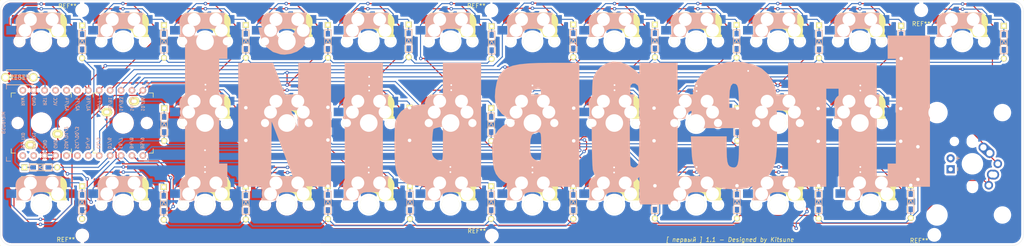
<source format=kicad_pcb>
(kicad_pcb (version 20171130) (host pcbnew "(5.1.5)-2")
  (layers (0 F.Cu signal hide) (31 B.Cu signal hide) (34 B.Paste user hide) (35 F.Paste user hide) (36 B.SilkS user hide) (37 F.SilkS user hide) (38 B.Mask user hide) (39 F.Mask user hide) (44 Edge.Cuts user))
  (net 0 "")
  (net 1 row0)
  (net 2 "Net-(D1-Pad1)")
  (net 3 "Net-(D2-Pad1)")
  (net 4 "Net-(D3-Pad1)")
  (net 5 "Net-(D4-Pad1)")
  (net 6 "Net-(D5-Pad1)")
  (net 7 "Net-(D6-Pad1)")
  (net 8 row1)
  (net 9 "Net-(D7-Pad1)")
  (net 10 "Net-(D8-Pad1)")
  (net 11 "Net-(D9-Pad1)")
  (net 12 "Net-(D10-Pad1)")
  (net 13 "Net-(D11-Pad1)")
  (net 14 "Net-(D12-Pad1)")
  (net 15 row2)
  (net 16 "Net-(D13-Pad1)")
  (net 17 "Net-(D14-Pad1)")
  (net 18 "Net-(D15-Pad1)")
  (net 19 "Net-(D16-Pad1)")
  (net 20 "Net-(D17-Pad1)")
  (net 21 "Net-(D18-Pad1)")
  (net 22 row3)
  (net 23 "Net-(D19-Pad1)")
  (net 24 "Net-(D20-Pad1)")
  (net 25 "Net-(D21-Pad1)")
  (net 26 "Net-(D22-Pad1)")
  (net 27 "Net-(D23-Pad1)")
  (net 28 "Net-(D24-Pad1)")
  (net 29 row4)
  (net 30 "Net-(D25-Pad1)")
  (net 31 "Net-(D26-Pad1)")
  (net 32 "Net-(D27-Pad1)")
  (net 33 "Net-(D28-Pad1)")
  (net 34 "Net-(D29-Pad1)")
  (net 35 "Net-(D30-Pad1)")
  (net 36 row5)
  (net 37 "Net-(D31-Pad1)")
  (net 38 "Net-(D32-Pad1)")
  (net 39 "Net-(D33-Pad1)")
  (net 40 "Net-(D34-Pad1)")
  (net 41 "Net-(D35-Pad1)")
  (net 42 GND)
  (net 43 reset)
  (net 44 col0)
  (net 45 col1)
  (net 46 col2)
  (net 47 col3)
  (net 48 col4)
  (net 49 col5)
  (net 50 "Net-(U1-Pad24)")
  (net 51 VCC)
  (net 52 "Net-(U1-Pad20)")
  (net 53 "Net-(U1-Pad19)")
  (net 54 "Net-(U1-Pad6)")
  (net 55 "Net-(U1-Pad5)")
  (net 56 "Net-(U1-Pad2)")
  (net 57 "Net-(U1-Pad1)")
  (module First_keyboard30:logo (layer B.Cu) (at 160.2 105.66 180)
    (fp_text reference G*** hide)
    (fp_text value LOGO hide)
  )
  (module kbd:ProMicro_v3 (layer B.Cu) (at 52.788 107.2986 270)
    (fp_text reference U1 hide)
    (fp_text value ProMicro hide)
    (fp_text user "" (at -1.2515 16.256 270) (layer F.SilkS))
    (fp_text user "" (at -0.545 17.4 270) (layer B.SilkS) (effects (justify mirror)))
    (fp_text user RAW (at -4.995 14.5 270 unlocked) (layer B.SilkS) (effects (font (size 0.75 0.67) (thickness 0.125)) (justify mirror)))
    (fp_text user GND (at -4.995 11.95 270 unlocked) (layer B.SilkS) (effects (font (size 0.75 0.67) (thickness 0.125)) (justify mirror)))
    (fp_text user RST (at -4.995 9.4 270 unlocked) (layer B.SilkS) (effects (font (size 0.75 0.67) (thickness 0.125)) (justify mirror)))
    (fp_text user VCC (at -4.995 6.95 270 unlocked) (layer B.SilkS) (effects (font (size 0.75 0.67) (thickness 0.125)) (justify mirror)))
    (fp_text user A3/F4 (at -4.395 4.25 270 unlocked) (layer B.SilkS) (effects (font (size 0.75 0.67) (thickness 0.125)) (justify mirror)))
    (fp_text user A2/F5 (at -4.395 1.75 270 unlocked) (layer B.SilkS) (effects (font (size 0.75 0.67) (thickness 0.125)) (justify mirror)))
    (fp_text user A1/F6 (at -4.395 -0.75 270 unlocked) (layer B.SilkS) (effects (font (size 0.75 0.67) (thickness 0.125)) (justify mirror)))
    (fp_text user A0/F7 (at -4.395 -3.3 270 unlocked) (layer B.SilkS) (effects (font (size 0.75 0.67) (thickness 0.125)) (justify mirror)))
    (fp_text user 15/B1 (at -4.395 -5.85 270 unlocked) (layer B.SilkS) (effects (font (size 0.75 0.67) (thickness 0.125)) (justify mirror)))
    (fp_text user 14/B3 (at -4.395 -8.4 270 unlocked) (layer B.SilkS) (effects (font (size 0.75 0.67) (thickness 0.125)) (justify mirror)))
    (fp_text user 10/B6 (at -4.395 -13.45 270 unlocked) (layer B.SilkS) (effects (font (size 0.75 0.67) (thickness 0.125)) (justify mirror)))
    (fp_text user 16/B2 (at -4.395 -10.95 270 unlocked) (layer B.SilkS) (effects (font (size 0.75 0.67) (thickness 0.125)) (justify mirror)))
    (fp_text user E6/7 (at 4.705 -8.25 270 unlocked) (layer B.SilkS) (effects (font (size 0.75 0.67) (thickness 0.125)) (justify mirror)))
    (fp_text user D7/6 (at 4.705 -5.7 270 unlocked) (layer B.SilkS) (effects (font (size 0.75 0.67) (thickness 0.125)) (justify mirror)))
    (fp_text user GND (at 4.955 9.35 270 unlocked) (layer B.SilkS) (effects (font (size 0.75 0.67) (thickness 0.125)) (justify mirror)))
    (fp_text user GND (at 4.955 6.9 270 unlocked) (layer B.SilkS) (effects (font (size 0.75 0.67) (thickness 0.125)) (justify mirror)))
    (fp_text user D3/TX0 (at 4.155 14.45 270 unlocked) (layer B.SilkS) (effects (font (size 0.75 0.67) (thickness 0.125)) (justify mirror)))
    (fp_text user D4/4 (at 4.705 -0.6 270 unlocked) (layer B.SilkS) (effects (font (size 0.75 0.67) (thickness 0.125)) (justify mirror)))
    (fp_text user SDA/D1/2 (at 3.455 4.4 270 unlocked) (layer B.SilkS) (effects (font (size 0.75 0.67) (thickness 0.125)) (justify mirror)))
    (fp_text user SCL/D0/3 (at 3.455 1.9 270 unlocked) (layer B.SilkS) (effects (font (size 0.75 0.67) (thickness 0.125)) (justify mirror)))
    (fp_text user C6/5 (at 4.705 -3.15 270 unlocked) (layer B.SilkS) (effects (font (size 0.75 0.67) (thickness 0.125)) (justify mirror)))
    (fp_text user B5/9 (at 4.705 -13.3 270 unlocked) (layer B.SilkS) (effects (font (size 0.75 0.67) (thickness 0.125)) (justify mirror)))
    (fp_text user D2/RX1 (at 4.155 11.9 270 unlocked) (layer B.SilkS) (effects (font (size 0.75 0.67) (thickness 0.125)) (justify mirror)))
    (fp_text user B4/8 (at 4.705 -10.8 270 unlocked) (layer B.SilkS) (effects (font (size 0.75 0.67) (thickness 0.125)) (justify mirror)))
    (fp_text user MicroUSB (at -0.05 18.95 270) (layer B.SilkS) (effects (font (size 0.75 0.75) (thickness 0.12)) (justify mirror)))
    (pad 24 thru_hole circle (at -7.6086 14.478 270) (size 1.524 1.524) (drill 0.8128) (layers *.Cu B.SilkS F.Mask) (net 50 "Net-(U1-Pad24)"))
    (pad 23 thru_hole circle (at -7.6086 11.938 270) (size 1.524 1.524) (drill 0.8128) (layers *.Cu B.SilkS F.Mask) (net 42 GND))
    (pad 22 thru_hole circle (at -7.6086 9.398 270) (size 1.524 1.524) (drill 0.8128) (layers *.Cu B.SilkS F.Mask) (net 43 reset))
    (pad 21 thru_hole circle (at -7.6086 6.858 270) (size 1.524 1.524) (drill 0.8128) (layers *.Cu B.SilkS F.Mask) (net 51 VCC))
    (pad 20 thru_hole circle (at -7.6086 4.318 270) (size 1.524 1.524) (drill 0.8128) (layers *.Cu B.SilkS F.Mask) (net 52 "Net-(U1-Pad20)"))
    (pad 19 thru_hole circle (at -7.6086 1.778 270) (size 1.524 1.524) (drill 0.8128) (layers *.Cu B.SilkS F.Mask) (net 53 "Net-(U1-Pad19)"))
    (pad 18 thru_hole circle (at -7.6086 -0.762 270) (size 1.524 1.524) (drill 0.8128) (layers *.Cu B.SilkS F.Mask) (net 44 col0))
    (pad 17 thru_hole circle (at -7.6086 -3.302 270) (size 1.524 1.524) (drill 0.8128) (layers *.Cu B.SilkS F.Mask) (net 45 col1))
    (pad 16 thru_hole circle (at -7.6086 -5.842 270) (size 1.524 1.524) (drill 0.8128) (layers *.Cu B.SilkS F.Mask) (net 46 col2))
    (pad 15 thru_hole circle (at -7.6086 -8.382 270) (size 1.524 1.524) (drill 0.8128) (layers *.Cu B.SilkS F.Mask) (net 47 col3))
    (pad 14 thru_hole circle (at -7.6086 -10.922 270) (size 1.524 1.524) (drill 0.8128) (layers *.Cu B.SilkS F.Mask) (net 48 col4))
    (pad 13 thru_hole circle (at -7.6086 -13.462 270) (size 1.524 1.524) (drill 0.8128) (layers *.Cu B.SilkS F.Mask) (net 49 col5))
    (pad 12 thru_hole circle (at 7.6114 -13.462 270) (size 1.524 1.524) (drill 0.8128) (layers *.Cu B.SilkS F.Mask) (net 36 row5))
    (pad 11 thru_hole circle (at 7.6114 -10.922 270) (size 1.524 1.524) (drill 0.8128) (layers *.Cu B.SilkS F.Mask) (net 29 row4))
    (pad 10 thru_hole circle (at 7.6114 -8.382 270) (size 1.524 1.524) (drill 0.8128) (layers *.Cu B.SilkS F.Mask) (net 22 row3))
    (pad 9 thru_hole circle (at 7.6114 -5.842 270) (size 1.524 1.524) (drill 0.8128) (layers *.Cu B.SilkS F.Mask) (net 15 row2))
    (pad 8 thru_hole circle (at 7.6114 -3.302 270) (size 1.524 1.524) (drill 0.8128) (layers *.Cu B.SilkS F.Mask) (net 8 row1))
    (pad 7 thru_hole circle (at 7.6114 -0.762 270) (size 1.524 1.524) (drill 0.8128) (layers *.Cu B.SilkS F.Mask) (net 1 row0))
    (pad 6 thru_hole circle (at 7.6114 1.778 270) (size 1.524 1.524) (drill 0.8128) (layers *.Cu B.SilkS F.Mask) (net 54 "Net-(U1-Pad6)"))
    (pad 5 thru_hole circle (at 7.6114 4.318 270) (size 1.524 1.524) (drill 0.8128) (layers *.Cu B.SilkS F.Mask) (net 55 "Net-(U1-Pad5)"))
    (pad 4 thru_hole circle (at 7.6114 6.858 270) (size 1.524 1.524) (drill 0.8128) (layers *.Cu B.SilkS F.Mask) (net 42 GND))
    (pad 3 thru_hole circle (at 7.6114 9.398 270) (size 1.524 1.524) (drill 0.8128) (layers *.Cu B.SilkS F.Mask) (net 42 GND))
    (pad 2 thru_hole circle (at 7.6114 11.938 270) (size 1.524 1.524) (drill 0.8128) (layers *.Cu B.SilkS F.Mask) (net 56 "Net-(U1-Pad2)"))
    (pad 1 thru_hole circle (at 7.6114 14.478 270) (size 1.524 1.524) (drill 0.8128) (layers *.Cu B.SilkS F.Mask) (net 57 "Net-(U1-Pad1)"))
  )
  (module kbd:CherryMX_1u (layer F.Cu) (at 61.66 107.31)
    (fp_text reference SW15 hide)
    (fp_text value KEY_SW hide)
    (pad 1 thru_hole oval (at -3.81 -2.54) (size 2.5 2) (drill oval 1.2 0.8) (layers *.Cu F.SilkS B.Mask) (net 45 col1))
    (pad 2 thru_hole oval (at 2.54 -5.08) (size 2.5 2) (drill oval 1.2 0.8) (layers *.Cu F.SilkS B.Mask) (net 17 "Net-(D14-Pad1)"))
    (pad "" np_thru_hole circle (at 5.5 0 90) (size 1.9 1.9) (drill 1.9) (layers *.Cu *.Mask))
    (pad "" np_thru_hole circle (at -5.5 0 90) (size 1.9 1.9) (drill 1.9) (layers *.Cu *.Mask))
    (pad "" np_thru_hole circle (at 0 0 90) (size 4 4) (drill 4) (layers *.Cu *.Mask))
  )
  (module kbd:CherryMX_1u (layer F.Cu) (at 42.61 107.31 180)
    (fp_text reference SW14 hide)
    (fp_text value KEY_SW hide)
    (pad 1 thru_hole oval (at -3.81 -2.54 180) (size 2.5 2) (drill oval 1.2 0.8) (layers *.Cu F.SilkS B.Mask) (net 44 col0))
    (pad 2 thru_hole oval (at 2.54 -5.08 180) (size 2.5 2) (drill oval 1.2 0.8) (layers *.Cu F.SilkS B.Mask) (net 16 "Net-(D13-Pad1)"))
    (pad "" np_thru_hole circle (at 5.5 0 270) (size 1.9 1.9) (drill 1.9) (layers *.Cu *.Mask))
    (pad "" np_thru_hole circle (at -5.5 0 270) (size 1.9 1.9) (drill 1.9) (layers *.Cu *.Mask))
    (pad "" np_thru_hole circle (at 0 0 270) (size 4 4) (drill 4) (layers *.Cu *.Mask))
  )
  (module MountingHole:MountingHole_2.2mm_M2 (layer F.Cu) (at 147.46 133.56 90)
    (fp_text reference REF** (at 1.06 -3.5 180) (layer F.SilkS))
    (fp_text value MountingHole_2.2mm_M2)
    (pad "" np_thru_hole circle (at 0 0 90) (size 2.2 2.2) (drill 2.2) (layers *.Cu *.Mask Dwgs.User))
  )
  (module kbd:CherryMX_Hotswap (layer F.Cu) (at 235.58 126.34)
    (fp_text reference SW35 hide)
    (fp_text value KEY_SW hide)
    (pad 2 smd rect (at 5.7 -5.12 180) (size 2.3 2) (layers B.Cu B.Paste B.Mask) (net 40 "Net-(D34-Pad1)"))
    (pad "" np_thru_hole circle (at -5.08 0) (size 1.9 1.9) (drill 1.9) (layers *.Cu *.Mask F.SilkS))
    (pad "" np_thru_hole circle (at 5.08 0) (size 1.9 1.9) (drill 1.9) (layers *.Cu *.Mask F.SilkS))
    (pad "" np_thru_hole circle (at 0 0 90) (size 4.1 4.1) (drill 4.1) (layers *.Cu *.Mask F.SilkS))
    (pad "" np_thru_hole circle (at 2.54 -5.08 180) (size 3 3) (drill 3) (layers *.Cu *.Mask))
    (pad "" np_thru_hole circle (at 3.81 -2.540001 180) (size 3 3) (drill 3) (layers *.Cu *.Mask))
    (pad "" np_thru_hole circle (at -2.54 -5.08 180) (size 3 3) (drill 3) (layers *.Cu *.Mask))
    (pad "" np_thru_hole circle (at -3.81 -2.54 180) (size 3 3) (drill 3) (layers *.Cu *.Mask))
    (pad 2 smd rect (at -5.7 -5.12 180) (size 2.3 2) (layers F.Cu F.Paste F.Mask) (net 40 "Net-(D34-Pad1)"))
    (pad 1 smd rect (at 7 -2.58 180) (size 2.3 2) (layers F.Cu F.Paste F.Mask) (net 47 col3))
    (pad 1 smd rect (at -7 -2.58 180) (size 2.3 2) (layers B.Cu B.Paste B.Mask) (net 47 col3))
  )
  (module kbd:CherryMX_Hotswap (layer F.Cu) (at 214.06 126.36)
    (fp_text reference SW34 hide)
    (fp_text value KEY_SW hide)
    (pad 2 smd rect (at 5.7 -5.12 180) (size 2.3 2) (layers B.Cu B.Paste B.Mask) (net 39 "Net-(D33-Pad1)"))
    (pad "" np_thru_hole circle (at -5.08 0) (size 1.9 1.9) (drill 1.9) (layers *.Cu *.Mask F.SilkS))
    (pad "" np_thru_hole circle (at 5.08 0) (size 1.9 1.9) (drill 1.9) (layers *.Cu *.Mask F.SilkS))
    (pad "" np_thru_hole circle (at 0 0 90) (size 4.1 4.1) (drill 4.1) (layers *.Cu *.Mask F.SilkS))
    (pad "" np_thru_hole circle (at 2.54 -5.08 180) (size 3 3) (drill 3) (layers *.Cu *.Mask))
    (pad "" np_thru_hole circle (at 3.81 -2.540001 180) (size 3 3) (drill 3) (layers *.Cu *.Mask))
    (pad "" np_thru_hole circle (at -2.54 -5.08 180) (size 3 3) (drill 3) (layers *.Cu *.Mask))
    (pad "" np_thru_hole circle (at -3.81 -2.54 180) (size 3 3) (drill 3) (layers *.Cu *.Mask))
    (pad 2 smd rect (at -5.7 -5.12 180) (size 2.3 2) (layers F.Cu F.Paste F.Mask) (net 39 "Net-(D33-Pad1)"))
    (pad 1 smd rect (at 7 -2.58 180) (size 2.3 2) (layers F.Cu F.Paste F.Mask) (net 46 col2))
    (pad 1 smd rect (at -7 -2.58 180) (size 2.3 2) (layers B.Cu B.Paste B.Mask) (net 46 col2))
  )
  (module kbd:CherryMX_Hotswap (layer F.Cu) (at 195.01 126.36)
    (fp_text reference SW33 hide)
    (fp_text value KEY_SW hide)
    (pad 2 smd rect (at 5.7 -5.12 180) (size 2.3 2) (layers B.Cu B.Paste B.Mask) (net 38 "Net-(D32-Pad1)"))
    (pad "" np_thru_hole circle (at -5.08 0) (size 1.9 1.9) (drill 1.9) (layers *.Cu *.Mask F.SilkS))
    (pad "" np_thru_hole circle (at 5.08 0) (size 1.9 1.9) (drill 1.9) (layers *.Cu *.Mask F.SilkS))
    (pad "" np_thru_hole circle (at 0 0 90) (size 4.1 4.1) (drill 4.1) (layers *.Cu *.Mask F.SilkS))
    (pad "" np_thru_hole circle (at 2.54 -5.08 180) (size 3 3) (drill 3) (layers *.Cu *.Mask))
    (pad "" np_thru_hole circle (at 3.81 -2.540001 180) (size 3 3) (drill 3) (layers *.Cu *.Mask))
    (pad "" np_thru_hole circle (at -2.54 -5.08 180) (size 3 3) (drill 3) (layers *.Cu *.Mask))
    (pad "" np_thru_hole circle (at -3.81 -2.54 180) (size 3 3) (drill 3) (layers *.Cu *.Mask))
    (pad 2 smd rect (at -5.7 -5.12 180) (size 2.3 2) (layers F.Cu F.Paste F.Mask) (net 38 "Net-(D32-Pad1)"))
    (pad 1 smd rect (at 7 -2.58 180) (size 2.3 2) (layers F.Cu F.Paste F.Mask) (net 45 col1))
    (pad 1 smd rect (at -7 -2.58 180) (size 2.3 2) (layers B.Cu B.Paste B.Mask) (net 45 col1))
  )
  (module kbd:CherryMX_Hotswap (layer F.Cu) (at 175.96 126.36)
    (fp_text reference SW32 hide)
    (fp_text value KEY_SW hide)
    (pad 2 smd rect (at 5.7 -5.12 180) (size 2.3 2) (layers B.Cu B.Paste B.Mask) (net 37 "Net-(D31-Pad1)"))
    (pad "" np_thru_hole circle (at -5.08 0) (size 1.9 1.9) (drill 1.9) (layers *.Cu *.Mask F.SilkS))
    (pad "" np_thru_hole circle (at 5.08 0) (size 1.9 1.9) (drill 1.9) (layers *.Cu *.Mask F.SilkS))
    (pad "" np_thru_hole circle (at 0 0 90) (size 4.1 4.1) (drill 4.1) (layers *.Cu *.Mask F.SilkS))
    (pad "" np_thru_hole circle (at 2.54 -5.08 180) (size 3 3) (drill 3) (layers *.Cu *.Mask))
    (pad "" np_thru_hole circle (at 3.81 -2.540001 180) (size 3 3) (drill 3) (layers *.Cu *.Mask))
    (pad "" np_thru_hole circle (at -2.54 -5.08 180) (size 3 3) (drill 3) (layers *.Cu *.Mask))
    (pad "" np_thru_hole circle (at -3.81 -2.54 180) (size 3 3) (drill 3) (layers *.Cu *.Mask))
    (pad 2 smd rect (at -5.7 -5.12 180) (size 2.3 2) (layers F.Cu F.Paste F.Mask) (net 37 "Net-(D31-Pad1)"))
    (pad 1 smd rect (at 7 -2.58 180) (size 2.3 2) (layers F.Cu F.Paste F.Mask) (net 44 col0))
    (pad 1 smd rect (at -7 -2.58 180) (size 2.3 2) (layers B.Cu B.Paste B.Mask) (net 44 col0))
  )
  (module kbd:CherryMX_Hotswap (layer F.Cu) (at 156.91 126.36)
    (fp_text reference SW31 hide)
    (fp_text value KEY_SW hide)
    (pad 2 smd rect (at 5.7 -5.12 180) (size 2.3 2) (layers B.Cu B.Paste B.Mask) (net 35 "Net-(D30-Pad1)"))
    (pad "" np_thru_hole circle (at -5.08 0) (size 1.9 1.9) (drill 1.9) (layers *.Cu *.Mask F.SilkS))
    (pad "" np_thru_hole circle (at 5.08 0) (size 1.9 1.9) (drill 1.9) (layers *.Cu *.Mask F.SilkS))
    (pad "" np_thru_hole circle (at 0 0 90) (size 4.1 4.1) (drill 4.1) (layers *.Cu *.Mask F.SilkS))
    (pad "" np_thru_hole circle (at 2.54 -5.08 180) (size 3 3) (drill 3) (layers *.Cu *.Mask))
    (pad "" np_thru_hole circle (at 3.81 -2.540001 180) (size 3 3) (drill 3) (layers *.Cu *.Mask))
    (pad "" np_thru_hole circle (at -2.54 -5.08 180) (size 3 3) (drill 3) (layers *.Cu *.Mask))
    (pad "" np_thru_hole circle (at -3.81 -2.54 180) (size 3 3) (drill 3) (layers *.Cu *.Mask))
    (pad 2 smd rect (at -5.7 -5.12 180) (size 2.3 2) (layers F.Cu F.Paste F.Mask) (net 35 "Net-(D30-Pad1)"))
    (pad 1 smd rect (at 7 -2.58 180) (size 2.3 2) (layers F.Cu F.Paste F.Mask) (net 49 col5))
    (pad 1 smd rect (at -7 -2.58 180) (size 2.3 2) (layers B.Cu B.Paste B.Mask) (net 49 col5))
  )
  (module kbd:CherryMX_Hotswap (layer F.Cu) (at 137.86 126.36)
    (fp_text reference SW30 hide)
    (fp_text value KEY_SW hide)
    (pad 2 smd rect (at 5.7 -5.12 180) (size 2.3 2) (layers B.Cu B.Paste B.Mask) (net 34 "Net-(D29-Pad1)"))
    (pad "" np_thru_hole circle (at -5.08 0) (size 1.9 1.9) (drill 1.9) (layers *.Cu *.Mask F.SilkS))
    (pad "" np_thru_hole circle (at 5.08 0) (size 1.9 1.9) (drill 1.9) (layers *.Cu *.Mask F.SilkS))
    (pad "" np_thru_hole circle (at 0 0 90) (size 4.1 4.1) (drill 4.1) (layers *.Cu *.Mask F.SilkS))
    (pad "" np_thru_hole circle (at 2.54 -5.08 180) (size 3 3) (drill 3) (layers *.Cu *.Mask))
    (pad "" np_thru_hole circle (at 3.81 -2.540001 180) (size 3 3) (drill 3) (layers *.Cu *.Mask))
    (pad "" np_thru_hole circle (at -2.54 -5.08 180) (size 3 3) (drill 3) (layers *.Cu *.Mask))
    (pad "" np_thru_hole circle (at -3.81 -2.54 180) (size 3 3) (drill 3) (layers *.Cu *.Mask))
    (pad 2 smd rect (at -5.7 -5.12 180) (size 2.3 2) (layers F.Cu F.Paste F.Mask) (net 34 "Net-(D29-Pad1)"))
    (pad 1 smd rect (at 7 -2.58 180) (size 2.3 2) (layers F.Cu F.Paste F.Mask) (net 48 col4))
    (pad 1 smd rect (at -7 -2.58 180) (size 2.3 2) (layers B.Cu B.Paste B.Mask) (net 48 col4))
  )
  (module kbd:CherryMX_Hotswap (layer F.Cu) (at 118.81 126.36)
    (fp_text reference SW29 hide)
    (fp_text value KEY_SW hide)
    (pad 2 smd rect (at 5.7 -5.12 180) (size 2.3 2) (layers B.Cu B.Paste B.Mask) (net 33 "Net-(D28-Pad1)"))
    (pad "" np_thru_hole circle (at -5.08 0) (size 1.9 1.9) (drill 1.9) (layers *.Cu *.Mask F.SilkS))
    (pad "" np_thru_hole circle (at 5.08 0) (size 1.9 1.9) (drill 1.9) (layers *.Cu *.Mask F.SilkS))
    (pad "" np_thru_hole circle (at 0 0 90) (size 4.1 4.1) (drill 4.1) (layers *.Cu *.Mask F.SilkS))
    (pad "" np_thru_hole circle (at 2.54 -5.08 180) (size 3 3) (drill 3) (layers *.Cu *.Mask))
    (pad "" np_thru_hole circle (at 3.81 -2.540001 180) (size 3 3) (drill 3) (layers *.Cu *.Mask))
    (pad "" np_thru_hole circle (at -2.54 -5.08 180) (size 3 3) (drill 3) (layers *.Cu *.Mask))
    (pad "" np_thru_hole circle (at -3.81 -2.54 180) (size 3 3) (drill 3) (layers *.Cu *.Mask))
    (pad 2 smd rect (at -5.7 -5.12 180) (size 2.3 2) (layers F.Cu F.Paste F.Mask) (net 33 "Net-(D28-Pad1)"))
    (pad 1 smd rect (at 7 -2.58 180) (size 2.3 2) (layers F.Cu F.Paste F.Mask) (net 47 col3))
    (pad 1 smd rect (at -7 -2.58 180) (size 2.3 2) (layers B.Cu B.Paste B.Mask) (net 47 col3))
  )
  (module kbd:CherryMX_Hotswap (layer F.Cu) (at 99.76 126.36)
    (fp_text reference SW28 hide)
    (fp_text value KEY_SW hide)
    (pad 2 smd rect (at 5.7 -5.12 180) (size 2.3 2) (layers B.Cu B.Paste B.Mask) (net 32 "Net-(D27-Pad1)"))
    (pad "" np_thru_hole circle (at -5.08 0) (size 1.9 1.9) (drill 1.9) (layers *.Cu *.Mask F.SilkS))
    (pad "" np_thru_hole circle (at 5.08 0) (size 1.9 1.9) (drill 1.9) (layers *.Cu *.Mask F.SilkS))
    (pad "" np_thru_hole circle (at 0 0 90) (size 4.1 4.1) (drill 4.1) (layers *.Cu *.Mask F.SilkS))
    (pad "" np_thru_hole circle (at 2.54 -5.08 180) (size 3 3) (drill 3) (layers *.Cu *.Mask))
    (pad "" np_thru_hole circle (at 3.81 -2.540001 180) (size 3 3) (drill 3) (layers *.Cu *.Mask))
    (pad "" np_thru_hole circle (at -2.54 -5.08 180) (size 3 3) (drill 3) (layers *.Cu *.Mask))
    (pad "" np_thru_hole circle (at -3.81 -2.54 180) (size 3 3) (drill 3) (layers *.Cu *.Mask))
    (pad 2 smd rect (at -5.7 -5.12 180) (size 2.3 2) (layers F.Cu F.Paste F.Mask) (net 32 "Net-(D27-Pad1)"))
    (pad 1 smd rect (at 7 -2.58 180) (size 2.3 2) (layers F.Cu F.Paste F.Mask) (net 46 col2))
    (pad 1 smd rect (at -7 -2.58 180) (size 2.3 2) (layers B.Cu B.Paste B.Mask) (net 46 col2))
  )
  (module kbd:CherryMX_Hotswap (layer F.Cu) (at 80.71 126.36)
    (fp_text reference SW27 hide)
    (fp_text value KEY_SW hide)
    (pad 2 smd rect (at 5.7 -5.12 180) (size 2.3 2) (layers B.Cu B.Paste B.Mask) (net 31 "Net-(D26-Pad1)"))
    (pad "" np_thru_hole circle (at -5.08 0) (size 1.9 1.9) (drill 1.9) (layers *.Cu *.Mask F.SilkS))
    (pad "" np_thru_hole circle (at 5.08 0) (size 1.9 1.9) (drill 1.9) (layers *.Cu *.Mask F.SilkS))
    (pad "" np_thru_hole circle (at 0 0 90) (size 4.1 4.1) (drill 4.1) (layers *.Cu *.Mask F.SilkS))
    (pad "" np_thru_hole circle (at 2.54 -5.08 180) (size 3 3) (drill 3) (layers *.Cu *.Mask))
    (pad "" np_thru_hole circle (at 3.81 -2.540001 180) (size 3 3) (drill 3) (layers *.Cu *.Mask))
    (pad "" np_thru_hole circle (at -2.54 -5.08 180) (size 3 3) (drill 3) (layers *.Cu *.Mask))
    (pad "" np_thru_hole circle (at -3.81 -2.54 180) (size 3 3) (drill 3) (layers *.Cu *.Mask))
    (pad 2 smd rect (at -5.7 -5.12 180) (size 2.3 2) (layers F.Cu F.Paste F.Mask) (net 31 "Net-(D26-Pad1)"))
    (pad 1 smd rect (at 7 -2.58 180) (size 2.3 2) (layers F.Cu F.Paste F.Mask) (net 45 col1))
    (pad 1 smd rect (at -7 -2.58 180) (size 2.3 2) (layers B.Cu B.Paste B.Mask) (net 45 col1))
  )
  (module kbd:CherryMX_Hotswap (layer F.Cu) (at 61.66 126.36)
    (fp_text reference SW26 hide)
    (fp_text value KEY_SW hide)
    (pad 2 smd rect (at 5.7 -5.12 180) (size 2.3 2) (layers B.Cu B.Paste B.Mask) (net 30 "Net-(D25-Pad1)"))
    (pad "" np_thru_hole circle (at -5.08 0) (size 1.9 1.9) (drill 1.9) (layers *.Cu *.Mask F.SilkS))
    (pad "" np_thru_hole circle (at 5.08 0) (size 1.9 1.9) (drill 1.9) (layers *.Cu *.Mask F.SilkS))
    (pad "" np_thru_hole circle (at 0 0 90) (size 4.1 4.1) (drill 4.1) (layers *.Cu *.Mask F.SilkS))
    (pad "" np_thru_hole circle (at 2.54 -5.08 180) (size 3 3) (drill 3) (layers *.Cu *.Mask))
    (pad "" np_thru_hole circle (at 3.81 -2.540001 180) (size 3 3) (drill 3) (layers *.Cu *.Mask))
    (pad "" np_thru_hole circle (at -2.54 -5.08 180) (size 3 3) (drill 3) (layers *.Cu *.Mask))
    (pad "" np_thru_hole circle (at -3.81 -2.54 180) (size 3 3) (drill 3) (layers *.Cu *.Mask))
    (pad 2 smd rect (at -5.7 -5.12 180) (size 2.3 2) (layers F.Cu F.Paste F.Mask) (net 30 "Net-(D25-Pad1)"))
    (pad 1 smd rect (at 7 -2.58 180) (size 2.3 2) (layers F.Cu F.Paste F.Mask) (net 44 col0))
    (pad 1 smd rect (at -7 -2.58 180) (size 2.3 2) (layers B.Cu B.Paste B.Mask) (net 44 col0))
  )
  (module kbd:CherryMX_Hotswap (layer F.Cu) (at 42.61 126.36)
    (fp_text reference SW25 hide)
    (fp_text value KEY_SW hide)
    (pad 2 smd rect (at 5.7 -5.12 180) (size 2.3 2) (layers B.Cu B.Paste B.Mask) (net 28 "Net-(D24-Pad1)"))
    (pad "" np_thru_hole circle (at -5.08 0) (size 1.9 1.9) (drill 1.9) (layers *.Cu *.Mask F.SilkS))
    (pad "" np_thru_hole circle (at 5.08 0) (size 1.9 1.9) (drill 1.9) (layers *.Cu *.Mask F.SilkS))
    (pad "" np_thru_hole circle (at 0 0 90) (size 4.1 4.1) (drill 4.1) (layers *.Cu *.Mask F.SilkS))
    (pad "" np_thru_hole circle (at 2.54 -5.08 180) (size 3 3) (drill 3) (layers *.Cu *.Mask))
    (pad "" np_thru_hole circle (at 3.81 -2.540001 180) (size 3 3) (drill 3) (layers *.Cu *.Mask))
    (pad "" np_thru_hole circle (at -2.54 -5.08 180) (size 3 3) (drill 3) (layers *.Cu *.Mask))
    (pad "" np_thru_hole circle (at -3.81 -2.54 180) (size 3 3) (drill 3) (layers *.Cu *.Mask))
    (pad 2 smd rect (at -5.7 -5.12 180) (size 2.3 2) (layers F.Cu F.Paste F.Mask) (net 28 "Net-(D24-Pad1)"))
    (pad 1 smd rect (at 7 -2.58 180) (size 2.3 2) (layers F.Cu F.Paste F.Mask) (net 49 col5))
    (pad 1 smd rect (at -7 -2.58 180) (size 2.3 2) (layers B.Cu B.Paste B.Mask) (net 49 col5))
  )
  (module kbd:CherryMX_Hotswap (layer F.Cu) (at 233.11 107.31)
    (fp_text reference SW24 hide)
    (fp_text value KEY_SW hide)
    (pad 2 smd rect (at 5.7 -5.12 180) (size 2.3 2) (layers B.Cu B.Paste B.Mask) (net 27 "Net-(D23-Pad1)"))
    (pad "" np_thru_hole circle (at -5.08 0) (size 1.9 1.9) (drill 1.9) (layers *.Cu *.Mask F.SilkS))
    (pad "" np_thru_hole circle (at 5.08 0) (size 1.9 1.9) (drill 1.9) (layers *.Cu *.Mask F.SilkS))
    (pad "" np_thru_hole circle (at 0 0 90) (size 4.1 4.1) (drill 4.1) (layers *.Cu *.Mask F.SilkS))
    (pad "" np_thru_hole circle (at 2.54 -5.08 180) (size 3 3) (drill 3) (layers *.Cu *.Mask))
    (pad "" np_thru_hole circle (at 3.81 -2.540001 180) (size 3 3) (drill 3) (layers *.Cu *.Mask))
    (pad "" np_thru_hole circle (at -2.54 -5.08 180) (size 3 3) (drill 3) (layers *.Cu *.Mask))
    (pad "" np_thru_hole circle (at -3.81 -2.54 180) (size 3 3) (drill 3) (layers *.Cu *.Mask))
    (pad 2 smd rect (at -5.7 -5.12 180) (size 2.3 2) (layers F.Cu F.Paste F.Mask) (net 27 "Net-(D23-Pad1)"))
    (pad 1 smd rect (at 7 -2.58 180) (size 2.3 2) (layers F.Cu F.Paste F.Mask) (net 48 col4))
    (pad 1 smd rect (at -7 -2.58 180) (size 2.3 2) (layers B.Cu B.Paste B.Mask) (net 48 col4))
  )
  (module kbd:CherryMX_Hotswap (layer F.Cu) (at 214.06 107.31)
    (fp_text reference SW23 hide)
    (fp_text value KEY_SW hide)
    (pad 2 smd rect (at 5.7 -5.12 180) (size 2.3 2) (layers B.Cu B.Paste B.Mask) (net 26 "Net-(D22-Pad1)"))
    (pad "" np_thru_hole circle (at -5.08 0) (size 1.9 1.9) (drill 1.9) (layers *.Cu *.Mask F.SilkS))
    (pad "" np_thru_hole circle (at 5.08 0) (size 1.9 1.9) (drill 1.9) (layers *.Cu *.Mask F.SilkS))
    (pad "" np_thru_hole circle (at 0 0 90) (size 4.1 4.1) (drill 4.1) (layers *.Cu *.Mask F.SilkS))
    (pad "" np_thru_hole circle (at 2.54 -5.08 180) (size 3 3) (drill 3) (layers *.Cu *.Mask))
    (pad "" np_thru_hole circle (at 3.81 -2.540001 180) (size 3 3) (drill 3) (layers *.Cu *.Mask))
    (pad "" np_thru_hole circle (at -2.54 -5.08 180) (size 3 3) (drill 3) (layers *.Cu *.Mask))
    (pad "" np_thru_hole circle (at -3.81 -2.54 180) (size 3 3) (drill 3) (layers *.Cu *.Mask))
    (pad 2 smd rect (at -5.7 -5.12 180) (size 2.3 2) (layers F.Cu F.Paste F.Mask) (net 26 "Net-(D22-Pad1)"))
    (pad 1 smd rect (at 7 -2.58 180) (size 2.3 2) (layers F.Cu F.Paste F.Mask) (net 47 col3))
    (pad 1 smd rect (at -7 -2.58 180) (size 2.3 2) (layers B.Cu B.Paste B.Mask) (net 47 col3))
  )
  (module kbd:CherryMX_Hotswap (layer F.Cu) (at 195.01 107.31)
    (fp_text reference SW22 hide)
    (fp_text value KEY_SW hide)
    (pad 2 smd rect (at 5.7 -5.12 180) (size 2.3 2) (layers B.Cu B.Paste B.Mask) (net 25 "Net-(D21-Pad1)"))
    (pad "" np_thru_hole circle (at -5.08 0) (size 1.9 1.9) (drill 1.9) (layers *.Cu *.Mask F.SilkS))
    (pad "" np_thru_hole circle (at 5.08 0) (size 1.9 1.9) (drill 1.9) (layers *.Cu *.Mask F.SilkS))
    (pad "" np_thru_hole circle (at 0 0 90) (size 4.1 4.1) (drill 4.1) (layers *.Cu *.Mask F.SilkS))
    (pad "" np_thru_hole circle (at 2.54 -5.08 180) (size 3 3) (drill 3) (layers *.Cu *.Mask))
    (pad "" np_thru_hole circle (at 3.81 -2.540001 180) (size 3 3) (drill 3) (layers *.Cu *.Mask))
    (pad "" np_thru_hole circle (at -2.54 -5.08 180) (size 3 3) (drill 3) (layers *.Cu *.Mask))
    (pad "" np_thru_hole circle (at -3.81 -2.54 180) (size 3 3) (drill 3) (layers *.Cu *.Mask))
    (pad 2 smd rect (at -5.7 -5.12 180) (size 2.3 2) (layers F.Cu F.Paste F.Mask) (net 25 "Net-(D21-Pad1)"))
    (pad 1 smd rect (at 7 -2.58 180) (size 2.3 2) (layers F.Cu F.Paste F.Mask) (net 46 col2))
    (pad 1 smd rect (at -7 -2.58 180) (size 2.3 2) (layers B.Cu B.Paste B.Mask) (net 46 col2))
  )
  (module kbd:CherryMX_Hotswap (layer F.Cu) (at 175.96 107.31)
    (fp_text reference SW21 hide)
    (fp_text value KEY_SW hide)
    (pad 2 smd rect (at 5.7 -5.12 180) (size 2.3 2) (layers B.Cu B.Paste B.Mask) (net 24 "Net-(D20-Pad1)"))
    (pad "" np_thru_hole circle (at -5.08 0) (size 1.9 1.9) (drill 1.9) (layers *.Cu *.Mask F.SilkS))
    (pad "" np_thru_hole circle (at 5.08 0) (size 1.9 1.9) (drill 1.9) (layers *.Cu *.Mask F.SilkS))
    (pad "" np_thru_hole circle (at 0 0 90) (size 4.1 4.1) (drill 4.1) (layers *.Cu *.Mask F.SilkS))
    (pad "" np_thru_hole circle (at 2.54 -5.08 180) (size 3 3) (drill 3) (layers *.Cu *.Mask))
    (pad "" np_thru_hole circle (at 3.81 -2.540001 180) (size 3 3) (drill 3) (layers *.Cu *.Mask))
    (pad "" np_thru_hole circle (at -2.54 -5.08 180) (size 3 3) (drill 3) (layers *.Cu *.Mask))
    (pad "" np_thru_hole circle (at -3.81 -2.54 180) (size 3 3) (drill 3) (layers *.Cu *.Mask))
    (pad 2 smd rect (at -5.7 -5.12 180) (size 2.3 2) (layers F.Cu F.Paste F.Mask) (net 24 "Net-(D20-Pad1)"))
    (pad 1 smd rect (at 7 -2.58 180) (size 2.3 2) (layers F.Cu F.Paste F.Mask) (net 45 col1))
    (pad 1 smd rect (at -7 -2.58 180) (size 2.3 2) (layers B.Cu B.Paste B.Mask) (net 45 col1))
  )
  (module kbd:CherryMX_Hotswap (layer F.Cu) (at 156.91 107.31)
    (fp_text reference SW20 hide)
    (fp_text value KEY_SW hide)
    (pad 2 smd rect (at 5.7 -5.12 180) (size 2.3 2) (layers B.Cu B.Paste B.Mask) (net 23 "Net-(D19-Pad1)"))
    (pad "" np_thru_hole circle (at -5.08 0) (size 1.9 1.9) (drill 1.9) (layers *.Cu *.Mask F.SilkS))
    (pad "" np_thru_hole circle (at 5.08 0) (size 1.9 1.9) (drill 1.9) (layers *.Cu *.Mask F.SilkS))
    (pad "" np_thru_hole circle (at 0 0 90) (size 4.1 4.1) (drill 4.1) (layers *.Cu *.Mask F.SilkS))
    (pad "" np_thru_hole circle (at 2.54 -5.08 180) (size 3 3) (drill 3) (layers *.Cu *.Mask))
    (pad "" np_thru_hole circle (at 3.81 -2.540001 180) (size 3 3) (drill 3) (layers *.Cu *.Mask))
    (pad "" np_thru_hole circle (at -2.54 -5.08 180) (size 3 3) (drill 3) (layers *.Cu *.Mask))
    (pad "" np_thru_hole circle (at -3.81 -2.54 180) (size 3 3) (drill 3) (layers *.Cu *.Mask))
    (pad 2 smd rect (at -5.7 -5.12 180) (size 2.3 2) (layers F.Cu F.Paste F.Mask) (net 23 "Net-(D19-Pad1)"))
    (pad 1 smd rect (at 7 -2.58 180) (size 2.3 2) (layers F.Cu F.Paste F.Mask) (net 44 col0))
    (pad 1 smd rect (at -7 -2.58 180) (size 2.3 2) (layers B.Cu B.Paste B.Mask) (net 44 col0))
  )
  (module kbd:CherryMX_Hotswap (layer F.Cu) (at 137.86 107.31)
    (fp_text reference SW19 hide)
    (fp_text value KEY_SW hide)
    (pad 2 smd rect (at 5.7 -5.12 180) (size 2.3 2) (layers B.Cu B.Paste B.Mask) (net 21 "Net-(D18-Pad1)"))
    (pad "" np_thru_hole circle (at -5.08 0) (size 1.9 1.9) (drill 1.9) (layers *.Cu *.Mask F.SilkS))
    (pad "" np_thru_hole circle (at 5.08 0) (size 1.9 1.9) (drill 1.9) (layers *.Cu *.Mask F.SilkS))
    (pad "" np_thru_hole circle (at 0 0 90) (size 4.1 4.1) (drill 4.1) (layers *.Cu *.Mask F.SilkS))
    (pad "" np_thru_hole circle (at 2.54 -5.08 180) (size 3 3) (drill 3) (layers *.Cu *.Mask))
    (pad "" np_thru_hole circle (at 3.81 -2.540001 180) (size 3 3) (drill 3) (layers *.Cu *.Mask))
    (pad "" np_thru_hole circle (at -2.54 -5.08 180) (size 3 3) (drill 3) (layers *.Cu *.Mask))
    (pad "" np_thru_hole circle (at -3.81 -2.54 180) (size 3 3) (drill 3) (layers *.Cu *.Mask))
    (pad 2 smd rect (at -5.7 -5.12 180) (size 2.3 2) (layers F.Cu F.Paste F.Mask) (net 21 "Net-(D18-Pad1)"))
    (pad 1 smd rect (at 7 -2.58 180) (size 2.3 2) (layers F.Cu F.Paste F.Mask) (net 49 col5))
    (pad 1 smd rect (at -7 -2.58 180) (size 2.3 2) (layers B.Cu B.Paste B.Mask) (net 49 col5))
  )
  (module kbd:CherryMX_Hotswap (layer F.Cu) (at 118.81 107.31)
    (fp_text reference SW18 hide)
    (fp_text value KEY_SW hide)
    (pad 2 smd rect (at 5.7 -5.12 180) (size 2.3 2) (layers B.Cu B.Paste B.Mask) (net 20 "Net-(D17-Pad1)"))
    (pad "" np_thru_hole circle (at -5.08 0) (size 1.9 1.9) (drill 1.9) (layers *.Cu *.Mask F.SilkS))
    (pad "" np_thru_hole circle (at 5.08 0) (size 1.9 1.9) (drill 1.9) (layers *.Cu *.Mask F.SilkS))
    (pad "" np_thru_hole circle (at 0 0 90) (size 4.1 4.1) (drill 4.1) (layers *.Cu *.Mask F.SilkS))
    (pad "" np_thru_hole circle (at 2.54 -5.08 180) (size 3 3) (drill 3) (layers *.Cu *.Mask))
    (pad "" np_thru_hole circle (at 3.81 -2.540001 180) (size 3 3) (drill 3) (layers *.Cu *.Mask))
    (pad "" np_thru_hole circle (at -2.54 -5.08 180) (size 3 3) (drill 3) (layers *.Cu *.Mask))
    (pad "" np_thru_hole circle (at -3.81 -2.54 180) (size 3 3) (drill 3) (layers *.Cu *.Mask))
    (pad 2 smd rect (at -5.7 -5.12 180) (size 2.3 2) (layers F.Cu F.Paste F.Mask) (net 20 "Net-(D17-Pad1)"))
    (pad 1 smd rect (at 7 -2.58 180) (size 2.3 2) (layers F.Cu F.Paste F.Mask) (net 48 col4))
    (pad 1 smd rect (at -7 -2.58 180) (size 2.3 2) (layers B.Cu B.Paste B.Mask) (net 48 col4))
  )
  (module kbd:CherryMX_Hotswap (layer F.Cu) (at 99.76 107.31)
    (fp_text reference SW17 hide)
    (fp_text value KEY_SW hide)
    (pad 2 smd rect (at 5.7 -5.12 180) (size 2.3 2) (layers B.Cu B.Paste B.Mask) (net 19 "Net-(D16-Pad1)"))
    (pad "" np_thru_hole circle (at -5.08 0) (size 1.9 1.9) (drill 1.9) (layers *.Cu *.Mask F.SilkS))
    (pad "" np_thru_hole circle (at 5.08 0) (size 1.9 1.9) (drill 1.9) (layers *.Cu *.Mask F.SilkS))
    (pad "" np_thru_hole circle (at 0 0 90) (size 4.1 4.1) (drill 4.1) (layers *.Cu *.Mask F.SilkS))
    (pad "" np_thru_hole circle (at 2.54 -5.08 180) (size 3 3) (drill 3) (layers *.Cu *.Mask))
    (pad "" np_thru_hole circle (at 3.81 -2.540001 180) (size 3 3) (drill 3) (layers *.Cu *.Mask))
    (pad "" np_thru_hole circle (at -2.54 -5.08 180) (size 3 3) (drill 3) (layers *.Cu *.Mask))
    (pad "" np_thru_hole circle (at -3.81 -2.54 180) (size 3 3) (drill 3) (layers *.Cu *.Mask))
    (pad 2 smd rect (at -5.7 -5.12 180) (size 2.3 2) (layers F.Cu F.Paste F.Mask) (net 19 "Net-(D16-Pad1)"))
    (pad 1 smd rect (at 7 -2.58 180) (size 2.3 2) (layers F.Cu F.Paste F.Mask) (net 47 col3))
    (pad 1 smd rect (at -7 -2.58 180) (size 2.3 2) (layers B.Cu B.Paste B.Mask) (net 47 col3))
  )
  (module kbd:CherryMX_Hotswap (layer F.Cu) (at 80.71 107.31)
    (fp_text reference SW16 hide)
    (fp_text value KEY_SW hide)
    (pad 2 smd rect (at 5.7 -5.12 180) (size 2.3 2) (layers B.Cu B.Paste B.Mask) (net 18 "Net-(D15-Pad1)"))
    (pad "" np_thru_hole circle (at -5.08 0) (size 1.9 1.9) (drill 1.9) (layers *.Cu *.Mask F.SilkS))
    (pad "" np_thru_hole circle (at 5.08 0) (size 1.9 1.9) (drill 1.9) (layers *.Cu *.Mask F.SilkS))
    (pad "" np_thru_hole circle (at 0 0 90) (size 4.1 4.1) (drill 4.1) (layers *.Cu *.Mask F.SilkS))
    (pad "" np_thru_hole circle (at 2.54 -5.08 180) (size 3 3) (drill 3) (layers *.Cu *.Mask))
    (pad "" np_thru_hole circle (at 3.81 -2.540001 180) (size 3 3) (drill 3) (layers *.Cu *.Mask))
    (pad "" np_thru_hole circle (at -2.54 -5.08 180) (size 3 3) (drill 3) (layers *.Cu *.Mask))
    (pad "" np_thru_hole circle (at -3.81 -2.54 180) (size 3 3) (drill 3) (layers *.Cu *.Mask))
    (pad 2 smd rect (at -5.7 -5.12 180) (size 2.3 2) (layers F.Cu F.Paste F.Mask) (net 18 "Net-(D15-Pad1)"))
    (pad 1 smd rect (at 7 -2.58 180) (size 2.3 2) (layers F.Cu F.Paste F.Mask) (net 46 col2))
    (pad 1 smd rect (at -7 -2.58 180) (size 2.3 2) (layers B.Cu B.Paste B.Mask) (net 46 col2))
  )
  (module kbd:CherryMX_Hotswap (layer F.Cu) (at 256.95 88.26)
    (fp_text reference SW13 hide)
    (fp_text value KEY_SW hide)
    (pad 2 smd rect (at 5.7 -5.12 180) (size 2.3 2) (layers B.Cu B.Paste B.Mask) (net 14 "Net-(D12-Pad1)"))
    (pad "" np_thru_hole circle (at -5.08 0) (size 1.9 1.9) (drill 1.9) (layers *.Cu *.Mask F.SilkS))
    (pad "" np_thru_hole circle (at 5.08 0) (size 1.9 1.9) (drill 1.9) (layers *.Cu *.Mask F.SilkS))
    (pad "" np_thru_hole circle (at 0 0 90) (size 4.1 4.1) (drill 4.1) (layers *.Cu *.Mask F.SilkS))
    (pad "" np_thru_hole circle (at 2.54 -5.08 180) (size 3 3) (drill 3) (layers *.Cu *.Mask))
    (pad "" np_thru_hole circle (at 3.81 -2.540001 180) (size 3 3) (drill 3) (layers *.Cu *.Mask))
    (pad "" np_thru_hole circle (at -2.54 -5.08 180) (size 3 3) (drill 3) (layers *.Cu *.Mask))
    (pad "" np_thru_hole circle (at -3.81 -2.54 180) (size 3 3) (drill 3) (layers *.Cu *.Mask))
    (pad 2 smd rect (at -5.7 -5.12 180) (size 2.3 2) (layers F.Cu F.Paste F.Mask) (net 14 "Net-(D12-Pad1)"))
    (pad 1 smd rect (at 7 -2.58 180) (size 2.3 2) (layers F.Cu F.Paste F.Mask) (net 49 col5))
    (pad 1 smd rect (at -7 -2.58 180) (size 2.3 2) (layers B.Cu B.Paste B.Mask) (net 49 col5))
  )
  (module kbd:CherryMX_Hotswap (layer F.Cu) (at 233.11 88.26)
    (fp_text reference SW12 hide)
    (fp_text value KEY_SW hide)
    (pad 2 smd rect (at 5.7 -5.12 180) (size 2.3 2) (layers B.Cu B.Paste B.Mask) (net 13 "Net-(D11-Pad1)"))
    (pad "" np_thru_hole circle (at -5.08 0) (size 1.9 1.9) (drill 1.9) (layers *.Cu *.Mask F.SilkS))
    (pad "" np_thru_hole circle (at 5.08 0) (size 1.9 1.9) (drill 1.9) (layers *.Cu *.Mask F.SilkS))
    (pad "" np_thru_hole circle (at 0 0 90) (size 4.1 4.1) (drill 4.1) (layers *.Cu *.Mask F.SilkS))
    (pad "" np_thru_hole circle (at 2.54 -5.08 180) (size 3 3) (drill 3) (layers *.Cu *.Mask))
    (pad "" np_thru_hole circle (at 3.81 -2.540001 180) (size 3 3) (drill 3) (layers *.Cu *.Mask))
    (pad "" np_thru_hole circle (at -2.54 -5.08 180) (size 3 3) (drill 3) (layers *.Cu *.Mask))
    (pad "" np_thru_hole circle (at -3.81 -2.54 180) (size 3 3) (drill 3) (layers *.Cu *.Mask))
    (pad 2 smd rect (at -5.7 -5.12 180) (size 2.3 2) (layers F.Cu F.Paste F.Mask) (net 13 "Net-(D11-Pad1)"))
    (pad 1 smd rect (at 7 -2.58 180) (size 2.3 2) (layers F.Cu F.Paste F.Mask) (net 48 col4))
    (pad 1 smd rect (at -7 -2.58 180) (size 2.3 2) (layers B.Cu B.Paste B.Mask) (net 48 col4))
  )
  (module kbd:CherryMX_Hotswap (layer F.Cu) (at 214.06 88.26)
    (fp_text reference SW11 hide)
    (fp_text value KEY_SW hide)
    (pad 2 smd rect (at 5.7 -5.12 180) (size 2.3 2) (layers B.Cu B.Paste B.Mask) (net 12 "Net-(D10-Pad1)"))
    (pad "" np_thru_hole circle (at -5.08 0) (size 1.9 1.9) (drill 1.9) (layers *.Cu *.Mask F.SilkS))
    (pad "" np_thru_hole circle (at 5.08 0) (size 1.9 1.9) (drill 1.9) (layers *.Cu *.Mask F.SilkS))
    (pad "" np_thru_hole circle (at 0 0 90) (size 4.1 4.1) (drill 4.1) (layers *.Cu *.Mask F.SilkS))
    (pad "" np_thru_hole circle (at 2.54 -5.08 180) (size 3 3) (drill 3) (layers *.Cu *.Mask))
    (pad "" np_thru_hole circle (at 3.81 -2.540001 180) (size 3 3) (drill 3) (layers *.Cu *.Mask))
    (pad "" np_thru_hole circle (at -2.54 -5.08 180) (size 3 3) (drill 3) (layers *.Cu *.Mask))
    (pad "" np_thru_hole circle (at -3.81 -2.54 180) (size 3 3) (drill 3) (layers *.Cu *.Mask))
    (pad 2 smd rect (at -5.7 -5.12 180) (size 2.3 2) (layers F.Cu F.Paste F.Mask) (net 12 "Net-(D10-Pad1)"))
    (pad 1 smd rect (at 7 -2.58 180) (size 2.3 2) (layers F.Cu F.Paste F.Mask) (net 47 col3))
    (pad 1 smd rect (at -7 -2.58 180) (size 2.3 2) (layers B.Cu B.Paste B.Mask) (net 47 col3))
  )
  (module kbd:CherryMX_Hotswap (layer F.Cu) (at 195.01 88.26)
    (fp_text reference SW10 hide)
    (fp_text value KEY_SW hide)
    (pad 2 smd rect (at 5.7 -5.12 180) (size 2.3 2) (layers B.Cu B.Paste B.Mask) (net 11 "Net-(D9-Pad1)"))
    (pad "" np_thru_hole circle (at -5.08 0) (size 1.9 1.9) (drill 1.9) (layers *.Cu *.Mask F.SilkS))
    (pad "" np_thru_hole circle (at 5.08 0) (size 1.9 1.9) (drill 1.9) (layers *.Cu *.Mask F.SilkS))
    (pad "" np_thru_hole circle (at 0 0 90) (size 4.1 4.1) (drill 4.1) (layers *.Cu *.Mask F.SilkS))
    (pad "" np_thru_hole circle (at 2.54 -5.08 180) (size 3 3) (drill 3) (layers *.Cu *.Mask))
    (pad "" np_thru_hole circle (at 3.81 -2.540001 180) (size 3 3) (drill 3) (layers *.Cu *.Mask))
    (pad "" np_thru_hole circle (at -2.54 -5.08 180) (size 3 3) (drill 3) (layers *.Cu *.Mask))
    (pad "" np_thru_hole circle (at -3.81 -2.54 180) (size 3 3) (drill 3) (layers *.Cu *.Mask))
    (pad 2 smd rect (at -5.7 -5.12 180) (size 2.3 2) (layers F.Cu F.Paste F.Mask) (net 11 "Net-(D9-Pad1)"))
    (pad 1 smd rect (at 7 -2.58 180) (size 2.3 2) (layers F.Cu F.Paste F.Mask) (net 46 col2))
    (pad 1 smd rect (at -7 -2.58 180) (size 2.3 2) (layers B.Cu B.Paste B.Mask) (net 46 col2))
  )
  (module kbd:CherryMX_Hotswap (layer F.Cu) (at 175.96 88.26)
    (fp_text reference SW9 hide)
    (fp_text value KEY_SW hide)
    (pad 2 smd rect (at 5.7 -5.12 180) (size 2.3 2) (layers B.Cu B.Paste B.Mask) (net 10 "Net-(D8-Pad1)"))
    (pad "" np_thru_hole circle (at -5.08 0) (size 1.9 1.9) (drill 1.9) (layers *.Cu *.Mask F.SilkS))
    (pad "" np_thru_hole circle (at 5.08 0) (size 1.9 1.9) (drill 1.9) (layers *.Cu *.Mask F.SilkS))
    (pad "" np_thru_hole circle (at 0 0 90) (size 4.1 4.1) (drill 4.1) (layers *.Cu *.Mask F.SilkS))
    (pad "" np_thru_hole circle (at 2.54 -5.08 180) (size 3 3) (drill 3) (layers *.Cu *.Mask))
    (pad "" np_thru_hole circle (at 3.81 -2.540001 180) (size 3 3) (drill 3) (layers *.Cu *.Mask))
    (pad "" np_thru_hole circle (at -2.54 -5.08 180) (size 3 3) (drill 3) (layers *.Cu *.Mask))
    (pad "" np_thru_hole circle (at -3.81 -2.54 180) (size 3 3) (drill 3) (layers *.Cu *.Mask))
    (pad 2 smd rect (at -5.7 -5.12 180) (size 2.3 2) (layers F.Cu F.Paste F.Mask) (net 10 "Net-(D8-Pad1)"))
    (pad 1 smd rect (at 7 -2.58 180) (size 2.3 2) (layers F.Cu F.Paste F.Mask) (net 45 col1))
    (pad 1 smd rect (at -7 -2.58 180) (size 2.3 2) (layers B.Cu B.Paste B.Mask) (net 45 col1))
  )
  (module kbd:CherryMX_Hotswap (layer F.Cu) (at 156.91 88.26)
    (fp_text reference SW8 hide)
    (fp_text value KEY_SW hide)
    (pad 2 smd rect (at 5.7 -5.12 180) (size 2.3 2) (layers B.Cu B.Paste B.Mask) (net 9 "Net-(D7-Pad1)"))
    (pad "" np_thru_hole circle (at -5.08 0) (size 1.9 1.9) (drill 1.9) (layers *.Cu *.Mask F.SilkS))
    (pad "" np_thru_hole circle (at 5.08 0) (size 1.9 1.9) (drill 1.9) (layers *.Cu *.Mask F.SilkS))
    (pad "" np_thru_hole circle (at 0 0 90) (size 4.1 4.1) (drill 4.1) (layers *.Cu *.Mask F.SilkS))
    (pad "" np_thru_hole circle (at 2.54 -5.08 180) (size 3 3) (drill 3) (layers *.Cu *.Mask))
    (pad "" np_thru_hole circle (at 3.81 -2.540001 180) (size 3 3) (drill 3) (layers *.Cu *.Mask))
    (pad "" np_thru_hole circle (at -2.54 -5.08 180) (size 3 3) (drill 3) (layers *.Cu *.Mask))
    (pad "" np_thru_hole circle (at -3.81 -2.54 180) (size 3 3) (drill 3) (layers *.Cu *.Mask))
    (pad 2 smd rect (at -5.7 -5.12 180) (size 2.3 2) (layers F.Cu F.Paste F.Mask) (net 9 "Net-(D7-Pad1)"))
    (pad 1 smd rect (at 7 -2.58 180) (size 2.3 2) (layers F.Cu F.Paste F.Mask) (net 44 col0))
    (pad 1 smd rect (at -7 -2.58 180) (size 2.3 2) (layers B.Cu B.Paste B.Mask) (net 44 col0))
  )
  (module kbd:CherryMX_Hotswap (layer F.Cu) (at 137.86 88.26)
    (fp_text reference SW7 hide)
    (fp_text value KEY_SW hide)
    (pad 2 smd rect (at 5.7 -5.12 180) (size 2.3 2) (layers B.Cu B.Paste B.Mask) (net 7 "Net-(D6-Pad1)"))
    (pad "" np_thru_hole circle (at -5.08 0) (size 1.9 1.9) (drill 1.9) (layers *.Cu *.Mask F.SilkS))
    (pad "" np_thru_hole circle (at 5.08 0) (size 1.9 1.9) (drill 1.9) (layers *.Cu *.Mask F.SilkS))
    (pad "" np_thru_hole circle (at 0 0 90) (size 4.1 4.1) (drill 4.1) (layers *.Cu *.Mask F.SilkS))
    (pad "" np_thru_hole circle (at 2.54 -5.08 180) (size 3 3) (drill 3) (layers *.Cu *.Mask))
    (pad "" np_thru_hole circle (at 3.81 -2.540001 180) (size 3 3) (drill 3) (layers *.Cu *.Mask))
    (pad "" np_thru_hole circle (at -2.54 -5.08 180) (size 3 3) (drill 3) (layers *.Cu *.Mask))
    (pad "" np_thru_hole circle (at -3.81 -2.54 180) (size 3 3) (drill 3) (layers *.Cu *.Mask))
    (pad 2 smd rect (at -5.7 -5.12 180) (size 2.3 2) (layers F.Cu F.Paste F.Mask) (net 7 "Net-(D6-Pad1)"))
    (pad 1 smd rect (at 7 -2.58 180) (size 2.3 2) (layers F.Cu F.Paste F.Mask) (net 49 col5))
    (pad 1 smd rect (at -7 -2.58 180) (size 2.3 2) (layers B.Cu B.Paste B.Mask) (net 49 col5))
  )
  (module kbd:CherryMX_Hotswap (layer F.Cu) (at 118.81 88.26)
    (fp_text reference SW6 hide)
    (fp_text value KEY_SW hide)
    (pad 2 smd rect (at 5.7 -5.12 180) (size 2.3 2) (layers B.Cu B.Paste B.Mask) (net 6 "Net-(D5-Pad1)"))
    (pad "" np_thru_hole circle (at -5.08 0) (size 1.9 1.9) (drill 1.9) (layers *.Cu *.Mask F.SilkS))
    (pad "" np_thru_hole circle (at 5.08 0) (size 1.9 1.9) (drill 1.9) (layers *.Cu *.Mask F.SilkS))
    (pad "" np_thru_hole circle (at 0 0 90) (size 4.1 4.1) (drill 4.1) (layers *.Cu *.Mask F.SilkS))
    (pad "" np_thru_hole circle (at 2.54 -5.08 180) (size 3 3) (drill 3) (layers *.Cu *.Mask))
    (pad "" np_thru_hole circle (at 3.81 -2.540001 180) (size 3 3) (drill 3) (layers *.Cu *.Mask))
    (pad "" np_thru_hole circle (at -2.54 -5.08 180) (size 3 3) (drill 3) (layers *.Cu *.Mask))
    (pad "" np_thru_hole circle (at -3.81 -2.54 180) (size 3 3) (drill 3) (layers *.Cu *.Mask))
    (pad 2 smd rect (at -5.7 -5.12 180) (size 2.3 2) (layers F.Cu F.Paste F.Mask) (net 6 "Net-(D5-Pad1)"))
    (pad 1 smd rect (at 7 -2.58 180) (size 2.3 2) (layers F.Cu F.Paste F.Mask) (net 48 col4))
    (pad 1 smd rect (at -7 -2.58 180) (size 2.3 2) (layers B.Cu B.Paste B.Mask) (net 48 col4))
  )
  (module kbd:CherryMX_Hotswap (layer F.Cu) (at 99.76 88.26)
    (fp_text reference SW5 hide)
    (fp_text value KEY_SW hide)
    (pad 2 smd rect (at 5.7 -5.12 180) (size 2.3 2) (layers B.Cu B.Paste B.Mask) (net 5 "Net-(D4-Pad1)"))
    (pad "" np_thru_hole circle (at -5.08 0) (size 1.9 1.9) (drill 1.9) (layers *.Cu *.Mask F.SilkS))
    (pad "" np_thru_hole circle (at 5.08 0) (size 1.9 1.9) (drill 1.9) (layers *.Cu *.Mask F.SilkS))
    (pad "" np_thru_hole circle (at 0 0 90) (size 4.1 4.1) (drill 4.1) (layers *.Cu *.Mask F.SilkS))
    (pad "" np_thru_hole circle (at 2.54 -5.08 180) (size 3 3) (drill 3) (layers *.Cu *.Mask))
    (pad "" np_thru_hole circle (at 3.81 -2.540001 180) (size 3 3) (drill 3) (layers *.Cu *.Mask))
    (pad "" np_thru_hole circle (at -2.54 -5.08 180) (size 3 3) (drill 3) (layers *.Cu *.Mask))
    (pad "" np_thru_hole circle (at -3.81 -2.54 180) (size 3 3) (drill 3) (layers *.Cu *.Mask))
    (pad 2 smd rect (at -5.7 -5.12 180) (size 2.3 2) (layers F.Cu F.Paste F.Mask) (net 5 "Net-(D4-Pad1)"))
    (pad 1 smd rect (at 7 -2.58 180) (size 2.3 2) (layers F.Cu F.Paste F.Mask) (net 47 col3))
    (pad 1 smd rect (at -7 -2.58 180) (size 2.3 2) (layers B.Cu B.Paste B.Mask) (net 47 col3))
  )
  (module kbd:CherryMX_Hotswap (layer F.Cu) (at 80.71 88.26)
    (fp_text reference SW4 hide)
    (fp_text value KEY_SW hide)
    (pad 2 smd rect (at 5.7 -5.12 180) (size 2.3 2) (layers B.Cu B.Paste B.Mask) (net 4 "Net-(D3-Pad1)"))
    (pad "" np_thru_hole circle (at -5.08 0) (size 1.9 1.9) (drill 1.9) (layers *.Cu *.Mask F.SilkS))
    (pad "" np_thru_hole circle (at 5.08 0) (size 1.9 1.9) (drill 1.9) (layers *.Cu *.Mask F.SilkS))
    (pad "" np_thru_hole circle (at 0 0 90) (size 4.1 4.1) (drill 4.1) (layers *.Cu *.Mask F.SilkS))
    (pad "" np_thru_hole circle (at 2.54 -5.08 180) (size 3 3) (drill 3) (layers *.Cu *.Mask))
    (pad "" np_thru_hole circle (at 3.81 -2.540001 180) (size 3 3) (drill 3) (layers *.Cu *.Mask))
    (pad "" np_thru_hole circle (at -2.54 -5.08 180) (size 3 3) (drill 3) (layers *.Cu *.Mask))
    (pad "" np_thru_hole circle (at -3.81 -2.54 180) (size 3 3) (drill 3) (layers *.Cu *.Mask))
    (pad 2 smd rect (at -5.7 -5.12 180) (size 2.3 2) (layers F.Cu F.Paste F.Mask) (net 4 "Net-(D3-Pad1)"))
    (pad 1 smd rect (at 7 -2.58 180) (size 2.3 2) (layers F.Cu F.Paste F.Mask) (net 46 col2))
    (pad 1 smd rect (at -7 -2.58 180) (size 2.3 2) (layers B.Cu B.Paste B.Mask) (net 46 col2))
  )
  (module kbd:CherryMX_Hotswap (layer F.Cu) (at 61.66 88.26)
    (fp_text reference SW3 hide)
    (fp_text value KEY_SW hide)
    (pad 2 smd rect (at 5.7 -5.12 180) (size 2.3 2) (layers B.Cu B.Paste B.Mask) (net 3 "Net-(D2-Pad1)"))
    (pad "" np_thru_hole circle (at -5.08 0) (size 1.9 1.9) (drill 1.9) (layers *.Cu *.Mask F.SilkS))
    (pad "" np_thru_hole circle (at 5.08 0) (size 1.9 1.9) (drill 1.9) (layers *.Cu *.Mask F.SilkS))
    (pad "" np_thru_hole circle (at 0 0 90) (size 4.1 4.1) (drill 4.1) (layers *.Cu *.Mask F.SilkS))
    (pad "" np_thru_hole circle (at 2.54 -5.08 180) (size 3 3) (drill 3) (layers *.Cu *.Mask))
    (pad "" np_thru_hole circle (at 3.81 -2.540001 180) (size 3 3) (drill 3) (layers *.Cu *.Mask))
    (pad "" np_thru_hole circle (at -2.54 -5.08 180) (size 3 3) (drill 3) (layers *.Cu *.Mask))
    (pad "" np_thru_hole circle (at -3.81 -2.54 180) (size 3 3) (drill 3) (layers *.Cu *.Mask))
    (pad 2 smd rect (at -5.7 -5.12 180) (size 2.3 2) (layers F.Cu F.Paste F.Mask) (net 3 "Net-(D2-Pad1)"))
    (pad 1 smd rect (at 7 -2.58 180) (size 2.3 2) (layers F.Cu F.Paste F.Mask) (net 45 col1))
    (pad 1 smd rect (at -7 -2.58 180) (size 2.3 2) (layers B.Cu B.Paste B.Mask) (net 45 col1))
  )
  (module kbd:CherryMX_Hotswap (layer F.Cu) (at 42.61 88.26)
    (fp_text reference SW2 hide)
    (fp_text value KEY_SW hide)
    (pad 2 smd rect (at 5.7 -5.12 180) (size 2.3 2) (layers B.Cu B.Paste B.Mask) (net 2 "Net-(D1-Pad1)"))
    (pad "" np_thru_hole circle (at -5.08 0) (size 1.9 1.9) (drill 1.9) (layers *.Cu *.Mask F.SilkS))
    (pad "" np_thru_hole circle (at 5.08 0) (size 1.9 1.9) (drill 1.9) (layers *.Cu *.Mask F.SilkS))
    (pad "" np_thru_hole circle (at 0 0 90) (size 4.1 4.1) (drill 4.1) (layers *.Cu *.Mask F.SilkS))
    (pad "" np_thru_hole circle (at 2.54 -5.08 180) (size 3 3) (drill 3) (layers *.Cu *.Mask))
    (pad "" np_thru_hole circle (at 3.81 -2.540001 180) (size 3 3) (drill 3) (layers *.Cu *.Mask))
    (pad "" np_thru_hole circle (at -2.54 -5.08 180) (size 3 3) (drill 3) (layers *.Cu *.Mask))
    (pad "" np_thru_hole circle (at -3.81 -2.54 180) (size 3 3) (drill 3) (layers *.Cu *.Mask))
    (pad 2 smd rect (at -5.7 -5.12 180) (size 2.3 2) (layers F.Cu F.Paste F.Mask) (net 2 "Net-(D1-Pad1)"))
    (pad 1 smd rect (at 7 -2.58 180) (size 2.3 2) (layers F.Cu F.Paste F.Mask) (net 44 col0))
    (pad 1 smd rect (at -7 -2.58 180) (size 2.3 2) (layers B.Cu B.Paste B.Mask) (net 44 col0))
  )
  (module MountingHole:MountingHole_2.2mm_M2 (layer F.Cu) (at 52.11 80.99 90)
    (fp_text reference REF** (at 0.94 -3.42 180) (layer F.SilkS))
    (fp_text value MountingHole_2.2mm_M2)
    (pad "" np_thru_hole circle (at 0 0 90) (size 2.2 2.2) (drill 2.2) (layers *.Cu *.Mask Dwgs.User))
  )
  (module MountingHole:MountingHole_2.2mm_M2 (layer F.Cu) (at 147.36 81.06 90)
    (fp_text reference REF** (at 1.06 -3.5 180) (layer F.SilkS))
    (fp_text value MountingHole_2.2mm_M2)
    (pad "" np_thru_hole circle (at 0 0 90) (size 2.2 2.2) (drill 2.2) (layers *.Cu *.Mask Dwgs.User))
  )
  (module MountingHole:MountingHole_2.2mm_M2 (layer F.Cu) (at 250.42 133.39 90)
    (fp_text reference REF** (at -1.34 -3.52 180) (layer F.SilkS))
    (fp_text value MountingHole_2.2mm_M2)
    (pad "" np_thru_hole circle (at 0 0 90) (size 2.2 2.2) (drill 2.2) (layers *.Cu *.Mask Dwgs.User))
  )
  (module MountingHole:MountingHole_2.2mm_M2 (layer F.Cu) (at 247.39 81 180)
    (fp_text reference REF** (at 0 -3.2) (layer F.SilkS))
    (fp_text value MountingHole_2.2mm_M2)
    (pad "" np_thru_hole circle (at 0 0 180) (size 2.2 2.2) (drill 2.2) (layers *.Cu *.Mask Dwgs.User))
  )
  (module MountingHole:MountingHole_2.2mm_M2 (layer F.Cu) (at 52.15 133.53 90)
    (fp_text reference REF** (at -0.97 -3.83 180) (layer F.SilkS))
    (fp_text value MountingHole_2.2mm_M2)
    (pad "" np_thru_hole circle (at 0 0 90) (size 2.2 2.2) (drill 2.2) (layers *.Cu *.Mask Dwgs.User))
  )
  (module Keebio-Parts:MX-Alps-Choc-2U (layer F.Cu) (at 259.3 116.82 270)
    (fp_text reference SW36)
    (fp_text value KEY_SW)
    (fp_text user - (at 1.27 3.5 90) (layer B.SilkS))
    (fp_text user - (at 1.27 3.5 90) (layer F.SilkS))
    (fp_text user + (at -1.27 3.5 90) (layer B.SilkS))
    (fp_text user + (at -1.27 3.5 90) (layer F.SilkS))
    (pad "" np_thru_hole circle (at -11.938 -6.985 270) (size 3.048 3.048) (drill 3.048) (layers *.Cu *.Mask))
    (pad "" np_thru_hole circle (at -11.938 8.255 270) (size 3.9878 3.9878) (drill 3.9878) (layers *.Cu *.Mask))
    (pad "" np_thru_hole circle (at 11.938 -6.985 270) (size 3.048 3.048) (drill 3.048) (layers *.Cu *.Mask))
    (pad "" np_thru_hole circle (at 11.938 8.255 270) (size 3.9878 3.9878) (drill 3.9878) (layers *.Cu *.Mask))
    (pad 4 thru_hole rect (at 1.27 5.08 270) (size 1.905 1.905) (drill 0.9906) (layers *.Cu *.Mask))
    (pad 3 thru_hole circle (at -1.27 5.08 270) (size 1.905 1.905) (drill 0.9906) (layers *.Cu *.Mask))
    (pad "" np_thru_hole circle (at -5.22 4.2 318.1) (size 1.2 1.2) (drill 1.2) (layers *.Cu *.Mask))
    (pad "" np_thru_hole circle (at 5.5 0 318.1) (size 1.7 1.7) (drill 1.7) (layers *.Cu *.Mask))
    (pad "" np_thru_hole circle (at -5.5 0 318.1) (size 1.7 1.7) (drill 1.7) (layers *.Cu *.Mask))
    (pad 1 thru_hole circle (at 0 -5.9 270) (size 2 2) (drill 1.2) (layers *.Cu *.Mask) (net 48 col4))
    (pad 2 thru_hole circle (at 5 -3.8 270) (size 2 2) (drill 1.2) (layers *.Cu *.Mask) (net 41 "Net-(D35-Pad1)"))
    (pad "" np_thru_hole circle (at 5.08 0 318.0996) (size 1.75 1.75) (drill 1.75) (layers *.Cu *.Mask))
    (pad "" np_thru_hole circle (at -5.08 0 318.0996) (size 1.75 1.75) (drill 1.75) (layers *.Cu *.Mask))
    (pad 1 thru_hole circle (at -2.5 -4 270) (size 2.25 2.25) (drill 1.47) (layers *.Cu *.Mask) (net 48 col4))
    (pad "" np_thru_hole circle (at 0 0 270) (size 3.9878 3.9878) (drill 3.9878) (layers *.Cu *.Mask))
    (pad 1 thru_hole oval (at -3.81 -2.54 318.1) (size 4.211556 2.25) (drill 1.47 (offset 0.980778 0)) (layers *.Cu *.Mask) (net 48 col4))
    (pad 2 thru_hole circle (at 2.54 -5.08 270) (size 2.25 2.25) (drill 1.47) (layers *.Cu *.Mask) (net 41 "Net-(D35-Pad1)"))
    (pad 2 thru_hole oval (at 2.5 -4.5 356.1) (size 2.831378 2.25) (drill 1.47 (offset 0.290689 0)) (layers *.Cu *.Mask) (net 41 "Net-(D35-Pad1)"))
  )
  (module kbd:ResetSW (layer F.Cu) (at 37.51 96.66)
    (fp_text reference SW1 hide)
    (fp_text value RESET_SW)
    (fp_text user RESET (at 0 0) (layer F.SilkS))
    (fp_text user RESET (at 0.127 0) (layer B.SilkS) (effects (justify mirror)))
    (pad 2 thru_hole circle (at -3.25 0) (size 2 2) (drill 1.3) (layers *.Cu *.Mask F.SilkS) (net 42 GND))
    (pad 1 thru_hole circle (at 3.25 0) (size 2 2) (drill 1.3) (layers *.Cu *.Mask F.SilkS) (net 43 reset))
  )
  (module kbd:D3_TH_SMD (layer F.Cu) (at 246.61 116.66 270)
    (fp_text reference D35 hide)
    (fp_text value DIODE hide)
    (pad 2 smd rect (at 1.775 0 270) (size 1.3 0.95) (layers F.Cu F.Paste F.Mask) (net 36 row5))
    (pad 2 thru_hole circle (at 3.81 0 270) (size 1.397 1.397) (drill 0.8128) (layers *.Cu *.Mask F.SilkS) (net 36 row5))
    (pad 1 thru_hole rect (at -3.81 0 270) (size 1.397 1.397) (drill 0.8128) (layers *.Cu *.Mask F.SilkS) (net 41 "Net-(D35-Pad1)"))
    (pad 1 smd rect (at -1.775 0 270) (size 1.3 0.95) (layers B.Cu B.Paste B.Mask) (net 41 "Net-(D35-Pad1)"))
    (pad 2 smd rect (at 1.775 0 270) (size 1.3 0.95) (layers B.Cu B.Paste B.Mask) (net 36 row5))
    (pad 1 smd rect (at -1.775 0 270) (size 1.3 0.95) (layers F.Cu F.Paste F.Mask) (net 41 "Net-(D35-Pad1)"))
  )
  (module kbd:D3_TH_SMD (layer F.Cu) (at 244.94 125.65 270)
    (fp_text reference D34 hide)
    (fp_text value DIODE hide)
    (pad 2 smd rect (at 1.775 0 270) (size 1.3 0.95) (layers F.Cu F.Paste F.Mask) (net 36 row5))
    (pad 2 thru_hole circle (at 3.81 0 270) (size 1.397 1.397) (drill 0.8128) (layers *.Cu *.Mask F.SilkS) (net 36 row5))
    (pad 1 thru_hole rect (at -3.81 0 270) (size 1.397 1.397) (drill 0.8128) (layers *.Cu *.Mask F.SilkS) (net 40 "Net-(D34-Pad1)"))
    (pad 1 smd rect (at -1.775 0 270) (size 1.3 0.95) (layers B.Cu B.Paste B.Mask) (net 40 "Net-(D34-Pad1)"))
    (pad 2 smd rect (at 1.775 0 270) (size 1.3 0.95) (layers B.Cu B.Paste B.Mask) (net 36 row5))
    (pad 1 smd rect (at -1.775 0 270) (size 1.3 0.95) (layers F.Cu F.Paste F.Mask) (net 40 "Net-(D34-Pad1)"))
  )
  (module kbd:D3_TH_SMD (layer F.Cu) (at 223.51 125.75 270)
    (fp_text reference D33 hide)
    (fp_text value DIODE hide)
    (pad 2 smd rect (at 1.775 0 270) (size 1.3 0.95) (layers F.Cu F.Paste F.Mask) (net 36 row5))
    (pad 2 thru_hole circle (at 3.81 0 270) (size 1.397 1.397) (drill 0.8128) (layers *.Cu *.Mask F.SilkS) (net 36 row5))
    (pad 1 thru_hole rect (at -3.81 0 270) (size 1.397 1.397) (drill 0.8128) (layers *.Cu *.Mask F.SilkS) (net 39 "Net-(D33-Pad1)"))
    (pad 1 smd rect (at -1.775 0 270) (size 1.3 0.95) (layers B.Cu B.Paste B.Mask) (net 39 "Net-(D33-Pad1)"))
    (pad 2 smd rect (at 1.775 0 270) (size 1.3 0.95) (layers B.Cu B.Paste B.Mask) (net 36 row5))
    (pad 1 smd rect (at -1.775 0 270) (size 1.3 0.95) (layers F.Cu F.Paste F.Mask) (net 39 "Net-(D33-Pad1)"))
  )
  (module kbd:D3_TH_SMD (layer F.Cu) (at 204.51 125.75 270)
    (fp_text reference D32 hide)
    (fp_text value DIODE hide)
    (pad 2 smd rect (at 1.775 0 270) (size 1.3 0.95) (layers F.Cu F.Paste F.Mask) (net 36 row5))
    (pad 2 thru_hole circle (at 3.81 0 270) (size 1.397 1.397) (drill 0.8128) (layers *.Cu *.Mask F.SilkS) (net 36 row5))
    (pad 1 thru_hole rect (at -3.81 0 270) (size 1.397 1.397) (drill 0.8128) (layers *.Cu *.Mask F.SilkS) (net 38 "Net-(D32-Pad1)"))
    (pad 1 smd rect (at -1.775 0 270) (size 1.3 0.95) (layers B.Cu B.Paste B.Mask) (net 38 "Net-(D32-Pad1)"))
    (pad 2 smd rect (at 1.775 0 270) (size 1.3 0.95) (layers B.Cu B.Paste B.Mask) (net 36 row5))
    (pad 1 smd rect (at -1.775 0 270) (size 1.3 0.95) (layers F.Cu F.Paste F.Mask) (net 38 "Net-(D32-Pad1)"))
  )
  (module kbd:D3_TH_SMD (layer F.Cu) (at 185.41 125.75 270)
    (fp_text reference D31 hide)
    (fp_text value DIODE hide)
    (pad 2 smd rect (at 1.775 0 270) (size 1.3 0.95) (layers F.Cu F.Paste F.Mask) (net 36 row5))
    (pad 2 thru_hole circle (at 3.81 0 270) (size 1.397 1.397) (drill 0.8128) (layers *.Cu *.Mask F.SilkS) (net 36 row5))
    (pad 1 thru_hole rect (at -3.81 0 270) (size 1.397 1.397) (drill 0.8128) (layers *.Cu *.Mask F.SilkS) (net 37 "Net-(D31-Pad1)"))
    (pad 1 smd rect (at -1.775 0 270) (size 1.3 0.95) (layers B.Cu B.Paste B.Mask) (net 37 "Net-(D31-Pad1)"))
    (pad 2 smd rect (at 1.775 0 270) (size 1.3 0.95) (layers B.Cu B.Paste B.Mask) (net 36 row5))
    (pad 1 smd rect (at -1.775 0 270) (size 1.3 0.95) (layers F.Cu F.Paste F.Mask) (net 37 "Net-(D31-Pad1)"))
  )
  (module kbd:D3_TH_SMD (layer F.Cu) (at 166.41 125.85 270)
    (fp_text reference D30 hide)
    (fp_text value DIODE hide)
    (pad 2 smd rect (at 1.775 0 270) (size 1.3 0.95) (layers F.Cu F.Paste F.Mask) (net 29 row4))
    (pad 2 thru_hole circle (at 3.81 0 270) (size 1.397 1.397) (drill 0.8128) (layers *.Cu *.Mask F.SilkS) (net 29 row4))
    (pad 1 thru_hole rect (at -3.81 0 270) (size 1.397 1.397) (drill 0.8128) (layers *.Cu *.Mask F.SilkS) (net 35 "Net-(D30-Pad1)"))
    (pad 1 smd rect (at -1.775 0 270) (size 1.3 0.95) (layers B.Cu B.Paste B.Mask) (net 35 "Net-(D30-Pad1)"))
    (pad 2 smd rect (at 1.775 0 270) (size 1.3 0.95) (layers B.Cu B.Paste B.Mask) (net 29 row4))
    (pad 1 smd rect (at -1.775 0 270) (size 1.3 0.95) (layers F.Cu F.Paste F.Mask) (net 35 "Net-(D30-Pad1)"))
  )
  (module kbd:D3_TH_SMD (layer F.Cu) (at 147.31 125.85 270)
    (fp_text reference D29 hide)
    (fp_text value DIODE hide)
    (pad 2 smd rect (at 1.775 0 270) (size 1.3 0.95) (layers F.Cu F.Paste F.Mask) (net 29 row4))
    (pad 2 thru_hole circle (at 3.81 0 270) (size 1.397 1.397) (drill 0.8128) (layers *.Cu *.Mask F.SilkS) (net 29 row4))
    (pad 1 thru_hole rect (at -3.81 0 270) (size 1.397 1.397) (drill 0.8128) (layers *.Cu *.Mask F.SilkS) (net 34 "Net-(D29-Pad1)"))
    (pad 1 smd rect (at -1.775 0 270) (size 1.3 0.95) (layers B.Cu B.Paste B.Mask) (net 34 "Net-(D29-Pad1)"))
    (pad 2 smd rect (at 1.775 0 270) (size 1.3 0.95) (layers B.Cu B.Paste B.Mask) (net 29 row4))
    (pad 1 smd rect (at -1.775 0 270) (size 1.3 0.95) (layers F.Cu F.Paste F.Mask) (net 34 "Net-(D29-Pad1)"))
  )
  (module kbd:D3_TH_SMD (layer F.Cu) (at 128.41 125.86 270)
    (fp_text reference D28 hide)
    (fp_text value DIODE hide)
    (pad 2 smd rect (at 1.775 0 270) (size 1.3 0.95) (layers F.Cu F.Paste F.Mask) (net 29 row4))
    (pad 2 thru_hole circle (at 3.81 0 270) (size 1.397 1.397) (drill 0.8128) (layers *.Cu *.Mask F.SilkS) (net 29 row4))
    (pad 1 thru_hole rect (at -3.81 0 270) (size 1.397 1.397) (drill 0.8128) (layers *.Cu *.Mask F.SilkS) (net 33 "Net-(D28-Pad1)"))
    (pad 1 smd rect (at -1.775 0 270) (size 1.3 0.95) (layers B.Cu B.Paste B.Mask) (net 33 "Net-(D28-Pad1)"))
    (pad 2 smd rect (at 1.775 0 270) (size 1.3 0.95) (layers B.Cu B.Paste B.Mask) (net 29 row4))
    (pad 1 smd rect (at -1.775 0 270) (size 1.3 0.95) (layers F.Cu F.Paste F.Mask) (net 33 "Net-(D28-Pad1)"))
  )
  (module kbd:D3_TH_SMD (layer F.Cu) (at 109.31 125.85 270)
    (fp_text reference D27 hide)
    (fp_text value DIODE hide)
    (pad 2 smd rect (at 1.775 0 270) (size 1.3 0.95) (layers F.Cu F.Paste F.Mask) (net 29 row4))
    (pad 2 thru_hole circle (at 3.81 0 270) (size 1.397 1.397) (drill 0.8128) (layers *.Cu *.Mask F.SilkS) (net 29 row4))
    (pad 1 thru_hole rect (at -3.81 0 270) (size 1.397 1.397) (drill 0.8128) (layers *.Cu *.Mask F.SilkS) (net 32 "Net-(D27-Pad1)"))
    (pad 1 smd rect (at -1.775 0 270) (size 1.3 0.95) (layers B.Cu B.Paste B.Mask) (net 32 "Net-(D27-Pad1)"))
    (pad 2 smd rect (at 1.775 0 270) (size 1.3 0.95) (layers B.Cu B.Paste B.Mask) (net 29 row4))
    (pad 1 smd rect (at -1.775 0 270) (size 1.3 0.95) (layers F.Cu F.Paste F.Mask) (net 32 "Net-(D27-Pad1)"))
  )
  (module kbd:D3_TH_SMD (layer F.Cu) (at 90.21 125.96 270)
    (fp_text reference D26 hide)
    (fp_text value DIODE hide)
    (pad 2 smd rect (at 1.775 0 270) (size 1.3 0.95) (layers F.Cu F.Paste F.Mask) (net 29 row4))
    (pad 2 thru_hole circle (at 3.81 0 270) (size 1.397 1.397) (drill 0.8128) (layers *.Cu *.Mask F.SilkS) (net 29 row4))
    (pad 1 thru_hole rect (at -3.81 0 270) (size 1.397 1.397) (drill 0.8128) (layers *.Cu *.Mask F.SilkS) (net 31 "Net-(D26-Pad1)"))
    (pad 1 smd rect (at -1.775 0 270) (size 1.3 0.95) (layers B.Cu B.Paste B.Mask) (net 31 "Net-(D26-Pad1)"))
    (pad 2 smd rect (at 1.775 0 270) (size 1.3 0.95) (layers B.Cu B.Paste B.Mask) (net 29 row4))
    (pad 1 smd rect (at -1.775 0 270) (size 1.3 0.95) (layers F.Cu F.Paste F.Mask) (net 31 "Net-(D26-Pad1)"))
  )
  (module kbd:D3_TH_SMD (layer F.Cu) (at 71.11 126.05 270)
    (fp_text reference D25 hide)
    (fp_text value DIODE hide)
    (pad 2 smd rect (at 1.775 0 270) (size 1.3 0.95) (layers F.Cu F.Paste F.Mask) (net 29 row4))
    (pad 2 thru_hole circle (at 3.81 0 270) (size 1.397 1.397) (drill 0.8128) (layers *.Cu *.Mask F.SilkS) (net 29 row4))
    (pad 1 thru_hole rect (at -3.81 0 270) (size 1.397 1.397) (drill 0.8128) (layers *.Cu *.Mask F.SilkS) (net 30 "Net-(D25-Pad1)"))
    (pad 1 smd rect (at -1.775 0 270) (size 1.3 0.95) (layers B.Cu B.Paste B.Mask) (net 30 "Net-(D25-Pad1)"))
    (pad 2 smd rect (at 1.775 0 270) (size 1.3 0.95) (layers B.Cu B.Paste B.Mask) (net 29 row4))
    (pad 1 smd rect (at -1.775 0 270) (size 1.3 0.95) (layers F.Cu F.Paste F.Mask) (net 30 "Net-(D25-Pad1)"))
  )
  (module kbd:D3_TH_SMD (layer F.Cu) (at 52.11 125.85 270)
    (fp_text reference D24 hide)
    (fp_text value DIODE hide)
    (pad 2 smd rect (at 1.775 0 270) (size 1.3 0.95) (layers F.Cu F.Paste F.Mask) (net 22 row3))
    (pad 2 thru_hole circle (at 3.81 0 270) (size 1.397 1.397) (drill 0.8128) (layers *.Cu *.Mask F.SilkS) (net 22 row3))
    (pad 1 thru_hole rect (at -3.81 0 270) (size 1.397 1.397) (drill 0.8128) (layers *.Cu *.Mask F.SilkS) (net 28 "Net-(D24-Pad1)"))
    (pad 1 smd rect (at -1.775 0 270) (size 1.3 0.95) (layers B.Cu B.Paste B.Mask) (net 28 "Net-(D24-Pad1)"))
    (pad 2 smd rect (at 1.775 0 270) (size 1.3 0.95) (layers B.Cu B.Paste B.Mask) (net 22 row3))
    (pad 1 smd rect (at -1.775 0 270) (size 1.3 0.95) (layers F.Cu F.Paste F.Mask) (net 28 "Net-(D24-Pad1)"))
  )
  (module kbd:D3_TH_SMD (layer F.Cu) (at 242.61 107.76 270)
    (fp_text reference D23 hide)
    (fp_text value DIODE hide)
    (pad 2 smd rect (at 1.775 0 270) (size 1.3 0.95) (layers F.Cu F.Paste F.Mask) (net 22 row3))
    (pad 2 thru_hole circle (at 3.81 0 270) (size 1.397 1.397) (drill 0.8128) (layers *.Cu *.Mask F.SilkS) (net 22 row3))
    (pad 1 thru_hole rect (at -3.81 0 270) (size 1.397 1.397) (drill 0.8128) (layers *.Cu *.Mask F.SilkS) (net 27 "Net-(D23-Pad1)"))
    (pad 1 smd rect (at -1.775 0 270) (size 1.3 0.95) (layers B.Cu B.Paste B.Mask) (net 27 "Net-(D23-Pad1)"))
    (pad 2 smd rect (at 1.775 0 270) (size 1.3 0.95) (layers B.Cu B.Paste B.Mask) (net 22 row3))
    (pad 1 smd rect (at -1.775 0 270) (size 1.3 0.95) (layers F.Cu F.Paste F.Mask) (net 27 "Net-(D23-Pad1)"))
  )
  (module kbd:D3_TH_SMD (layer F.Cu) (at 223.41 107.76 270)
    (fp_text reference D22 hide)
    (fp_text value DIODE hide)
    (pad 2 smd rect (at 1.775 0 270) (size 1.3 0.95) (layers F.Cu F.Paste F.Mask) (net 22 row3))
    (pad 2 thru_hole circle (at 3.81 0 270) (size 1.397 1.397) (drill 0.8128) (layers *.Cu *.Mask F.SilkS) (net 22 row3))
    (pad 1 thru_hole rect (at -3.81 0 270) (size 1.397 1.397) (drill 0.8128) (layers *.Cu *.Mask F.SilkS) (net 26 "Net-(D22-Pad1)"))
    (pad 1 smd rect (at -1.775 0 270) (size 1.3 0.95) (layers B.Cu B.Paste B.Mask) (net 26 "Net-(D22-Pad1)"))
    (pad 2 smd rect (at 1.775 0 270) (size 1.3 0.95) (layers B.Cu B.Paste B.Mask) (net 22 row3))
    (pad 1 smd rect (at -1.775 0 270) (size 1.3 0.95) (layers F.Cu F.Paste F.Mask) (net 26 "Net-(D22-Pad1)"))
  )
  (module kbd:D3_TH_SMD (layer F.Cu) (at 204.61 107.66 270)
    (fp_text reference D21 hide)
    (fp_text value DIODE hide)
    (pad 2 smd rect (at 1.775 0 270) (size 1.3 0.95) (layers F.Cu F.Paste F.Mask) (net 22 row3))
    (pad 2 thru_hole circle (at 3.81 0 270) (size 1.397 1.397) (drill 0.8128) (layers *.Cu *.Mask F.SilkS) (net 22 row3))
    (pad 1 thru_hole rect (at -3.81 0 270) (size 1.397 1.397) (drill 0.8128) (layers *.Cu *.Mask F.SilkS) (net 25 "Net-(D21-Pad1)"))
    (pad 1 smd rect (at -1.775 0 270) (size 1.3 0.95) (layers B.Cu B.Paste B.Mask) (net 25 "Net-(D21-Pad1)"))
    (pad 2 smd rect (at 1.775 0 270) (size 1.3 0.95) (layers B.Cu B.Paste B.Mask) (net 22 row3))
    (pad 1 smd rect (at -1.775 0 270) (size 1.3 0.95) (layers F.Cu F.Paste F.Mask) (net 25 "Net-(D21-Pad1)"))
  )
  (module kbd:D3_TH_SMD (layer F.Cu) (at 185.21 107.65 270)
    (fp_text reference D20 hide)
    (fp_text value DIODE hide)
    (pad 2 smd rect (at 1.775 0 270) (size 1.3 0.95) (layers F.Cu F.Paste F.Mask) (net 22 row3))
    (pad 2 thru_hole circle (at 3.81 0 270) (size 1.397 1.397) (drill 0.8128) (layers *.Cu *.Mask F.SilkS) (net 22 row3))
    (pad 1 thru_hole rect (at -3.81 0 270) (size 1.397 1.397) (drill 0.8128) (layers *.Cu *.Mask F.SilkS) (net 24 "Net-(D20-Pad1)"))
    (pad 1 smd rect (at -1.775 0 270) (size 1.3 0.95) (layers B.Cu B.Paste B.Mask) (net 24 "Net-(D20-Pad1)"))
    (pad 2 smd rect (at 1.775 0 270) (size 1.3 0.95) (layers B.Cu B.Paste B.Mask) (net 22 row3))
    (pad 1 smd rect (at -1.775 0 270) (size 1.3 0.95) (layers F.Cu F.Paste F.Mask) (net 24 "Net-(D20-Pad1)"))
  )
  (module kbd:D3_TH_SMD (layer F.Cu) (at 166.51 107.66 270)
    (fp_text reference D19 hide)
    (fp_text value DIODE hide)
    (pad 2 smd rect (at 1.775 0 270) (size 1.3 0.95) (layers F.Cu F.Paste F.Mask) (net 22 row3))
    (pad 2 thru_hole circle (at 3.81 0 270) (size 1.397 1.397) (drill 0.8128) (layers *.Cu *.Mask F.SilkS) (net 22 row3))
    (pad 1 thru_hole rect (at -3.81 0 270) (size 1.397 1.397) (drill 0.8128) (layers *.Cu *.Mask F.SilkS) (net 23 "Net-(D19-Pad1)"))
    (pad 1 smd rect (at -1.775 0 270) (size 1.3 0.95) (layers B.Cu B.Paste B.Mask) (net 23 "Net-(D19-Pad1)"))
    (pad 2 smd rect (at 1.775 0 270) (size 1.3 0.95) (layers B.Cu B.Paste B.Mask) (net 22 row3))
    (pad 1 smd rect (at -1.775 0 270) (size 1.3 0.95) (layers F.Cu F.Paste F.Mask) (net 23 "Net-(D19-Pad1)"))
  )
  (module kbd:D3_TH_SMD (layer F.Cu) (at 147.31 107.65 270)
    (fp_text reference D18 hide)
    (fp_text value DIODE hide)
    (pad 2 smd rect (at 1.775 0 270) (size 1.3 0.95) (layers F.Cu F.Paste F.Mask) (net 15 row2))
    (pad 2 thru_hole circle (at 3.81 0 270) (size 1.397 1.397) (drill 0.8128) (layers *.Cu *.Mask F.SilkS) (net 15 row2))
    (pad 1 thru_hole rect (at -3.81 0 270) (size 1.397 1.397) (drill 0.8128) (layers *.Cu *.Mask F.SilkS) (net 21 "Net-(D18-Pad1)"))
    (pad 1 smd rect (at -1.775 0 270) (size 1.3 0.95) (layers B.Cu B.Paste B.Mask) (net 21 "Net-(D18-Pad1)"))
    (pad 2 smd rect (at 1.775 0 270) (size 1.3 0.95) (layers B.Cu B.Paste B.Mask) (net 15 row2))
    (pad 1 smd rect (at -1.775 0 270) (size 1.3 0.95) (layers F.Cu F.Paste F.Mask) (net 21 "Net-(D18-Pad1)"))
  )
  (module kbd:D3_TH_SMD (layer F.Cu) (at 128.31 107.55 270)
    (fp_text reference D17 hide)
    (fp_text value DIODE hide)
    (pad 2 smd rect (at 1.775 0 270) (size 1.3 0.95) (layers F.Cu F.Paste F.Mask) (net 15 row2))
    (pad 2 thru_hole circle (at 3.81 0 270) (size 1.397 1.397) (drill 0.8128) (layers *.Cu *.Mask F.SilkS) (net 15 row2))
    (pad 1 thru_hole rect (at -3.81 0 270) (size 1.397 1.397) (drill 0.8128) (layers *.Cu *.Mask F.SilkS) (net 20 "Net-(D17-Pad1)"))
    (pad 1 smd rect (at -1.775 0 270) (size 1.3 0.95) (layers B.Cu B.Paste B.Mask) (net 20 "Net-(D17-Pad1)"))
    (pad 2 smd rect (at 1.775 0 270) (size 1.3 0.95) (layers B.Cu B.Paste B.Mask) (net 15 row2))
    (pad 1 smd rect (at -1.775 0 270) (size 1.3 0.95) (layers F.Cu F.Paste F.Mask) (net 20 "Net-(D17-Pad1)"))
  )
  (module kbd:D3_TH_SMD (layer F.Cu) (at 109.31 107.46 270)
    (fp_text reference D16 hide)
    (fp_text value DIODE hide)
    (pad 2 smd rect (at 1.775 0 270) (size 1.3 0.95) (layers F.Cu F.Paste F.Mask) (net 15 row2))
    (pad 2 thru_hole circle (at 3.81 0 270) (size 1.397 1.397) (drill 0.8128) (layers *.Cu *.Mask F.SilkS) (net 15 row2))
    (pad 1 thru_hole rect (at -3.81 0 270) (size 1.397 1.397) (drill 0.8128) (layers *.Cu *.Mask F.SilkS) (net 19 "Net-(D16-Pad1)"))
    (pad 1 smd rect (at -1.775 0 270) (size 1.3 0.95) (layers B.Cu B.Paste B.Mask) (net 19 "Net-(D16-Pad1)"))
    (pad 2 smd rect (at 1.775 0 270) (size 1.3 0.95) (layers B.Cu B.Paste B.Mask) (net 15 row2))
    (pad 1 smd rect (at -1.775 0 270) (size 1.3 0.95) (layers F.Cu F.Paste F.Mask) (net 19 "Net-(D16-Pad1)"))
  )
  (module kbd:D3_TH_SMD (layer F.Cu) (at 90.21 107.56 270)
    (fp_text reference D15 hide)
    (fp_text value DIODE hide)
    (pad 2 smd rect (at 1.775 0 270) (size 1.3 0.95) (layers F.Cu F.Paste F.Mask) (net 15 row2))
    (pad 2 thru_hole circle (at 3.81 0 270) (size 1.397 1.397) (drill 0.8128) (layers *.Cu *.Mask F.SilkS) (net 15 row2))
    (pad 1 thru_hole rect (at -3.81 0 270) (size 1.397 1.397) (drill 0.8128) (layers *.Cu *.Mask F.SilkS) (net 18 "Net-(D15-Pad1)"))
    (pad 1 smd rect (at -1.775 0 270) (size 1.3 0.95) (layers B.Cu B.Paste B.Mask) (net 18 "Net-(D15-Pad1)"))
    (pad 2 smd rect (at 1.775 0 270) (size 1.3 0.95) (layers B.Cu B.Paste B.Mask) (net 15 row2))
    (pad 1 smd rect (at -1.775 0 270) (size 1.3 0.95) (layers F.Cu F.Paste F.Mask) (net 18 "Net-(D15-Pad1)"))
  )
  (module kbd:D3_TH_SMD (layer F.Cu) (at 71.21 107.66 270)
    (fp_text reference D14 hide)
    (fp_text value DIODE hide)
    (pad 2 smd rect (at 1.775 0 270) (size 1.3 0.95) (layers F.Cu F.Paste F.Mask) (net 15 row2))
    (pad 2 thru_hole circle (at 3.81 0 270) (size 1.397 1.397) (drill 0.8128) (layers *.Cu *.Mask F.SilkS) (net 15 row2))
    (pad 1 thru_hole rect (at -3.81 0 270) (size 1.397 1.397) (drill 0.8128) (layers *.Cu *.Mask F.SilkS) (net 17 "Net-(D14-Pad1)"))
    (pad 1 smd rect (at -1.775 0 270) (size 1.3 0.95) (layers B.Cu B.Paste B.Mask) (net 17 "Net-(D14-Pad1)"))
    (pad 2 smd rect (at 1.775 0 270) (size 1.3 0.95) (layers B.Cu B.Paste B.Mask) (net 15 row2))
    (pad 1 smd rect (at -1.775 0 270) (size 1.3 0.95) (layers F.Cu F.Paste F.Mask) (net 17 "Net-(D14-Pad1)"))
  )
  (module kbd:D3_TH_SMD (layer F.Cu) (at 42.5 117.66)
    (fp_text reference D13 hide)
    (fp_text value DIODE hide)
    (pad 2 smd rect (at 1.775 0) (size 1.3 0.95) (layers F.Cu F.Paste F.Mask) (net 15 row2))
    (pad 2 thru_hole circle (at 3.81 0) (size 1.397 1.397) (drill 0.8128) (layers *.Cu *.Mask F.SilkS) (net 15 row2))
    (pad 1 thru_hole rect (at -3.81 0) (size 1.397 1.397) (drill 0.8128) (layers *.Cu *.Mask F.SilkS) (net 16 "Net-(D13-Pad1)"))
    (pad 1 smd rect (at -1.775 0) (size 1.3 0.95) (layers B.Cu B.Paste B.Mask) (net 16 "Net-(D13-Pad1)"))
    (pad 2 smd rect (at 1.775 0) (size 1.3 0.95) (layers B.Cu B.Paste B.Mask) (net 15 row2))
    (pad 1 smd rect (at -1.775 0) (size 1.3 0.95) (layers F.Cu F.Paste F.Mask) (net 16 "Net-(D13-Pad1)"))
  )
  (module kbd:D3_TH_SMD (layer F.Cu) (at 266.61 88.47 270)
    (fp_text reference D12 hide)
    (fp_text value DIODE hide)
    (pad 2 smd rect (at 1.775 0 270) (size 1.3 0.95) (layers F.Cu F.Paste F.Mask) (net 8 row1))
    (pad 2 thru_hole circle (at 3.81 0 270) (size 1.397 1.397) (drill 0.8128) (layers *.Cu *.Mask F.SilkS) (net 8 row1))
    (pad 1 thru_hole rect (at -3.81 0 270) (size 1.397 1.397) (drill 0.8128) (layers *.Cu *.Mask F.SilkS) (net 14 "Net-(D12-Pad1)"))
    (pad 1 smd rect (at -1.775 0 270) (size 1.3 0.95) (layers B.Cu B.Paste B.Mask) (net 14 "Net-(D12-Pad1)"))
    (pad 2 smd rect (at 1.775 0 270) (size 1.3 0.95) (layers B.Cu B.Paste B.Mask) (net 8 row1))
    (pad 1 smd rect (at -1.775 0 270) (size 1.3 0.95) (layers F.Cu F.Paste F.Mask) (net 14 "Net-(D12-Pad1)"))
  )
  (module kbd:D3_TH_SMD (layer F.Cu) (at 242.71 88.46 270)
    (fp_text reference D11 hide)
    (fp_text value DIODE hide)
    (pad 2 smd rect (at 1.775 0 270) (size 1.3 0.95) (layers F.Cu F.Paste F.Mask) (net 8 row1))
    (pad 2 thru_hole circle (at 3.81 0 270) (size 1.397 1.397) (drill 0.8128) (layers *.Cu *.Mask F.SilkS) (net 8 row1))
    (pad 1 thru_hole rect (at -3.81 0 270) (size 1.397 1.397) (drill 0.8128) (layers *.Cu *.Mask F.SilkS) (net 13 "Net-(D11-Pad1)"))
    (pad 1 smd rect (at -1.775 0 270) (size 1.3 0.95) (layers B.Cu B.Paste B.Mask) (net 13 "Net-(D11-Pad1)"))
    (pad 2 smd rect (at 1.775 0 270) (size 1.3 0.95) (layers B.Cu B.Paste B.Mask) (net 8 row1))
    (pad 1 smd rect (at -1.775 0 270) (size 1.3 0.95) (layers F.Cu F.Paste F.Mask) (net 13 "Net-(D11-Pad1)"))
  )
  (module kbd:D3_TH_SMD (layer F.Cu) (at 223.61 88.36 270)
    (fp_text reference D10 hide)
    (fp_text value DIODE hide)
    (pad 2 smd rect (at 1.775 0 270) (size 1.3 0.95) (layers F.Cu F.Paste F.Mask) (net 8 row1))
    (pad 2 thru_hole circle (at 3.81 0 270) (size 1.397 1.397) (drill 0.8128) (layers *.Cu *.Mask F.SilkS) (net 8 row1))
    (pad 1 thru_hole rect (at -3.81 0 270) (size 1.397 1.397) (drill 0.8128) (layers *.Cu *.Mask F.SilkS) (net 12 "Net-(D10-Pad1)"))
    (pad 1 smd rect (at -1.775 0 270) (size 1.3 0.95) (layers B.Cu B.Paste B.Mask) (net 12 "Net-(D10-Pad1)"))
    (pad 2 smd rect (at 1.775 0 270) (size 1.3 0.95) (layers B.Cu B.Paste B.Mask) (net 8 row1))
    (pad 1 smd rect (at -1.775 0 270) (size 1.3 0.95) (layers F.Cu F.Paste F.Mask) (net 12 "Net-(D10-Pad1)"))
  )
  (module kbd:D3_TH_SMD (layer F.Cu) (at 204.41 88.25 270)
    (fp_text reference D9 hide)
    (fp_text value DIODE hide)
    (pad 2 smd rect (at 1.775 0 270) (size 1.3 0.95) (layers F.Cu F.Paste F.Mask) (net 8 row1))
    (pad 2 thru_hole circle (at 3.81 0 270) (size 1.397 1.397) (drill 0.8128) (layers *.Cu *.Mask F.SilkS) (net 8 row1))
    (pad 1 thru_hole rect (at -3.81 0 270) (size 1.397 1.397) (drill 0.8128) (layers *.Cu *.Mask F.SilkS) (net 11 "Net-(D9-Pad1)"))
    (pad 1 smd rect (at -1.775 0 270) (size 1.3 0.95) (layers B.Cu B.Paste B.Mask) (net 11 "Net-(D9-Pad1)"))
    (pad 2 smd rect (at 1.775 0 270) (size 1.3 0.95) (layers B.Cu B.Paste B.Mask) (net 8 row1))
    (pad 1 smd rect (at -1.775 0 270) (size 1.3 0.95) (layers F.Cu F.Paste F.Mask) (net 11 "Net-(D9-Pad1)"))
  )
  (module kbd:D3_TH_SMD (layer F.Cu) (at 185.41 88.15 270)
    (fp_text reference D8 hide)
    (fp_text value DIODE hide)
    (pad 2 smd rect (at 1.775 0 270) (size 1.3 0.95) (layers F.Cu F.Paste F.Mask) (net 8 row1))
    (pad 2 thru_hole circle (at 3.81 0 270) (size 1.397 1.397) (drill 0.8128) (layers *.Cu *.Mask F.SilkS) (net 8 row1))
    (pad 1 thru_hole rect (at -3.81 0 270) (size 1.397 1.397) (drill 0.8128) (layers *.Cu *.Mask F.SilkS) (net 10 "Net-(D8-Pad1)"))
    (pad 1 smd rect (at -1.775 0 270) (size 1.3 0.95) (layers B.Cu B.Paste B.Mask) (net 10 "Net-(D8-Pad1)"))
    (pad 2 smd rect (at 1.775 0 270) (size 1.3 0.95) (layers B.Cu B.Paste B.Mask) (net 8 row1))
    (pad 1 smd rect (at -1.775 0 270) (size 1.3 0.95) (layers F.Cu F.Paste F.Mask) (net 10 "Net-(D8-Pad1)"))
  )
  (module kbd:D3_TH_SMD (layer F.Cu) (at 166.41 88.15 270)
    (fp_text reference D7 hide)
    (fp_text value DIODE hide)
    (pad 2 smd rect (at 1.775 0 270) (size 1.3 0.95) (layers F.Cu F.Paste F.Mask) (net 8 row1))
    (pad 2 thru_hole circle (at 3.81 0 270) (size 1.397 1.397) (drill 0.8128) (layers *.Cu *.Mask F.SilkS) (net 8 row1))
    (pad 1 thru_hole rect (at -3.81 0 270) (size 1.397 1.397) (drill 0.8128) (layers *.Cu *.Mask F.SilkS) (net 9 "Net-(D7-Pad1)"))
    (pad 1 smd rect (at -1.775 0 270) (size 1.3 0.95) (layers B.Cu B.Paste B.Mask) (net 9 "Net-(D7-Pad1)"))
    (pad 2 smd rect (at 1.775 0 270) (size 1.3 0.95) (layers B.Cu B.Paste B.Mask) (net 8 row1))
    (pad 1 smd rect (at -1.775 0 270) (size 1.3 0.95) (layers F.Cu F.Paste F.Mask) (net 9 "Net-(D7-Pad1)"))
  )
  (module kbd:D3_TH_SMD (layer F.Cu) (at 147.41 88.56 270)
    (fp_text reference D6 hide)
    (fp_text value DIODE hide)
    (pad 2 smd rect (at 1.775 0 270) (size 1.3 0.95) (layers F.Cu F.Paste F.Mask) (net 1 row0))
    (pad 2 thru_hole circle (at 3.81 0 270) (size 1.397 1.397) (drill 0.8128) (layers *.Cu *.Mask F.SilkS) (net 1 row0))
    (pad 1 thru_hole rect (at -3.81 0 270) (size 1.397 1.397) (drill 0.8128) (layers *.Cu *.Mask F.SilkS) (net 7 "Net-(D6-Pad1)"))
    (pad 1 smd rect (at -1.775 0 270) (size 1.3 0.95) (layers B.Cu B.Paste B.Mask) (net 7 "Net-(D6-Pad1)"))
    (pad 2 smd rect (at 1.775 0 270) (size 1.3 0.95) (layers B.Cu B.Paste B.Mask) (net 1 row0))
    (pad 1 smd rect (at -1.775 0 270) (size 1.3 0.95) (layers F.Cu F.Paste F.Mask) (net 7 "Net-(D6-Pad1)"))
  )
  (module kbd:D3_TH_SMD (layer F.Cu) (at 128.11 88.15 270)
    (fp_text reference D5 hide)
    (fp_text value DIODE hide)
    (pad 2 smd rect (at 1.775 0 270) (size 1.3 0.95) (layers F.Cu F.Paste F.Mask) (net 1 row0))
    (pad 2 thru_hole circle (at 3.81 0 270) (size 1.397 1.397) (drill 0.8128) (layers *.Cu *.Mask F.SilkS) (net 1 row0))
    (pad 1 thru_hole rect (at -3.81 0 270) (size 1.397 1.397) (drill 0.8128) (layers *.Cu *.Mask F.SilkS) (net 6 "Net-(D5-Pad1)"))
    (pad 1 smd rect (at -1.775 0 270) (size 1.3 0.95) (layers B.Cu B.Paste B.Mask) (net 6 "Net-(D5-Pad1)"))
    (pad 2 smd rect (at 1.775 0 270) (size 1.3 0.95) (layers B.Cu B.Paste B.Mask) (net 1 row0))
    (pad 1 smd rect (at -1.775 0 270) (size 1.3 0.95) (layers F.Cu F.Paste F.Mask) (net 6 "Net-(D5-Pad1)"))
  )
  (module kbd:D3_TH_SMD (layer F.Cu) (at 109.31 88.26 270)
    (fp_text reference D4 hide)
    (fp_text value DIODE hide)
    (pad 2 smd rect (at 1.775 0 270) (size 1.3 0.95) (layers F.Cu F.Paste F.Mask) (net 1 row0))
    (pad 2 thru_hole circle (at 3.81 0 270) (size 1.397 1.397) (drill 0.8128) (layers *.Cu *.Mask F.SilkS) (net 1 row0))
    (pad 1 thru_hole rect (at -3.81 0 270) (size 1.397 1.397) (drill 0.8128) (layers *.Cu *.Mask F.SilkS) (net 5 "Net-(D4-Pad1)"))
    (pad 1 smd rect (at -1.775 0 270) (size 1.3 0.95) (layers B.Cu B.Paste B.Mask) (net 5 "Net-(D4-Pad1)"))
    (pad 2 smd rect (at 1.775 0 270) (size 1.3 0.95) (layers B.Cu B.Paste B.Mask) (net 1 row0))
    (pad 1 smd rect (at -1.775 0 270) (size 1.3 0.95) (layers F.Cu F.Paste F.Mask) (net 5 "Net-(D4-Pad1)"))
  )
  (module kbd:D3_TH_SMD (layer F.Cu) (at 90.21 88.27 270)
    (fp_text reference D3 hide)
    (fp_text value DIODE hide)
    (pad 2 smd rect (at 1.775 0 270) (size 1.3 0.95) (layers F.Cu F.Paste F.Mask) (net 1 row0))
    (pad 2 thru_hole circle (at 3.81 0 270) (size 1.397 1.397) (drill 0.8128) (layers *.Cu *.Mask F.SilkS) (net 1 row0))
    (pad 1 thru_hole rect (at -3.81 0 270) (size 1.397 1.397) (drill 0.8128) (layers *.Cu *.Mask F.SilkS) (net 4 "Net-(D3-Pad1)"))
    (pad 1 smd rect (at -1.775 0 270) (size 1.3 0.95) (layers B.Cu B.Paste B.Mask) (net 4 "Net-(D3-Pad1)"))
    (pad 2 smd rect (at 1.775 0 270) (size 1.3 0.95) (layers B.Cu B.Paste B.Mask) (net 1 row0))
    (pad 1 smd rect (at -1.775 0 270) (size 1.3 0.95) (layers F.Cu F.Paste F.Mask) (net 4 "Net-(D3-Pad1)"))
  )
  (module kbd:D3_TH_SMD (layer F.Cu) (at 71.16 88.31 270)
    (fp_text reference D2 hide)
    (fp_text value DIODE hide)
    (pad 2 smd rect (at 1.775 0 270) (size 1.3 0.95) (layers F.Cu F.Paste F.Mask) (net 1 row0))
    (pad 2 thru_hole circle (at 3.81 0 270) (size 1.397 1.397) (drill 0.8128) (layers *.Cu *.Mask F.SilkS) (net 1 row0))
    (pad 1 thru_hole rect (at -3.81 0 270) (size 1.397 1.397) (drill 0.8128) (layers *.Cu *.Mask F.SilkS) (net 3 "Net-(D2-Pad1)"))
    (pad 1 smd rect (at -1.775 0 270) (size 1.3 0.95) (layers B.Cu B.Paste B.Mask) (net 3 "Net-(D2-Pad1)"))
    (pad 2 smd rect (at 1.775 0 270) (size 1.3 0.95) (layers B.Cu B.Paste B.Mask) (net 1 row0))
    (pad 1 smd rect (at -1.775 0 270) (size 1.3 0.95) (layers F.Cu F.Paste F.Mask) (net 3 "Net-(D2-Pad1)"))
  )
  (module kbd:D3_TH_SMD (layer F.Cu) (at 52.12 88.38 270)
    (fp_text reference D1 hide)
    (fp_text value DIODE hide)
    (pad 2 smd rect (at 1.775 0 270) (size 1.3 0.95) (layers F.Cu F.Paste F.Mask) (net 1 row0))
    (pad 2 thru_hole circle (at 3.81 0 270) (size 1.397 1.397) (drill 0.8128) (layers *.Cu *.Mask F.SilkS) (net 1 row0))
    (pad 1 thru_hole rect (at -3.81 0 270) (size 1.397 1.397) (drill 0.8128) (layers *.Cu *.Mask F.SilkS) (net 2 "Net-(D1-Pad1)"))
    (pad 1 smd rect (at -1.775 0 270) (size 1.3 0.95) (layers B.Cu B.Paste B.Mask) (net 2 "Net-(D1-Pad1)"))
    (pad 2 smd rect (at 1.775 0 270) (size 1.3 0.95) (layers B.Cu B.Paste B.Mask) (net 1 row0))
    (pad 1 smd rect (at -1.775 0 270) (size 1.3 0.95) (layers F.Cu F.Paste F.Mask) (net 2 "Net-(D1-Pad1)"))
  )
  (gr_arc (start 35.6124 81.2324) (end 35.6124 78.7051) (angle -90) (layer Edge.Cuts) (width 0.05))
  (gr_arc (start 35.62256 133.3024) (end 33.08256 133.3024) (angle -89.75722273) (layer Edge.Cuts) (width 0.05))
  (gr_arc (start 268.642183 133.311957) (end 268.642183 135.851957) (angle -89.75721403) (layer Edge.Cuts) (width 0.05))
  (gr_arc (start 268.63708 81.237457) (end 271.17708 81.237457) (angle -89.75721403) (layer Edge.Cuts) (width 0.05))
  (gr_line (start 271.17708 81.237457) (end 271.18216 133.32272) (layer Edge.Cuts) (width 0.05))
  (gr_line (start 33.08256 133.3024) (end 33.0851 81.2324) (layer Edge.Cuts) (width 0.05))
  (gr_line (start 35.6124 78.7051) (end 268.647843 78.69748) (layer Edge.Cuts) (width 0.05))
  (gr_line (start 268.642183 135.851957) (end 35.611797 135.842377) (layer Edge.Cuts) (width 0.05))
  (dimension 57.135002 (width 0.12) (layer F.SilkS) (gr_text "57.135 mm" (at 27.10273 107.269071 270.0150422) (layer F.SilkS) (effects (font (size 1 1) (thickness 0.15)))) (feature1 (pts (xy 33.095 135.835) (xy 27.793809 135.836392))) (feature2 (pts (xy 33.08 78.7) (xy 27.778809 78.701392))) (crossbar (pts (xy 28.36523 78.701238) (xy 28.38023 135.836238))) (arrow1a (pts (xy 28.38023 135.836238) (xy 27.793514 134.709888))) (arrow1b (pts (xy 28.38023 135.836238) (xy 28.966355 134.70958))) (arrow2a (pts (xy 28.36523 78.701238) (xy 27.779105 79.827896))) (arrow2b (pts (xy 28.36523 78.701238) (xy 28.951946 79.827588))))
  (dimension 238.124916 (width 0.12) (layer F.SilkS) (gr_text "238.125 mm" (at 152.142458 70.47) (layer F.SilkS) (effects (font (size 1 1) (thickness 0.15)))) (feature1 (pts (xy 271.204916 78.7) (xy 271.204916 71.153579))) (feature2 (pts (xy 33.08 78.7) (xy 33.08 71.153579))) (crossbar (pts (xy 33.08 71.74) (xy 271.204916 71.74))) (arrow1a (pts (xy 271.204916 71.74) (xy 270.078412 72.326421))) (arrow1b (pts (xy 271.204916 71.74) (xy 270.078412 71.153579))) (arrow2a (pts (xy 33.08 71.74) (xy 34.206504 72.326421))) (arrow2b (pts (xy 33.08 71.74) (xy 34.206504 71.153579))))
  (gr_text "[ первый ] 1.1 - Designed by Kitsune" (at 202.86 134.51) (layer F.SilkS) (effects (font (size 1 1) (thickness 0.15) italic)))
  (segment (start 52.12 92.19) (end 52.12 90.155) (width 0.25) (layer B.Cu) (net 1))
  (segment (start 71.16 90.085) (end 71.16 92.12) (width 0.25) (layer B.Cu) (net 1))
  (segment (start 90.21 90.045) (end 90.21 92.08) (width 0.25) (layer B.Cu) (net 1))
  (segment (start 109.31 90.035) (end 109.31 92.07) (width 0.25) (layer B.Cu) (net 1))
  (segment (start 128.11 89.925) (end 128.11 91.96) (width 0.25) (layer B.Cu) (net 1))
  (segment (start 147.41 92.37) (end 147.41 90.335) (width 0.25) (layer B.Cu) (net 1))
  (segment (start 70.12 93.16) (end 71.16 92.12) (width 0.25) (layer B.Cu) (net 1))
  (segment (start 53.09 93.16) (end 70.12 93.16) (width 0.25) (layer B.Cu) (net 1))
  (segment (start 52.12 92.19) (end 53.09 93.16) (width 0.25) (layer B.Cu) (net 1))
  (segment (start 89.13 93.16) (end 90.21 92.08) (width 0.25) (layer B.Cu) (net 1))
  (segment (start 72.2 93.16) (end 89.13 93.16) (width 0.25) (layer B.Cu) (net 1))
  (segment (start 71.16 92.12) (end 72.2 93.16) (width 0.25) (layer B.Cu) (net 1))
  (segment (start 108.12 93.26) (end 109.31 92.07) (width 0.25) (layer B.Cu) (net 1))
  (segment (start 91.39 93.26) (end 108.12 93.26) (width 0.25) (layer B.Cu) (net 1))
  (segment (start 90.21 92.08) (end 91.39 93.26) (width 0.25) (layer B.Cu) (net 1))
  (segment (start 126.81 93.26) (end 128.11 91.96) (width 0.25) (layer B.Cu) (net 1))
  (segment (start 110.5 93.26) (end 126.81 93.26) (width 0.25) (layer B.Cu) (net 1))
  (segment (start 109.31 92.07) (end 110.5 93.26) (width 0.25) (layer B.Cu) (net 1))
  (segment (start 146.42 93.36) (end 147.41 92.37) (width 0.25) (layer B.Cu) (net 1))
  (segment (start 129.51 93.36) (end 146.42 93.36) (width 0.25) (layer B.Cu) (net 1))
  (segment (start 128.11 91.96) (end 129.51 93.36) (width 0.25) (layer B.Cu) (net 1))
  (segment (start 54.841301 113.598699) (end 54.516299 113.923701) (width 0.25) (layer B.Cu) (net 1))
  (segment (start 54.516299 113.923701) (end 53.64 114.8) (width 0.25) (layer B.Cu) (net 1))
  (segment (start 54.841301 94.911301) (end 54.841301 113.598699) (width 0.25) (layer B.Cu) (net 1))
  (segment (start 52.12 92.19) (end 54.841301 94.911301) (width 0.25) (layer B.Cu) (net 1))
  (via (at 42.61 80.66) (size 0.8) (drill 0.4) (layers F.Cu B.Cu) (net 2))
  (segment (start 42.044315 80.66) (end 42.61 80.66) (width 0.25) (layer F.Cu) (net 2))
  (segment (start 38.14 80.66) (end 42.044315 80.66) (width 0.25) (layer F.Cu) (net 2))
  (segment (start 36.91 81.89) (end 38.14 80.66) (width 0.25) (layer F.Cu) (net 2))
  (segment (start 36.91 83.14) (end 36.91 81.89) (width 0.25) (layer F.Cu) (net 2))
  (segment (start 48.31 81.89) (end 48.31 83.14) (width 0.25) (layer B.Cu) (net 2))
  (segment (start 47.08 80.66) (end 48.31 81.89) (width 0.25) (layer B.Cu) (net 2))
  (segment (start 42.61 80.66) (end 47.08 80.66) (width 0.25) (layer B.Cu) (net 2))
  (segment (start 52.12 83.6215) (end 52.12 84.57) (width 0.25) (layer B.Cu) (net 2))
  (segment (start 51.6385 83.14) (end 52.12 83.6215) (width 0.25) (layer B.Cu) (net 2))
  (segment (start 48.31 83.14) (end 51.6385 83.14) (width 0.25) (layer B.Cu) (net 2))
  (segment (start 52.12 84.57) (end 52.12 86.605) (width 0.25) (layer B.Cu) (net 2))
  (via (at 61.61 80.66) (size 0.8) (drill 0.4) (layers F.Cu B.Cu) (net 3))
  (segment (start 61.044315 80.66) (end 61.61 80.66) (width 0.25) (layer F.Cu) (net 3))
  (segment (start 57.19 80.66) (end 61.044315 80.66) (width 0.25) (layer F.Cu) (net 3))
  (segment (start 55.96 81.89) (end 57.19 80.66) (width 0.25) (layer F.Cu) (net 3))
  (segment (start 55.96 83.14) (end 55.96 81.89) (width 0.25) (layer F.Cu) (net 3))
  (segment (start 67.36 81.89) (end 67.36 83.14) (width 0.25) (layer B.Cu) (net 3))
  (segment (start 66.13 80.66) (end 67.36 81.89) (width 0.25) (layer B.Cu) (net 3))
  (segment (start 61.61 80.66) (end 66.13 80.66) (width 0.25) (layer B.Cu) (net 3))
  (segment (start 71.16 83.5515) (end 71.16 84.5) (width 0.25) (layer B.Cu) (net 3))
  (segment (start 70.7485 83.14) (end 71.16 83.5515) (width 0.25) (layer B.Cu) (net 3))
  (segment (start 67.36 83.14) (end 70.7485 83.14) (width 0.25) (layer B.Cu) (net 3))
  (segment (start 71.16 84.5) (end 71.16 86.535) (width 0.25) (layer B.Cu) (net 3))
  (via (at 80.81 80.66) (size 0.8) (drill 0.4) (layers F.Cu B.Cu) (net 4))
  (segment (start 80.244315 80.66) (end 80.81 80.66) (width 0.25) (layer F.Cu) (net 4))
  (segment (start 76.24 80.66) (end 80.244315 80.66) (width 0.25) (layer F.Cu) (net 4))
  (segment (start 75.01 81.89) (end 76.24 80.66) (width 0.25) (layer F.Cu) (net 4))
  (segment (start 75.01 83.14) (end 75.01 81.89) (width 0.25) (layer F.Cu) (net 4))
  (segment (start 86.41 81.89) (end 86.41 83.14) (width 0.25) (layer B.Cu) (net 4))
  (segment (start 85.18 80.66) (end 86.41 81.89) (width 0.25) (layer B.Cu) (net 4))
  (segment (start 80.81 80.66) (end 85.18 80.66) (width 0.25) (layer B.Cu) (net 4))
  (segment (start 90.21 83.5115) (end 90.21 84.46) (width 0.25) (layer B.Cu) (net 4))
  (segment (start 89.8385 83.14) (end 90.21 83.5115) (width 0.25) (layer B.Cu) (net 4))
  (segment (start 86.41 83.14) (end 89.8385 83.14) (width 0.25) (layer B.Cu) (net 4))
  (segment (start 90.21 84.46) (end 90.21 86.495) (width 0.25) (layer B.Cu) (net 4))
  (via (at 99.61 80.66) (size 0.8) (drill 0.4) (layers F.Cu B.Cu) (net 5))
  (segment (start 102.83 80.66) (end 100.175685 80.66) (width 0.25) (layer B.Cu) (net 5))
  (segment (start 105.31 83.14) (end 102.83 80.66) (width 0.25) (layer B.Cu) (net 5))
  (segment (start 100.175685 80.66) (end 99.61 80.66) (width 0.25) (layer B.Cu) (net 5))
  (segment (start 105.46 83.14) (end 105.31 83.14) (width 0.25) (layer B.Cu) (net 5))
  (segment (start 99.044315 80.66) (end 99.61 80.66) (width 0.25) (layer F.Cu) (net 5))
  (segment (start 94.06 81.89) (end 95.29 80.66) (width 0.25) (layer F.Cu) (net 5))
  (segment (start 95.29 80.66) (end 99.044315 80.66) (width 0.25) (layer F.Cu) (net 5))
  (segment (start 94.06 83.14) (end 94.06 81.89) (width 0.25) (layer F.Cu) (net 5))
  (segment (start 109.31 83.5015) (end 109.31 84.45) (width 0.25) (layer B.Cu) (net 5))
  (segment (start 108.9485 83.14) (end 109.31 83.5015) (width 0.25) (layer B.Cu) (net 5))
  (segment (start 105.46 83.14) (end 108.9485 83.14) (width 0.25) (layer B.Cu) (net 5))
  (segment (start 109.31 84.45) (end 109.31 86.485) (width 0.25) (layer B.Cu) (net 5))
  (via (at 118.61 80.66) (size 0.8) (drill 0.4) (layers F.Cu B.Cu) (net 6))
  (segment (start 127.8585 83.14) (end 128.11 83.3915) (width 0.25) (layer B.Cu) (net 6))
  (segment (start 128.11 83.3915) (end 128.11 84.34) (width 0.25) (layer B.Cu) (net 6))
  (segment (start 124.51 83.14) (end 127.8585 83.14) (width 0.25) (layer B.Cu) (net 6))
  (segment (start 119.175685 80.66) (end 118.61 80.66) (width 0.25) (layer B.Cu) (net 6))
  (segment (start 124.51 81.89) (end 123.28 80.66) (width 0.25) (layer B.Cu) (net 6))
  (segment (start 123.28 80.66) (end 119.175685 80.66) (width 0.25) (layer B.Cu) (net 6))
  (segment (start 124.51 83.14) (end 124.51 81.89) (width 0.25) (layer B.Cu) (net 6))
  (segment (start 128.11 86.375) (end 128.11 84.34) (width 0.25) (layer B.Cu) (net 6))
  (segment (start 118.044315 80.66) (end 118.61 80.66) (width 0.25) (layer F.Cu) (net 6))
  (segment (start 116.088998 80.66) (end 118.044315 80.66) (width 0.25) (layer F.Cu) (net 6))
  (segment (start 113.608998 83.14) (end 116.088998 80.66) (width 0.25) (layer F.Cu) (net 6))
  (segment (start 113.11 83.14) (end 113.608998 83.14) (width 0.25) (layer F.Cu) (net 6))
  (via (at 138.01 80.66) (size 0.8) (drill 0.4) (layers F.Cu B.Cu) (net 7))
  (segment (start 137.444315 80.66) (end 138.01 80.66) (width 0.25) (layer F.Cu) (net 7))
  (segment (start 133.39 80.66) (end 137.444315 80.66) (width 0.25) (layer F.Cu) (net 7))
  (segment (start 132.16 81.89) (end 133.39 80.66) (width 0.25) (layer F.Cu) (net 7))
  (segment (start 132.16 83.14) (end 132.16 81.89) (width 0.25) (layer F.Cu) (net 7))
  (segment (start 143.56 81.89) (end 143.56 83.14) (width 0.25) (layer B.Cu) (net 7))
  (segment (start 142.33 80.66) (end 143.56 81.89) (width 0.25) (layer B.Cu) (net 7))
  (segment (start 138.01 80.66) (end 142.33 80.66) (width 0.25) (layer B.Cu) (net 7))
  (segment (start 146.7485 83.14) (end 147.41 83.8015) (width 0.25) (layer B.Cu) (net 7))
  (segment (start 147.41 83.8015) (end 147.41 84.75) (width 0.25) (layer B.Cu) (net 7))
  (segment (start 143.56 83.14) (end 146.7485 83.14) (width 0.25) (layer B.Cu) (net 7))
  (segment (start 147.41 84.75) (end 147.41 86.785) (width 0.25) (layer B.Cu) (net 7))
  (via (at 150.51 94.26) (size 0.8) (drill 0.4) (layers F.Cu B.Cu) (net 8))
  (segment (start 166.41 91.96) (end 166.41 89.925) (width 0.25) (layer B.Cu) (net 8))
  (segment (start 185.41 91.96) (end 185.41 89.925) (width 0.25) (layer B.Cu) (net 8))
  (segment (start 204.41 92.06) (end 204.41 90.025) (width 0.25) (layer B.Cu) (net 8))
  (segment (start 223.61 92.17) (end 223.61 90.135) (width 0.25) (layer B.Cu) (net 8))
  (segment (start 242.71 92.27) (end 242.71 90.235) (width 0.25) (layer B.Cu) (net 8))
  (segment (start 266.61 92.28) (end 266.61 90.245) (width 0.25) (layer B.Cu) (net 8))
  (segment (start 265.73 93.16) (end 266.61 92.28) (width 0.25) (layer B.Cu) (net 8))
  (segment (start 243.6 93.16) (end 265.73 93.16) (width 0.25) (layer B.Cu) (net 8))
  (segment (start 242.71 92.27) (end 243.6 93.16) (width 0.25) (layer B.Cu) (net 8))
  (segment (start 241.72 93.26) (end 242.71 92.27) (width 0.25) (layer B.Cu) (net 8))
  (segment (start 224.7 93.26) (end 241.72 93.26) (width 0.25) (layer B.Cu) (net 8))
  (segment (start 223.61 92.17) (end 224.7 93.26) (width 0.25) (layer B.Cu) (net 8))
  (segment (start 222.52 93.26) (end 223.61 92.17) (width 0.25) (layer B.Cu) (net 8))
  (segment (start 205.61 93.26) (end 222.52 93.26) (width 0.25) (layer B.Cu) (net 8))
  (segment (start 204.41 92.06) (end 205.61 93.26) (width 0.25) (layer B.Cu) (net 8))
  (segment (start 184.11 93.26) (end 185.41 91.96) (width 0.25) (layer B.Cu) (net 8))
  (segment (start 167.71 93.26) (end 184.11 93.26) (width 0.25) (layer B.Cu) (net 8))
  (segment (start 166.41 91.96) (end 167.71 93.26) (width 0.25) (layer B.Cu) (net 8))
  (segment (start 186.61 93.16) (end 203.31 93.16) (width 0.25) (layer B.Cu) (net 8))
  (segment (start 203.31 93.16) (end 204.41 92.06) (width 0.25) (layer B.Cu) (net 8))
  (segment (start 185.41 91.96) (end 186.61 93.16) (width 0.25) (layer B.Cu) (net 8))
  (segment (start 164.11 94.26) (end 166.41 91.96) (width 0.25) (layer F.Cu) (net 8))
  (segment (start 150.51 94.26) (end 164.11 94.26) (width 0.25) (layer F.Cu) (net 8))
  (segment (start 149.91 94.26) (end 150.51 94.26) (width 0.25) (layer B.Cu) (net 8))
  (segment (start 64.182074 94.86) (end 149.31 94.86) (width 0.25) (layer B.Cu) (net 8))
  (segment (start 56.18 114.8) (end 56.18 109.177002) (width 0.25) (layer B.Cu) (net 8))
  (segment (start 60.058699 98.983375) (end 64.182074 94.86) (width 0.25) (layer B.Cu) (net 8))
  (segment (start 60.058699 105.298303) (end 60.058699 98.983375) (width 0.25) (layer B.Cu) (net 8))
  (segment (start 56.18 109.177002) (end 60.058699 105.298303) (width 0.25) (layer B.Cu) (net 8))
  (segment (start 149.31 94.86) (end 149.91 94.26) (width 0.25) (layer B.Cu) (net 8))
  (via (at 156.91 80.56) (size 0.8) (drill 0.4) (layers F.Cu B.Cu) (net 9))
  (segment (start 157.475685 80.56) (end 156.91 80.56) (width 0.25) (layer B.Cu) (net 9))
  (segment (start 161.28 80.56) (end 157.475685 80.56) (width 0.25) (layer B.Cu) (net 9))
  (segment (start 162.61 81.89) (end 161.28 80.56) (width 0.25) (layer B.Cu) (net 9))
  (segment (start 162.61 83.14) (end 162.61 81.89) (width 0.25) (layer B.Cu) (net 9))
  (segment (start 166.41 83.3915) (end 166.41 84.34) (width 0.25) (layer B.Cu) (net 9))
  (segment (start 166.1585 83.14) (end 166.41 83.3915) (width 0.25) (layer B.Cu) (net 9))
  (segment (start 162.61 83.14) (end 166.1585 83.14) (width 0.25) (layer B.Cu) (net 9))
  (segment (start 166.41 84.34) (end 166.41 86.375) (width 0.25) (layer B.Cu) (net 9))
  (segment (start 156.344315 80.56) (end 156.91 80.56) (width 0.25) (layer F.Cu) (net 9))
  (segment (start 152.54 80.56) (end 156.344315 80.56) (width 0.25) (layer F.Cu) (net 9))
  (segment (start 151.21 81.89) (end 152.54 80.56) (width 0.25) (layer F.Cu) (net 9))
  (segment (start 151.21 83.14) (end 151.21 81.89) (width 0.25) (layer F.Cu) (net 9))
  (via (at 176.01 80.66) (size 0.8) (drill 0.4) (layers F.Cu B.Cu) (net 10))
  (segment (start 180.43 80.66) (end 181.66 81.89) (width 0.25) (layer B.Cu) (net 10))
  (segment (start 181.66 81.89) (end 181.66 83.14) (width 0.25) (layer B.Cu) (net 10))
  (segment (start 176.01 80.66) (end 180.43 80.66) (width 0.25) (layer B.Cu) (net 10))
  (segment (start 185.41 83.3915) (end 185.41 84.34) (width 0.25) (layer B.Cu) (net 10))
  (segment (start 185.1585 83.14) (end 185.41 83.3915) (width 0.25) (layer B.Cu) (net 10))
  (segment (start 181.66 83.14) (end 185.1585 83.14) (width 0.25) (layer B.Cu) (net 10))
  (segment (start 185.41 84.34) (end 185.41 86.375) (width 0.25) (layer B.Cu) (net 10))
  (segment (start 175.444315 80.66) (end 176.01 80.66) (width 0.25) (layer F.Cu) (net 10))
  (segment (start 171.49 80.66) (end 175.444315 80.66) (width 0.25) (layer F.Cu) (net 10))
  (segment (start 170.26 81.89) (end 171.49 80.66) (width 0.25) (layer F.Cu) (net 10))
  (segment (start 170.26 83.14) (end 170.26 81.89) (width 0.25) (layer F.Cu) (net 10))
  (via (at 195.41 80.66) (size 0.8) (drill 0.4) (layers F.Cu B.Cu) (net 11))
  (segment (start 199.48 80.66) (end 200.71 81.89) (width 0.25) (layer B.Cu) (net 11))
  (segment (start 200.71 81.89) (end 200.71 83.14) (width 0.25) (layer B.Cu) (net 11))
  (segment (start 195.41 80.66) (end 199.48 80.66) (width 0.25) (layer B.Cu) (net 11))
  (segment (start 204.41 83.4915) (end 204.41 84.44) (width 0.25) (layer B.Cu) (net 11))
  (segment (start 204.0585 83.14) (end 204.41 83.4915) (width 0.25) (layer B.Cu) (net 11))
  (segment (start 200.71 83.14) (end 204.0585 83.14) (width 0.25) (layer B.Cu) (net 11))
  (segment (start 204.41 84.44) (end 204.41 86.475) (width 0.25) (layer B.Cu) (net 11))
  (segment (start 190.51 80.66) (end 194.844315 80.66) (width 0.25) (layer F.Cu) (net 11))
  (segment (start 189.31 81.86) (end 190.51 80.66) (width 0.25) (layer F.Cu) (net 11))
  (segment (start 194.844315 80.66) (end 195.41 80.66) (width 0.25) (layer F.Cu) (net 11))
  (segment (start 189.31 83.14) (end 189.31 81.86) (width 0.25) (layer F.Cu) (net 11))
  (via (at 214.01 80.66) (size 0.8) (drill 0.4) (layers F.Cu B.Cu) (net 12))
  (segment (start 213.444315 80.66) (end 214.01 80.66) (width 0.25) (layer F.Cu) (net 12))
  (segment (start 208.36 81.89) (end 209.59 80.66) (width 0.25) (layer F.Cu) (net 12))
  (segment (start 209.59 80.66) (end 213.444315 80.66) (width 0.25) (layer F.Cu) (net 12))
  (segment (start 208.36 83.14) (end 208.36 81.89) (width 0.25) (layer F.Cu) (net 12))
  (segment (start 219.76 81.89) (end 219.76 83.14) (width 0.25) (layer B.Cu) (net 12))
  (segment (start 218.53 80.66) (end 219.76 81.89) (width 0.25) (layer B.Cu) (net 12))
  (segment (start 214.01 80.66) (end 218.53 80.66) (width 0.25) (layer B.Cu) (net 12))
  (segment (start 223.61 83.6015) (end 223.61 84.55) (width 0.25) (layer B.Cu) (net 12))
  (segment (start 223.1485 83.14) (end 223.61 83.6015) (width 0.25) (layer B.Cu) (net 12))
  (segment (start 219.76 83.14) (end 223.1485 83.14) (width 0.25) (layer B.Cu) (net 12))
  (segment (start 223.61 84.55) (end 223.61 86.585) (width 0.25) (layer B.Cu) (net 12))
  (via (at 233.11 80.66) (size 0.8) (drill 0.4) (layers F.Cu B.Cu) (net 13))
  (segment (start 238.81 81.89) (end 238.81 83.14) (width 0.25) (layer B.Cu) (net 13))
  (segment (start 237.58 80.66) (end 238.81 81.89) (width 0.25) (layer B.Cu) (net 13))
  (segment (start 233.11 80.66) (end 237.58 80.66) (width 0.25) (layer B.Cu) (net 13))
  (segment (start 242.1485 83.14) (end 242.71 83.7015) (width 0.25) (layer B.Cu) (net 13))
  (segment (start 242.71 83.7015) (end 242.71 84.65) (width 0.25) (layer B.Cu) (net 13))
  (segment (start 238.81 83.14) (end 242.1485 83.14) (width 0.25) (layer B.Cu) (net 13))
  (segment (start 242.71 84.65) (end 242.71 86.685) (width 0.25) (layer B.Cu) (net 13))
  (segment (start 232.544315 80.66) (end 233.11 80.66) (width 0.25) (layer F.Cu) (net 13))
  (segment (start 228.64 80.66) (end 232.544315 80.66) (width 0.25) (layer F.Cu) (net 13))
  (segment (start 227.41 81.89) (end 228.64 80.66) (width 0.25) (layer F.Cu) (net 13))
  (segment (start 227.41 83.14) (end 227.41 81.89) (width 0.25) (layer F.Cu) (net 13))
  (via (at 257.01 80.76) (size 0.8) (drill 0.4) (layers F.Cu B.Cu) (net 14))
  (segment (start 257.575685 80.76) (end 257.01 80.76) (width 0.25) (layer B.Cu) (net 14))
  (segment (start 261.52 80.76) (end 257.575685 80.76) (width 0.25) (layer B.Cu) (net 14))
  (segment (start 262.65 81.89) (end 261.52 80.76) (width 0.25) (layer B.Cu) (net 14))
  (segment (start 262.65 83.14) (end 262.65 81.89) (width 0.25) (layer B.Cu) (net 14))
  (segment (start 266.61 83.7115) (end 266.61 84.66) (width 0.25) (layer B.Cu) (net 14))
  (segment (start 266.0385 83.14) (end 266.61 83.7115) (width 0.25) (layer B.Cu) (net 14))
  (segment (start 262.65 83.14) (end 266.0385 83.14) (width 0.25) (layer B.Cu) (net 14))
  (segment (start 266.61 84.66) (end 266.61 86.695) (width 0.25) (layer B.Cu) (net 14))
  (segment (start 256.444315 80.76) (end 257.01 80.76) (width 0.25) (layer F.Cu) (net 14))
  (segment (start 252.38 80.76) (end 256.444315 80.76) (width 0.25) (layer F.Cu) (net 14))
  (segment (start 251.25 81.89) (end 252.38 80.76) (width 0.25) (layer F.Cu) (net 14))
  (segment (start 251.25 83.14) (end 251.25 81.89) (width 0.25) (layer F.Cu) (net 14))
  (segment (start 147.31 111.46) (end 147.31 109.425) (width 0.25) (layer B.Cu) (net 15))
  (segment (start 128.31 111.36) (end 128.31 109.325) (width 0.25) (layer B.Cu) (net 15))
  (segment (start 109.31 111.27) (end 109.31 109.235) (width 0.25) (layer B.Cu) (net 15))
  (segment (start 90.21 111.37) (end 90.21 109.335) (width 0.25) (layer B.Cu) (net 15))
  (segment (start 71.21 111.47) (end 71.21 109.435) (width 0.25) (layer B.Cu) (net 15))
  (segment (start 44.275 117.66) (end 46.31 117.66) (width 0.25) (layer B.Cu) (net 15))
  (segment (start 146.51 112.26) (end 147.31 111.46) (width 0.25) (layer B.Cu) (net 15))
  (segment (start 129.21 112.26) (end 146.51 112.26) (width 0.25) (layer B.Cu) (net 15))
  (segment (start 128.31 111.36) (end 129.21 112.26) (width 0.25) (layer B.Cu) (net 15))
  (segment (start 127.41 112.26) (end 128.31 111.36) (width 0.25) (layer B.Cu) (net 15))
  (segment (start 110.3 112.26) (end 127.41 112.26) (width 0.25) (layer B.Cu) (net 15))
  (segment (start 109.31 111.27) (end 110.3 112.26) (width 0.25) (layer B.Cu) (net 15))
  (segment (start 108.32 112.26) (end 109.31 111.27) (width 0.25) (layer B.Cu) (net 15))
  (segment (start 91.1 112.26) (end 108.32 112.26) (width 0.25) (layer B.Cu) (net 15))
  (segment (start 90.21 111.37) (end 91.1 112.26) (width 0.25) (layer B.Cu) (net 15))
  (segment (start 89.22 112.36) (end 90.21 111.37) (width 0.25) (layer B.Cu) (net 15))
  (segment (start 72.1 112.36) (end 89.22 112.36) (width 0.25) (layer B.Cu) (net 15))
  (segment (start 71.21 111.47) (end 72.1 112.36) (width 0.25) (layer B.Cu) (net 15))
  (segment (start 55.86 117.66) (end 58.72 114.8) (width 0.25) (layer B.Cu) (net 15))
  (segment (start 46.31 117.66) (end 55.86 117.66) (width 0.25) (layer B.Cu) (net 15))
  (segment (start 62.05 111.47) (end 71.21 111.47) (width 0.25) (layer B.Cu) (net 15))
  (segment (start 58.72 114.8) (end 62.05 111.47) (width 0.25) (layer B.Cu) (net 15))
  (segment (start 38.69 117.66) (end 40.725 117.66) (width 0.25) (layer B.Cu) (net 16))
  (segment (start 36.51 116.4285) (end 37.7415 117.66) (width 0.25) (layer B.Cu) (net 16))
  (segment (start 37.7415 117.66) (end 38.69 117.66) (width 0.25) (layer B.Cu) (net 16))
  (segment (start 36.51 113.56) (end 36.51 116.4285) (width 0.25) (layer B.Cu) (net 16))
  (segment (start 37.68 112.39) (end 36.51 113.56) (width 0.25) (layer B.Cu) (net 16))
  (segment (start 40.07 112.39) (end 37.68 112.39) (width 0.25) (layer B.Cu) (net 16))
  (segment (start 71.21 103.85) (end 71.21 105.885) (width 0.25) (layer B.Cu) (net 17))
  (segment (start 70.5385 102.23) (end 71.21 102.9015) (width 0.25) (layer B.Cu) (net 17))
  (segment (start 71.21 102.9015) (end 71.21 103.85) (width 0.25) (layer B.Cu) (net 17))
  (segment (start 64.2 102.23) (end 70.5385 102.23) (width 0.25) (layer B.Cu) (net 17))
  (via (at 80.81 99.56) (size 0.8) (drill 0.4) (layers F.Cu B.Cu) (net 18))
  (segment (start 80.244315 99.56) (end 80.81 99.56) (width 0.25) (layer F.Cu) (net 18))
  (segment (start 76.39 99.56) (end 80.244315 99.56) (width 0.25) (layer F.Cu) (net 18))
  (segment (start 75.01 100.94) (end 76.39 99.56) (width 0.25) (layer F.Cu) (net 18))
  (segment (start 75.01 102.19) (end 75.01 100.94) (width 0.25) (layer F.Cu) (net 18))
  (segment (start 85.03 99.56) (end 86.41 100.94) (width 0.25) (layer B.Cu) (net 18))
  (segment (start 86.41 100.94) (end 86.41 102.19) (width 0.25) (layer B.Cu) (net 18))
  (segment (start 80.81 99.56) (end 85.03 99.56) (width 0.25) (layer B.Cu) (net 18))
  (segment (start 90.21 102.8015) (end 90.21 103.75) (width 0.25) (layer B.Cu) (net 18))
  (segment (start 89.5985 102.19) (end 90.21 102.8015) (width 0.25) (layer B.Cu) (net 18))
  (segment (start 86.41 102.19) (end 89.5985 102.19) (width 0.25) (layer B.Cu) (net 18))
  (segment (start 90.21 105.785) (end 90.21 103.75) (width 0.25) (layer B.Cu) (net 18))
  (via (at 99.81 99.66) (size 0.8) (drill 0.4) (layers F.Cu B.Cu) (net 19))
  (segment (start 99.244315 99.66) (end 99.81 99.66) (width 0.25) (layer F.Cu) (net 19))
  (segment (start 95.34 99.66) (end 99.244315 99.66) (width 0.25) (layer F.Cu) (net 19))
  (segment (start 94.06 100.94) (end 95.34 99.66) (width 0.25) (layer F.Cu) (net 19))
  (segment (start 94.06 102.19) (end 94.06 100.94) (width 0.25) (layer F.Cu) (net 19))
  (segment (start 105.46 100.94) (end 105.46 102.19) (width 0.25) (layer B.Cu) (net 19))
  (segment (start 104.18 99.66) (end 105.46 100.94) (width 0.25) (layer B.Cu) (net 19))
  (segment (start 99.81 99.66) (end 104.18 99.66) (width 0.25) (layer B.Cu) (net 19))
  (segment (start 109.31 102.7015) (end 109.31 103.65) (width 0.25) (layer B.Cu) (net 19))
  (segment (start 108.7985 102.19) (end 109.31 102.7015) (width 0.25) (layer B.Cu) (net 19))
  (segment (start 105.46 102.19) (end 108.7985 102.19) (width 0.25) (layer B.Cu) (net 19))
  (segment (start 109.31 103.65) (end 109.31 105.685) (width 0.25) (layer B.Cu) (net 19))
  (via (at 118.91 99.76) (size 0.8) (drill 0.4) (layers F.Cu B.Cu) (net 20))
  (segment (start 118.344315 99.76) (end 118.91 99.76) (width 0.25) (layer F.Cu) (net 20))
  (segment (start 114.29 99.76) (end 118.344315 99.76) (width 0.25) (layer F.Cu) (net 20))
  (segment (start 113.11 100.94) (end 114.29 99.76) (width 0.25) (layer F.Cu) (net 20))
  (segment (start 113.11 102.19) (end 113.11 100.94) (width 0.25) (layer F.Cu) (net 20))
  (segment (start 123.33 99.76) (end 124.51 100.94) (width 0.25) (layer B.Cu) (net 20))
  (segment (start 124.51 100.94) (end 124.51 102.19) (width 0.25) (layer B.Cu) (net 20))
  (segment (start 118.91 99.76) (end 123.33 99.76) (width 0.25) (layer B.Cu) (net 20))
  (segment (start 127.7085 102.19) (end 128.31 102.7915) (width 0.25) (layer B.Cu) (net 20))
  (segment (start 128.31 102.7915) (end 128.31 103.74) (width 0.25) (layer B.Cu) (net 20))
  (segment (start 124.51 102.19) (end 127.7085 102.19) (width 0.25) (layer B.Cu) (net 20))
  (segment (start 128.31 103.74) (end 128.31 105.775) (width 0.25) (layer B.Cu) (net 20))
  (via (at 138.01 99.66) (size 0.8) (drill 0.4) (layers F.Cu B.Cu) (net 21))
  (segment (start 137.444315 99.66) (end 138.01 99.66) (width 0.25) (layer F.Cu) (net 21))
  (segment (start 133.44 99.66) (end 137.444315 99.66) (width 0.25) (layer F.Cu) (net 21))
  (segment (start 132.16 100.94) (end 133.44 99.66) (width 0.25) (layer F.Cu) (net 21))
  (segment (start 132.16 102.19) (end 132.16 100.94) (width 0.25) (layer F.Cu) (net 21))
  (segment (start 143.56 100.94) (end 143.56 102.19) (width 0.25) (layer B.Cu) (net 21))
  (segment (start 142.28 99.66) (end 143.56 100.94) (width 0.25) (layer B.Cu) (net 21))
  (segment (start 138.01 99.66) (end 142.28 99.66) (width 0.25) (layer B.Cu) (net 21))
  (segment (start 147.31 102.8915) (end 147.31 103.84) (width 0.25) (layer B.Cu) (net 21))
  (segment (start 146.6085 102.19) (end 147.31 102.8915) (width 0.25) (layer B.Cu) (net 21))
  (segment (start 143.56 102.19) (end 146.6085 102.19) (width 0.25) (layer B.Cu) (net 21))
  (segment (start 147.31 103.84) (end 147.31 105.875) (width 0.25) (layer B.Cu) (net 21))
  (via (at 168.91 113.96) (size 0.8) (drill 0.4) (layers F.Cu B.Cu) (net 22))
  (via (at 169.01 111.26) (size 0.8) (drill 0.4) (layers F.Cu B.Cu) (net 22))
  (segment (start 242.61 109.535) (end 242.61 111.57) (width 0.25) (layer B.Cu) (net 22))
  (segment (start 223.41 109.535) (end 223.41 111.57) (width 0.25) (layer B.Cu) (net 22))
  (segment (start 204.61 109.435) (end 204.61 111.47) (width 0.25) (layer B.Cu) (net 22))
  (segment (start 185.21 111.46) (end 185.21 109.425) (width 0.25) (layer B.Cu) (net 22))
  (segment (start 166.51 111.47) (end 166.51 109.435) (width 0.25) (layer B.Cu) (net 22))
  (segment (start 52.11 129.66) (end 52.11 127.625) (width 0.25) (layer B.Cu) (net 22))
  (segment (start 241.92 112.26) (end 242.61 111.57) (width 0.25) (layer B.Cu) (net 22))
  (segment (start 224.1 112.26) (end 241.92 112.26) (width 0.25) (layer B.Cu) (net 22))
  (segment (start 223.41 111.57) (end 224.1 112.26) (width 0.25) (layer B.Cu) (net 22))
  (segment (start 222.62 112.36) (end 223.41 111.57) (width 0.25) (layer B.Cu) (net 22))
  (segment (start 205.5 112.36) (end 222.62 112.36) (width 0.25) (layer B.Cu) (net 22))
  (segment (start 204.61 111.47) (end 205.5 112.36) (width 0.25) (layer B.Cu) (net 22))
  (segment (start 203.72 112.36) (end 204.61 111.47) (width 0.25) (layer B.Cu) (net 22))
  (segment (start 186.11 112.36) (end 203.72 112.36) (width 0.25) (layer B.Cu) (net 22))
  (segment (start 185.21 111.46) (end 186.11 112.36) (width 0.25) (layer B.Cu) (net 22))
  (segment (start 184.51 112.16) (end 185.21 111.46) (width 0.25) (layer B.Cu) (net 22))
  (segment (start 167.2 112.16) (end 184.51 112.16) (width 0.25) (layer B.Cu) (net 22))
  (segment (start 166.51 111.47) (end 167.2 112.16) (width 0.25) (layer B.Cu) (net 22))
  (segment (start 169.51 113.36) (end 168.91 113.96) (width 0.25) (layer F.Cu) (net 22))
  (segment (start 169.51 111.76) (end 169.51 113.36) (width 0.25) (layer F.Cu) (net 22))
  (segment (start 169.01 111.26) (end 169.51 111.76) (width 0.25) (layer F.Cu) (net 22))
  (segment (start 166.72 111.26) (end 166.51 111.47) (width 0.25) (layer B.Cu) (net 22))
  (segment (start 169.01 111.26) (end 166.72 111.26) (width 0.25) (layer B.Cu) (net 22))
  (segment (start 62.136299 115.676299) (end 61.26 114.8) (width 0.25) (layer B.Cu) (net 22))
  (segment (start 63.02 116.56) (end 62.136299 115.676299) (width 0.25) (layer B.Cu) (net 22))
  (segment (start 166.31 116.56) (end 63.02 116.56) (width 0.25) (layer B.Cu) (net 22))
  (segment (start 168.91 113.96) (end 166.31 116.56) (width 0.25) (layer B.Cu) (net 22))
  (segment (start 60.383701 115.676299) (end 61.26 114.8) (width 0.25) (layer B.Cu) (net 22))
  (segment (start 53.184999 122.519999) (end 60.028699 115.676299) (width 0.25) (layer B.Cu) (net 22))
  (segment (start 53.184999 127.275001) (end 53.184999 122.519999) (width 0.25) (layer B.Cu) (net 22))
  (segment (start 60.028699 115.676299) (end 60.383701 115.676299) (width 0.25) (layer B.Cu) (net 22))
  (segment (start 52.835 127.625) (end 53.184999 127.275001) (width 0.25) (layer B.Cu) (net 22))
  (segment (start 52.11 127.625) (end 52.835 127.625) (width 0.25) (layer B.Cu) (net 22))
  (via (at 156.91 99.76) (size 0.8) (drill 0.4) (layers F.Cu B.Cu) (net 23))
  (segment (start 156.344315 99.76) (end 156.91 99.76) (width 0.25) (layer F.Cu) (net 23))
  (segment (start 152.39 99.76) (end 156.344315 99.76) (width 0.25) (layer F.Cu) (net 23))
  (segment (start 151.21 100.94) (end 152.39 99.76) (width 0.25) (layer F.Cu) (net 23))
  (segment (start 151.21 102.19) (end 151.21 100.94) (width 0.25) (layer F.Cu) (net 23))
  (segment (start 162.61 100.94) (end 162.61 102.19) (width 0.25) (layer B.Cu) (net 23))
  (segment (start 161.43 99.76) (end 162.61 100.94) (width 0.25) (layer B.Cu) (net 23))
  (segment (start 156.91 99.76) (end 161.43 99.76) (width 0.25) (layer B.Cu) (net 23))
  (segment (start 166.51 102.9015) (end 166.51 103.85) (width 0.25) (layer B.Cu) (net 23))
  (segment (start 165.7985 102.19) (end 166.51 102.9015) (width 0.25) (layer B.Cu) (net 23))
  (segment (start 162.61 102.19) (end 165.7985 102.19) (width 0.25) (layer B.Cu) (net 23))
  (segment (start 166.51 103.85) (end 166.51 105.885) (width 0.25) (layer B.Cu) (net 23))
  (via (at 176.01 99.66) (size 0.8) (drill 0.4) (layers F.Cu B.Cu) (net 24))
  (segment (start 171.54 99.66) (end 175.444315 99.66) (width 0.25) (layer F.Cu) (net 24))
  (segment (start 170.26 100.94) (end 171.54 99.66) (width 0.25) (layer F.Cu) (net 24))
  (segment (start 175.444315 99.66) (end 176.01 99.66) (width 0.25) (layer F.Cu) (net 24))
  (segment (start 170.26 102.19) (end 170.26 100.94) (width 0.25) (layer F.Cu) (net 24))
  (segment (start 180.38 99.66) (end 181.66 100.94) (width 0.25) (layer B.Cu) (net 24))
  (segment (start 181.66 100.94) (end 181.66 102.19) (width 0.25) (layer B.Cu) (net 24))
  (segment (start 176.01 99.66) (end 180.38 99.66) (width 0.25) (layer B.Cu) (net 24))
  (segment (start 185.21 102.8915) (end 185.21 103.84) (width 0.25) (layer B.Cu) (net 24))
  (segment (start 184.5085 102.19) (end 185.21 102.8915) (width 0.25) (layer B.Cu) (net 24))
  (segment (start 181.66 102.19) (end 184.5085 102.19) (width 0.25) (layer B.Cu) (net 24))
  (segment (start 185.21 103.84) (end 185.21 105.875) (width 0.25) (layer B.Cu) (net 24))
  (via (at 195.11 99.86) (size 0.8) (drill 0.4) (layers F.Cu B.Cu) (net 25))
  (segment (start 194.544315 99.86) (end 195.11 99.86) (width 0.25) (layer F.Cu) (net 25))
  (segment (start 190.39 99.86) (end 194.544315 99.86) (width 0.25) (layer F.Cu) (net 25))
  (segment (start 189.31 100.94) (end 190.39 99.86) (width 0.25) (layer F.Cu) (net 25))
  (segment (start 189.31 102.19) (end 189.31 100.94) (width 0.25) (layer F.Cu) (net 25))
  (segment (start 200.71 100.94) (end 200.71 102.19) (width 0.25) (layer B.Cu) (net 25))
  (segment (start 199.63 99.86) (end 200.71 100.94) (width 0.25) (layer B.Cu) (net 25))
  (segment (start 195.11 99.86) (end 199.63 99.86) (width 0.25) (layer B.Cu) (net 25))
  (segment (start 204.61 102.9015) (end 204.61 103.85) (width 0.25) (layer B.Cu) (net 25))
  (segment (start 203.8985 102.19) (end 204.61 102.9015) (width 0.25) (layer B.Cu) (net 25))
  (segment (start 200.71 102.19) (end 203.8985 102.19) (width 0.25) (layer B.Cu) (net 25))
  (segment (start 204.61 103.85) (end 204.61 105.885) (width 0.25) (layer B.Cu) (net 25))
  (via (at 214.01 99.76) (size 0.8) (drill 0.4) (layers F.Cu B.Cu) (net 26))
  (segment (start 213.444315 99.76) (end 214.01 99.76) (width 0.25) (layer F.Cu) (net 26))
  (segment (start 209.54 99.76) (end 213.444315 99.76) (width 0.25) (layer F.Cu) (net 26))
  (segment (start 208.36 100.94) (end 209.54 99.76) (width 0.25) (layer F.Cu) (net 26))
  (segment (start 208.36 102.19) (end 208.36 100.94) (width 0.25) (layer F.Cu) (net 26))
  (segment (start 219.76 100.94) (end 219.76 102.19) (width 0.25) (layer B.Cu) (net 26))
  (segment (start 218.58 99.76) (end 219.76 100.94) (width 0.25) (layer B.Cu) (net 26))
  (segment (start 214.01 99.76) (end 218.58 99.76) (width 0.25) (layer B.Cu) (net 26))
  (segment (start 223.41 103.0015) (end 223.41 103.95) (width 0.25) (layer B.Cu) (net 26))
  (segment (start 222.5985 102.19) (end 223.41 103.0015) (width 0.25) (layer B.Cu) (net 26))
  (segment (start 219.76 102.19) (end 222.5985 102.19) (width 0.25) (layer B.Cu) (net 26))
  (segment (start 223.41 103.95) (end 223.41 105.985) (width 0.25) (layer B.Cu) (net 26))
  (via (at 233.21 99.76) (size 0.8) (drill 0.4) (layers F.Cu B.Cu) (net 27))
  (segment (start 232.644315 99.76) (end 233.21 99.76) (width 0.25) (layer F.Cu) (net 27))
  (segment (start 227.41 100.94) (end 228.59 99.76) (width 0.25) (layer F.Cu) (net 27))
  (segment (start 228.59 99.76) (end 232.644315 99.76) (width 0.25) (layer F.Cu) (net 27))
  (segment (start 227.41 102.19) (end 227.41 100.94) (width 0.25) (layer F.Cu) (net 27))
  (segment (start 238.81 100.94) (end 238.81 102.19) (width 0.25) (layer B.Cu) (net 27))
  (segment (start 237.63 99.76) (end 238.81 100.94) (width 0.25) (layer B.Cu) (net 27))
  (segment (start 233.21 99.76) (end 237.63 99.76) (width 0.25) (layer B.Cu) (net 27))
  (segment (start 242.61 103.0015) (end 242.61 103.95) (width 0.25) (layer B.Cu) (net 27))
  (segment (start 241.7985 102.19) (end 242.61 103.0015) (width 0.25) (layer B.Cu) (net 27))
  (segment (start 238.81 102.19) (end 241.7985 102.19) (width 0.25) (layer B.Cu) (net 27))
  (segment (start 242.61 103.95) (end 242.61 105.985) (width 0.25) (layer B.Cu) (net 27))
  (via (at 42.41 130.96) (size 0.8) (drill 0.4) (layers F.Cu B.Cu) (net 28))
  (segment (start 48.46 121.24) (end 48.31 121.24) (width 0.25) (layer B.Cu) (net 28))
  (segment (start 44.977002 130.96) (end 49.71 126.227002) (width 0.25) (layer B.Cu) (net 28))
  (segment (start 49.71 122.49) (end 48.46 121.24) (width 0.25) (layer B.Cu) (net 28))
  (segment (start 49.71 126.227002) (end 49.71 122.49) (width 0.25) (layer B.Cu) (net 28))
  (segment (start 42.41 130.96) (end 44.977002 130.96) (width 0.25) (layer B.Cu) (net 28))
  (segment (start 51.31 121.24) (end 52.11 122.04) (width 0.25) (layer B.Cu) (net 28))
  (segment (start 48.31 121.24) (end 51.31 121.24) (width 0.25) (layer B.Cu) (net 28))
  (segment (start 52.11 122.04) (end 52.11 124.075) (width 0.25) (layer B.Cu) (net 28))
  (segment (start 41.844315 130.96) (end 42.41 130.96) (width 0.25) (layer F.Cu) (net 28))
  (segment (start 40.242998 130.96) (end 41.844315 130.96) (width 0.25) (layer F.Cu) (net 28))
  (segment (start 36.254999 126.972001) (end 40.242998 130.96) (width 0.25) (layer F.Cu) (net 28))
  (segment (start 36.254999 123.145001) (end 36.254999 126.972001) (width 0.25) (layer F.Cu) (net 28))
  (segment (start 36.91 122.49) (end 36.254999 123.145001) (width 0.25) (layer F.Cu) (net 28))
  (segment (start 36.91 121.24) (end 36.91 122.49) (width 0.25) (layer F.Cu) (net 28))
  (via (at 73.31 126.76) (size 0.8) (drill 0.4) (layers F.Cu B.Cu) (net 29))
  (segment (start 166.41 129.66) (end 166.41 127.625) (width 0.25) (layer B.Cu) (net 29))
  (segment (start 147.31 129.66) (end 147.31 127.625) (width 0.25) (layer B.Cu) (net 29))
  (segment (start 128.41 129.67) (end 128.41 127.635) (width 0.25) (layer B.Cu) (net 29))
  (segment (start 109.31 129.66) (end 109.31 127.625) (width 0.25) (layer B.Cu) (net 29))
  (segment (start 90.21 129.77) (end 90.21 127.735) (width 0.25) (layer B.Cu) (net 29))
  (segment (start 71.11 129.86) (end 71.11 127.825) (width 0.25) (layer B.Cu) (net 29))
  (segment (start 72.51 131.26) (end 88.72 131.26) (width 0.25) (layer B.Cu) (net 29))
  (segment (start 88.72 131.26) (end 90.21 129.77) (width 0.25) (layer B.Cu) (net 29))
  (segment (start 71.11 129.86) (end 72.51 131.26) (width 0.25) (layer B.Cu) (net 29))
  (segment (start 107.61 131.36) (end 109.31 129.66) (width 0.25) (layer B.Cu) (net 29))
  (segment (start 91.8 131.36) (end 107.61 131.36) (width 0.25) (layer B.Cu) (net 29))
  (segment (start 90.21 129.77) (end 91.8 131.36) (width 0.25) (layer B.Cu) (net 29))
  (segment (start 126.82 131.26) (end 128.41 129.67) (width 0.25) (layer B.Cu) (net 29))
  (segment (start 110.91 131.26) (end 126.82 131.26) (width 0.25) (layer B.Cu) (net 29))
  (segment (start 109.31 129.66) (end 110.91 131.26) (width 0.25) (layer B.Cu) (net 29))
  (segment (start 145.71 131.26) (end 147.31 129.66) (width 0.25) (layer B.Cu) (net 29))
  (segment (start 130 131.26) (end 145.71 131.26) (width 0.25) (layer B.Cu) (net 29))
  (segment (start 128.41 129.67) (end 130 131.26) (width 0.25) (layer B.Cu) (net 29))
  (segment (start 164.71 131.36) (end 166.41 129.66) (width 0.25) (layer B.Cu) (net 29))
  (segment (start 149.01 131.36) (end 164.71 131.36) (width 0.25) (layer B.Cu) (net 29))
  (segment (start 147.31 129.66) (end 149.01 131.36) (width 0.25) (layer B.Cu) (net 29))
  (segment (start 72.245 127.825) (end 73.31 126.76) (width 0.25) (layer B.Cu) (net 29))
  (segment (start 71.11 127.825) (end 72.245 127.825) (width 0.25) (layer B.Cu) (net 29))
  (segment (start 64.676299 115.676299) (end 63.8 114.8) (width 0.25) (layer F.Cu) (net 29))
  (segment (start 65.16 116.16) (end 64.676299 115.676299) (width 0.25) (layer F.Cu) (net 29))
  (segment (start 73.31 126.76) (end 73.31 120.533002) (width 0.25) (layer F.Cu) (net 29))
  (segment (start 69.883002 116.16) (end 65.16 116.16) (width 0.25) (layer F.Cu) (net 29))
  (segment (start 73.435001 119.711999) (end 69.883002 116.16) (width 0.25) (layer F.Cu) (net 29))
  (segment (start 73.435001 120.408001) (end 73.435001 119.711999) (width 0.25) (layer F.Cu) (net 29))
  (segment (start 73.31 120.533002) (end 73.435001 120.408001) (width 0.25) (layer F.Cu) (net 29))
  (via (at 61.71 118.76) (size 0.8) (drill 0.4) (layers F.Cu B.Cu) (net 30))
  (segment (start 61.144315 118.76) (end 61.71 118.76) (width 0.25) (layer F.Cu) (net 30))
  (segment (start 57.19 118.76) (end 61.144315 118.76) (width 0.25) (layer F.Cu) (net 30))
  (segment (start 55.96 119.99) (end 57.19 118.76) (width 0.25) (layer F.Cu) (net 30))
  (segment (start 55.96 121.24) (end 55.96 119.99) (width 0.25) (layer F.Cu) (net 30))
  (segment (start 67.36 119.99) (end 67.36 121.24) (width 0.25) (layer B.Cu) (net 30))
  (segment (start 66.13 118.76) (end 67.36 119.99) (width 0.25) (layer B.Cu) (net 30))
  (segment (start 61.71 118.76) (end 66.13 118.76) (width 0.25) (layer B.Cu) (net 30))
  (segment (start 71.11 121.2915) (end 71.11 122.24) (width 0.25) (layer B.Cu) (net 30))
  (segment (start 71.0585 121.24) (end 71.11 121.2915) (width 0.25) (layer B.Cu) (net 30))
  (segment (start 67.36 121.24) (end 71.0585 121.24) (width 0.25) (layer B.Cu) (net 30))
  (segment (start 71.11 122.24) (end 71.11 124.275) (width 0.25) (layer B.Cu) (net 30))
  (via (at 80.71 118.76) (size 0.8) (drill 0.4) (layers F.Cu B.Cu) (net 31))
  (segment (start 76.24 118.76) (end 80.144315 118.76) (width 0.25) (layer F.Cu) (net 31))
  (segment (start 75.01 119.99) (end 76.24 118.76) (width 0.25) (layer F.Cu) (net 31))
  (segment (start 80.144315 118.76) (end 80.71 118.76) (width 0.25) (layer F.Cu) (net 31))
  (segment (start 75.01 121.24) (end 75.01 119.99) (width 0.25) (layer F.Cu) (net 31))
  (segment (start 86.41 119.99) (end 86.41 121.24) (width 0.25) (layer B.Cu) (net 31))
  (segment (start 85.18 118.76) (end 86.41 119.99) (width 0.25) (layer B.Cu) (net 31))
  (segment (start 80.71 118.76) (end 85.18 118.76) (width 0.25) (layer B.Cu) (net 31))
  (segment (start 89.3 121.24) (end 90.21 122.15) (width 0.25) (layer B.Cu) (net 31))
  (segment (start 86.41 121.24) (end 89.3 121.24) (width 0.25) (layer B.Cu) (net 31))
  (segment (start 90.21 122.15) (end 90.21 124.185) (width 0.25) (layer B.Cu) (net 31))
  (via (at 99.91 118.86) (size 0.8) (drill 0.4) (layers F.Cu B.Cu) (net 32))
  (segment (start 99.344315 118.86) (end 99.91 118.86) (width 0.25) (layer F.Cu) (net 32))
  (segment (start 95.19 118.86) (end 99.344315 118.86) (width 0.25) (layer F.Cu) (net 32))
  (segment (start 94.06 119.99) (end 95.19 118.86) (width 0.25) (layer F.Cu) (net 32))
  (segment (start 94.06 121.24) (end 94.06 119.99) (width 0.25) (layer F.Cu) (net 32))
  (segment (start 105.46 119.99) (end 105.46 121.24) (width 0.25) (layer B.Cu) (net 32))
  (segment (start 104.33 118.86) (end 105.46 119.99) (width 0.25) (layer B.Cu) (net 32))
  (segment (start 99.91 118.86) (end 104.33 118.86) (width 0.25) (layer B.Cu) (net 32))
  (segment (start 108.51 121.24) (end 109.31 122.04) (width 0.25) (layer B.Cu) (net 32))
  (segment (start 105.46 121.24) (end 108.51 121.24) (width 0.25) (layer B.Cu) (net 32))
  (segment (start 109.31 122.04) (end 109.31 124.075) (width 0.25) (layer B.Cu) (net 32))
  (via (at 118.81 118.86) (size 0.8) (drill 0.4) (layers F.Cu B.Cu) (net 33))
  (segment (start 118.244315 118.86) (end 118.81 118.86) (width 0.25) (layer F.Cu) (net 33))
  (segment (start 114.24 118.86) (end 118.244315 118.86) (width 0.25) (layer F.Cu) (net 33))
  (segment (start 113.11 119.99) (end 114.24 118.86) (width 0.25) (layer F.Cu) (net 33))
  (segment (start 113.11 121.24) (end 113.11 119.99) (width 0.25) (layer F.Cu) (net 33))
  (segment (start 124.51 119.99) (end 124.51 121.24) (width 0.25) (layer B.Cu) (net 33))
  (segment (start 123.38 118.86) (end 124.51 119.99) (width 0.25) (layer B.Cu) (net 33))
  (segment (start 118.81 118.86) (end 123.38 118.86) (width 0.25) (layer B.Cu) (net 33))
  (segment (start 127.6 121.24) (end 128.41 122.05) (width 0.25) (layer B.Cu) (net 33))
  (segment (start 124.51 121.24) (end 127.6 121.24) (width 0.25) (layer B.Cu) (net 33))
  (segment (start 128.41 122.05) (end 128.41 124.085) (width 0.25) (layer B.Cu) (net 33))
  (via (at 137.81 118.76) (size 0.8) (drill 0.4) (layers F.Cu B.Cu) (net 34))
  (segment (start 133.39 118.76) (end 137.244315 118.76) (width 0.25) (layer F.Cu) (net 34))
  (segment (start 137.244315 118.76) (end 137.81 118.76) (width 0.25) (layer F.Cu) (net 34))
  (segment (start 132.16 119.99) (end 133.39 118.76) (width 0.25) (layer F.Cu) (net 34))
  (segment (start 132.16 121.24) (end 132.16 119.99) (width 0.25) (layer F.Cu) (net 34))
  (segment (start 143.56 119.99) (end 143.56 121.24) (width 0.25) (layer B.Cu) (net 34))
  (segment (start 142.33 118.76) (end 143.56 119.99) (width 0.25) (layer B.Cu) (net 34))
  (segment (start 137.81 118.76) (end 142.33 118.76) (width 0.25) (layer B.Cu) (net 34))
  (segment (start 146.51 121.24) (end 147.31 122.04) (width 0.25) (layer B.Cu) (net 34))
  (segment (start 143.56 121.24) (end 146.51 121.24) (width 0.25) (layer B.Cu) (net 34))
  (segment (start 147.31 122.04) (end 147.31 124.075) (width 0.25) (layer B.Cu) (net 34))
  (via (at 156.91 118.86) (size 0.8) (drill 0.4) (layers F.Cu B.Cu) (net 35))
  (segment (start 152.34 118.86) (end 156.344315 118.86) (width 0.25) (layer F.Cu) (net 35))
  (segment (start 156.344315 118.86) (end 156.91 118.86) (width 0.25) (layer F.Cu) (net 35))
  (segment (start 151.21 119.99) (end 152.34 118.86) (width 0.25) (layer F.Cu) (net 35))
  (segment (start 151.21 121.24) (end 151.21 119.99) (width 0.25) (layer F.Cu) (net 35))
  (segment (start 162.61 119.99) (end 162.61 121.24) (width 0.25) (layer B.Cu) (net 35))
  (segment (start 161.48 118.86) (end 162.61 119.99) (width 0.25) (layer B.Cu) (net 35))
  (segment (start 156.91 118.86) (end 161.48 118.86) (width 0.25) (layer B.Cu) (net 35))
  (segment (start 165.61 121.24) (end 166.41 122.04) (width 0.25) (layer B.Cu) (net 35))
  (segment (start 162.61 121.24) (end 165.61 121.24) (width 0.25) (layer B.Cu) (net 35))
  (segment (start 166.41 122.04) (end 166.41 124.075) (width 0.25) (layer B.Cu) (net 35))
  (segment (start 246.61 118.435) (end 246.61 120.47) (width 0.25) (layer B.Cu) (net 36))
  (segment (start 223.51 127.525) (end 223.51 129.56) (width 0.25) (layer B.Cu) (net 36))
  (segment (start 204.51 127.525) (end 204.51 129.56) (width 0.25) (layer B.Cu) (net 36))
  (segment (start 185.41 129.56) (end 185.41 127.525) (width 0.25) (layer B.Cu) (net 36))
  (segment (start 203.41 130.66) (end 204.51 129.56) (width 0.25) (layer B.Cu) (net 36))
  (segment (start 186.51 130.66) (end 203.41 130.66) (width 0.25) (layer B.Cu) (net 36))
  (segment (start 185.41 129.56) (end 186.51 130.66) (width 0.25) (layer B.Cu) (net 36))
  (segment (start 186.108499 128.861501) (end 185.41 129.56) (width 0.25) (layer B.Cu) (net 36))
  (segment (start 186.534999 121.082997) (end 186.534999 128.435001) (width 0.25) (layer B.Cu) (net 36))
  (segment (start 186.534999 128.435001) (end 186.108499 128.861501) (width 0.25) (layer B.Cu) (net 36))
  (segment (start 178.312002 112.86) (end 186.534999 121.082997) (width 0.25) (layer B.Cu) (net 36))
  (segment (start 68.28 112.86) (end 178.312002 112.86) (width 0.25) (layer B.Cu) (net 36))
  (segment (start 66.34 114.8) (end 68.28 112.86) (width 0.25) (layer B.Cu) (net 36))
  (segment (start 222.811501 128.861501) (end 223.51 129.56) (width 0.25) (layer F.Cu) (net 36))
  (segment (start 205.208499 128.861501) (end 222.811501 128.861501) (width 0.25) (layer F.Cu) (net 36))
  (segment (start 204.51 129.56) (end 205.208499 128.861501) (width 0.25) (layer F.Cu) (net 36))
  (segment (start 243.84 130.56) (end 244.94 129.46) (width 0.25) (layer B.Cu) (net 36))
  (segment (start 223.51 129.56) (end 224.51 130.56) (width 0.25) (layer B.Cu) (net 36))
  (segment (start 224.51 130.56) (end 243.84 130.56) (width 0.25) (layer B.Cu) (net 36))
  (segment (start 244.94 129.46) (end 244.94 127.425) (width 0.25) (layer B.Cu) (net 36))
  (segment (start 246.61 127.79) (end 246.61 120.47) (width 0.25) (layer B.Cu) (net 36))
  (segment (start 244.94 129.46) (end 246.61 127.79) (width 0.25) (layer B.Cu) (net 36))
  (via (at 175.91 118.86) (size 0.8) (drill 0.4) (layers F.Cu B.Cu) (net 37))
  (segment (start 175.344315 118.86) (end 175.91 118.86) (width 0.25) (layer F.Cu) (net 37))
  (segment (start 171.39 118.86) (end 175.344315 118.86) (width 0.25) (layer F.Cu) (net 37))
  (segment (start 170.26 119.99) (end 171.39 118.86) (width 0.25) (layer F.Cu) (net 37))
  (segment (start 170.26 121.24) (end 170.26 119.99) (width 0.25) (layer F.Cu) (net 37))
  (segment (start 181.66 119.99) (end 181.66 121.24) (width 0.25) (layer B.Cu) (net 37))
  (segment (start 180.53 118.86) (end 181.66 119.99) (width 0.25) (layer B.Cu) (net 37))
  (segment (start 175.91 118.86) (end 180.53 118.86) (width 0.25) (layer B.Cu) (net 37))
  (segment (start 184.71 121.24) (end 185.41 121.94) (width 0.25) (layer B.Cu) (net 37))
  (segment (start 181.66 121.24) (end 184.71 121.24) (width 0.25) (layer B.Cu) (net 37))
  (segment (start 185.41 121.94) (end 185.41 123.975) (width 0.25) (layer B.Cu) (net 37))
  (via (at 195.11 118.76) (size 0.8) (drill 0.4) (layers F.Cu B.Cu) (net 38))
  (segment (start 194.544315 118.76) (end 195.11 118.76) (width 0.25) (layer F.Cu) (net 38))
  (segment (start 190.54 118.76) (end 194.544315 118.76) (width 0.25) (layer F.Cu) (net 38))
  (segment (start 189.31 119.99) (end 190.54 118.76) (width 0.25) (layer F.Cu) (net 38))
  (segment (start 189.31 121.24) (end 189.31 119.99) (width 0.25) (layer F.Cu) (net 38))
  (segment (start 200.71 119.99) (end 200.71 121.24) (width 0.25) (layer B.Cu) (net 38))
  (segment (start 199.48 118.76) (end 200.71 119.99) (width 0.25) (layer B.Cu) (net 38))
  (segment (start 195.11 118.76) (end 199.48 118.76) (width 0.25) (layer B.Cu) (net 38))
  (segment (start 203.81 121.24) (end 204.51 121.94) (width 0.25) (layer B.Cu) (net 38))
  (segment (start 200.71 121.24) (end 203.81 121.24) (width 0.25) (layer B.Cu) (net 38))
  (segment (start 204.51 121.94) (end 204.51 123.975) (width 0.25) (layer B.Cu) (net 38))
  (via (at 214.21 118.76) (size 0.8) (drill 0.4) (layers F.Cu B.Cu) (net 39))
  (segment (start 213.644315 118.76) (end 214.21 118.76) (width 0.25) (layer F.Cu) (net 39))
  (segment (start 209.59 118.76) (end 213.644315 118.76) (width 0.25) (layer F.Cu) (net 39))
  (segment (start 208.36 119.99) (end 209.59 118.76) (width 0.25) (layer F.Cu) (net 39))
  (segment (start 208.36 121.24) (end 208.36 119.99) (width 0.25) (layer F.Cu) (net 39))
  (segment (start 219.76 119.99) (end 219.76 121.24) (width 0.25) (layer B.Cu) (net 39))
  (segment (start 218.53 118.76) (end 219.76 119.99) (width 0.25) (layer B.Cu) (net 39))
  (segment (start 214.21 118.76) (end 218.53 118.76) (width 0.25) (layer B.Cu) (net 39))
  (segment (start 222.81 121.24) (end 223.51 121.94) (width 0.25) (layer B.Cu) (net 39))
  (segment (start 219.76 121.24) (end 222.81 121.24) (width 0.25) (layer B.Cu) (net 39))
  (segment (start 223.51 121.94) (end 223.51 123.975) (width 0.25) (layer B.Cu) (net 39))
  (via (at 233.21 118.76) (size 0.8) (drill 0.4) (layers F.Cu B.Cu) (net 40))
  (segment (start 232.644315 118.76) (end 233.21 118.76) (width 0.25) (layer F.Cu) (net 40))
  (segment (start 229.88 119.97) (end 231.09 118.76) (width 0.25) (layer F.Cu) (net 40))
  (segment (start 231.09 118.76) (end 232.644315 118.76) (width 0.25) (layer F.Cu) (net 40))
  (segment (start 229.88 121.22) (end 229.88 119.97) (width 0.25) (layer F.Cu) (net 40))
  (segment (start 244.94 123.875) (end 244.94 121.84) (width 0.25) (layer B.Cu) (net 40))
  (segment (start 244.32 121.22) (end 244.94 121.84) (width 0.25) (layer B.Cu) (net 40))
  (segment (start 241.28 121.22) (end 244.32 121.22) (width 0.25) (layer B.Cu) (net 40))
  (segment (start 241.28 119.97) (end 241.28 121.22) (width 0.25) (layer B.Cu) (net 40))
  (segment (start 240.07 118.76) (end 241.28 119.97) (width 0.25) (layer B.Cu) (net 40))
  (segment (start 233.21 118.76) (end 240.07 118.76) (width 0.25) (layer B.Cu) (net 40))
  (segment (start 262.100001 120.820001) (end 263.1 121.82) (width 0.25) (layer F.Cu) (net 41))
  (segment (start 261.979999 120.699999) (end 262.100001 120.820001) (width 0.25) (layer F.Cu) (net 41))
  (segment (start 253.149999 120.699999) (end 261.979999 120.699999) (width 0.25) (layer F.Cu) (net 41))
  (segment (start 263.1 120.02) (end 263.8 119.32) (width 0.25) (layer F.Cu) (net 41))
  (segment (start 263.1 121.82) (end 263.1 120.02) (width 0.25) (layer F.Cu) (net 41))
  (segment (start 247.5585 112.85) (end 251.21 116.5015) (width 0.25) (layer F.Cu) (net 41))
  (segment (start 246.61 112.85) (end 247.5585 112.85) (width 0.25) (layer F.Cu) (net 41))
  (segment (start 251.21 118.76) (end 253.149999 120.699999) (width 0.25) (layer F.Cu) (net 41))
  (segment (start 251.21 116.5015) (end 251.21 118.76) (width 0.25) (layer F.Cu) (net 41))
  (segment (start 246.61 112.85) (end 246.61 114.885) (width 0.25) (layer B.Cu) (net 41))
  (segment (start 38.04 96.66) (end 40.94 99.56) (width 0.25) (layer B.Cu) (net 42))
  (segment (start 34.26 96.66) (end 38.04 96.66) (width 0.25) (layer B.Cu) (net 42))
  (segment (start 43.48 113.560725) (end 43.48 114.8) (width 0.25) (layer B.Cu) (net 42))
  (segment (start 40.063701 100.436299) (end 40.063701 110.144426) (width 0.25) (layer B.Cu) (net 42))
  (segment (start 40.063701 110.144426) (end 43.48 113.560725) (width 0.25) (layer B.Cu) (net 42))
  (segment (start 40.94 99.56) (end 40.063701 100.436299) (width 0.25) (layer B.Cu) (net 42))
  (segment (start 44.719275 114.8) (end 46.02 114.8) (width 0.25) (layer B.Cu) (net 42))
  (segment (start 43.48 114.8) (end 44.719275 114.8) (width 0.25) (layer B.Cu) (net 42))
  (segment (start 43.48 98.320725) (end 43.48 99.56) (width 0.25) (layer B.Cu) (net 43))
  (segment (start 43.48 97.965787) (end 43.48 98.320725) (width 0.25) (layer B.Cu) (net 43))
  (segment (start 42.174213 96.66) (end 43.48 97.965787) (width 0.25) (layer B.Cu) (net 43))
  (segment (start 40.76 96.66) (end 42.174213 96.66) (width 0.25) (layer B.Cu) (net 43))
  (via (at 57.51 93.96) (size 0.8) (drill 0.4) (layers F.Cu B.Cu) (net 44))
  (via (at 53.31 120.36) (size 0.8) (drill 0.4) (layers F.Cu B.Cu) (net 44))
  (via (at 54.21 125.76) (size 0.8) (drill 0.4) (layers F.Cu B.Cu) (net 44))
  (via (at 48.71 119.16) (size 0.8) (drill 0.4) (layers F.Cu B.Cu) (net 44))
  (via (at 156.91 79.36) (size 0.8) (drill 0.4) (layers F.Cu B.Cu) (net 44))
  (via (at 156.91 98.56) (size 0.8) (drill 0.4) (layers F.Cu B.Cu) (net 44))
  (via (at 175.91 117.66) (size 0.8) (drill 0.4) (layers F.Cu B.Cu) (net 44))
  (via (at 61.71 117.56) (size 0.8) (drill 0.4) (layers F.Cu B.Cu) (net 44))
  (via (at 42.61 79.56) (size 0.8) (drill 0.4) (layers F.Cu B.Cu) (net 44))
  (segment (start 35.61 85.68) (end 35.61 83.06) (width 0.25) (layer B.Cu) (net 44))
  (segment (start 39.11 79.56) (end 42.61 79.56) (width 0.25) (layer B.Cu) (net 44))
  (segment (start 35.61 83.06) (end 39.11 79.56) (width 0.25) (layer B.Cu) (net 44))
  (segment (start 49.61 84.43) (end 49.61 85.68) (width 0.25) (layer F.Cu) (net 44))
  (segment (start 44.74 79.56) (end 49.61 84.43) (width 0.25) (layer F.Cu) (net 44))
  (segment (start 42.61 79.56) (end 44.74 79.56) (width 0.25) (layer F.Cu) (net 44))
  (segment (start 49.61 95.53) (end 53.64 99.56) (width 0.25) (layer F.Cu) (net 44))
  (segment (start 49.61 85.68) (end 49.61 95.53) (width 0.25) (layer F.Cu) (net 44))
  (segment (start 156.344315 79.36) (end 156.91 79.36) (width 0.25) (layer B.Cu) (net 44))
  (segment (start 154.98 79.36) (end 156.344315 79.36) (width 0.25) (layer B.Cu) (net 44))
  (segment (start 149.91 84.43) (end 154.98 79.36) (width 0.25) (layer B.Cu) (net 44))
  (segment (start 149.91 85.68) (end 149.91 84.43) (width 0.25) (layer B.Cu) (net 44))
  (segment (start 163.91 84.43) (end 163.91 85.68) (width 0.25) (layer F.Cu) (net 44))
  (segment (start 158.84 79.36) (end 163.91 84.43) (width 0.25) (layer F.Cu) (net 44))
  (segment (start 156.91 79.36) (end 158.84 79.36) (width 0.25) (layer F.Cu) (net 44))
  (segment (start 158.99 98.56) (end 157.475685 98.56) (width 0.25) (layer F.Cu) (net 44))
  (segment (start 163.91 103.48) (end 158.99 98.56) (width 0.25) (layer F.Cu) (net 44))
  (segment (start 163.91 104.73) (end 163.91 103.48) (width 0.25) (layer F.Cu) (net 44))
  (segment (start 156.344315 98.56) (end 156.91 98.56) (width 0.25) (layer B.Cu) (net 44))
  (segment (start 154.83 98.56) (end 156.344315 98.56) (width 0.25) (layer B.Cu) (net 44))
  (segment (start 149.91 103.48) (end 154.83 98.56) (width 0.25) (layer B.Cu) (net 44))
  (segment (start 149.91 104.73) (end 149.91 103.48) (width 0.25) (layer B.Cu) (net 44))
  (segment (start 68.66 122.53) (end 68.66 123.78) (width 0.25) (layer F.Cu) (net 44))
  (segment (start 63.69 117.56) (end 68.66 122.53) (width 0.25) (layer F.Cu) (net 44))
  (segment (start 61.71 117.56) (end 63.69 117.56) (width 0.25) (layer F.Cu) (net 44))
  (segment (start 61.144315 117.56) (end 61.71 117.56) (width 0.25) (layer B.Cu) (net 44))
  (segment (start 59.63 117.56) (end 61.144315 117.56) (width 0.25) (layer B.Cu) (net 44))
  (segment (start 54.66 122.53) (end 59.63 117.56) (width 0.25) (layer B.Cu) (net 44))
  (segment (start 54.66 123.78) (end 54.66 122.53) (width 0.25) (layer B.Cu) (net 44))
  (segment (start 182.96 122.53) (end 182.96 123.78) (width 0.25) (layer F.Cu) (net 44))
  (segment (start 178.09 117.66) (end 182.96 122.53) (width 0.25) (layer F.Cu) (net 44))
  (segment (start 175.91 117.66) (end 178.09 117.66) (width 0.25) (layer F.Cu) (net 44))
  (segment (start 175.344315 117.66) (end 175.91 117.66) (width 0.25) (layer B.Cu) (net 44))
  (segment (start 173.83 117.66) (end 175.344315 117.66) (width 0.25) (layer B.Cu) (net 44))
  (segment (start 168.96 122.53) (end 173.83 117.66) (width 0.25) (layer B.Cu) (net 44))
  (segment (start 168.96 123.78) (end 168.96 122.53) (width 0.25) (layer B.Cu) (net 44))
  (segment (start 175.344315 117.66) (end 175.91 117.66) (width 0.25) (layer F.Cu) (net 44))
  (segment (start 163.91 111.16) (end 170.41 117.66) (width 0.25) (layer F.Cu) (net 44))
  (segment (start 170.41 117.66) (end 175.344315 117.66) (width 0.25) (layer F.Cu) (net 44))
  (segment (start 163.91 104.73) (end 163.91 111.16) (width 0.25) (layer F.Cu) (net 44))
  (segment (start 46.42 106.78) (end 53.64 99.56) (width 0.25) (layer B.Cu) (net 44))
  (segment (start 46.42 109.85) (end 46.42 106.78) (width 0.25) (layer B.Cu) (net 44))
  (segment (start 48.310001 118.760001) (end 48.71 119.16) (width 0.25) (layer F.Cu) (net 44))
  (segment (start 47.71 117.545218) (end 47.71 118.16) (width 0.25) (layer F.Cu) (net 44))
  (segment (start 47.21 115.387926) (end 47.21 117.045218) (width 0.25) (layer F.Cu) (net 44))
  (segment (start 47.71 118.16) (end 48.310001 118.760001) (width 0.25) (layer F.Cu) (net 44))
  (segment (start 47.221301 115.376625) (end 47.21 115.387926) (width 0.25) (layer F.Cu) (net 44))
  (segment (start 47.21 117.045218) (end 47.71 117.545218) (width 0.25) (layer F.Cu) (net 44))
  (segment (start 47.21 111.89) (end 47.21 114.212074) (width 0.25) (layer F.Cu) (net 44))
  (segment (start 47.221301 114.223375) (end 47.221301 115.376625) (width 0.25) (layer F.Cu) (net 44))
  (segment (start 46.42 109.85) (end 46.42 111.1) (width 0.25) (layer F.Cu) (net 44))
  (segment (start 47.21 114.212074) (end 47.221301 114.223375) (width 0.25) (layer F.Cu) (net 44))
  (segment (start 46.42 111.1) (end 47.21 111.89) (width 0.25) (layer F.Cu) (net 44))
  (segment (start 53.31 124.86) (end 54.21 125.76) (width 0.25) (layer F.Cu) (net 44))
  (segment (start 53.31 120.36) (end 53.31 124.86) (width 0.25) (layer F.Cu) (net 44))
  (segment (start 52.11 119.16) (end 53.31 120.36) (width 0.25) (layer B.Cu) (net 44))
  (segment (start 48.71 119.16) (end 52.11 119.16) (width 0.25) (layer B.Cu) (net 44))
  (segment (start 54.21 124.23) (end 54.66 123.78) (width 0.25) (layer B.Cu) (net 44))
  (segment (start 54.21 125.76) (end 54.21 124.23) (width 0.25) (layer B.Cu) (net 44))
  (segment (start 157.475685 98.56) (end 156.91 98.56) (width 0.25) (layer F.Cu) (net 44))
  (segment (start 161.91 98.56) (end 157.475685 98.56) (width 0.25) (layer F.Cu) (net 44))
  (segment (start 167.91 92.56) (end 161.91 98.56) (width 0.25) (layer F.Cu) (net 44))
  (segment (start 163.91 85.76) (end 167.91 89.76) (width 0.25) (layer F.Cu) (net 44))
  (segment (start 167.91 89.76) (end 167.91 92.56) (width 0.25) (layer F.Cu) (net 44))
  (segment (start 163.91 85.68) (end 163.91 85.76) (width 0.25) (layer F.Cu) (net 44))
  (segment (start 53.64 99.56) (end 53.64 99.56) (width 0.25) (layer F.Cu) (net 44))
  (segment (start 53.64 97.83) (end 57.51 93.96) (width 0.25) (layer F.Cu) (net 44))
  (segment (start 53.64 99.56) (end 53.64 97.83) (width 0.25) (layer F.Cu) (net 44))
  (segment (start 149.91 86.93) (end 149.91 85.68) (width 0.25) (layer B.Cu) (net 44))
  (segment (start 149.91 91.86) (end 149.91 86.93) (width 0.25) (layer B.Cu) (net 44))
  (segment (start 147.81 93.96) (end 149.91 91.86) (width 0.25) (layer B.Cu) (net 44))
  (segment (start 57.51 93.96) (end 147.81 93.96) (width 0.25) (layer B.Cu) (net 44))
  (via (at 167.91 113.66) (size 0.8) (drill 0.4) (layers F.Cu B.Cu) (net 45))
  (via (at 80.71 113.66) (size 0.8) (drill 0.4) (layers F.Cu B.Cu) (net 45))
  (via (at 72.71 120.06) (size 0.8) (drill 0.4) (layers F.Cu B.Cu) (net 45))
  (via (at 61.61 79.46) (size 0.8) (drill 0.4) (layers F.Cu B.Cu) (net 45))
  (via (at 176.01 79.46) (size 0.8) (drill 0.4) (layers F.Cu B.Cu) (net 45))
  (via (at 176.01 98.46) (size 0.8) (drill 0.4) (layers F.Cu B.Cu) (net 45))
  (via (at 195.11 117.56) (size 0.8) (drill 0.4) (layers F.Cu B.Cu) (net 45))
  (via (at 80.71 117.56) (size 0.8) (drill 0.4) (layers F.Cu B.Cu) (net 45))
  (segment (start 59.41 79.46) (end 61.044315 79.46) (width 0.25) (layer B.Cu) (net 45))
  (segment (start 61.044315 79.46) (end 61.61 79.46) (width 0.25) (layer B.Cu) (net 45))
  (segment (start 54.66 84.21) (end 59.41 79.46) (width 0.25) (layer B.Cu) (net 45))
  (segment (start 54.66 85.68) (end 54.66 84.21) (width 0.25) (layer B.Cu) (net 45))
  (segment (start 68.66 84.43) (end 68.66 85.68) (width 0.25) (layer F.Cu) (net 45))
  (segment (start 63.69 79.46) (end 68.66 84.43) (width 0.25) (layer F.Cu) (net 45))
  (segment (start 61.61 79.46) (end 63.69 79.46) (width 0.25) (layer F.Cu) (net 45))
  (segment (start 173.93 79.46) (end 175.444315 79.46) (width 0.25) (layer B.Cu) (net 45))
  (segment (start 175.444315 79.46) (end 176.01 79.46) (width 0.25) (layer B.Cu) (net 45))
  (segment (start 168.96 84.43) (end 173.93 79.46) (width 0.25) (layer B.Cu) (net 45))
  (segment (start 168.96 85.68) (end 168.96 84.43) (width 0.25) (layer B.Cu) (net 45))
  (segment (start 182.96 84.43) (end 182.96 85.68) (width 0.25) (layer F.Cu) (net 45))
  (segment (start 177.99 79.46) (end 182.96 84.43) (width 0.25) (layer F.Cu) (net 45))
  (segment (start 176.01 79.46) (end 177.99 79.46) (width 0.25) (layer F.Cu) (net 45))
  (segment (start 177.94 98.46) (end 182.96 103.48) (width 0.25) (layer F.Cu) (net 45))
  (segment (start 182.96 103.48) (end 182.96 104.73) (width 0.25) (layer F.Cu) (net 45))
  (segment (start 176.01 98.46) (end 177.94 98.46) (width 0.25) (layer F.Cu) (net 45))
  (segment (start 175.444315 98.46) (end 176.01 98.46) (width 0.25) (layer B.Cu) (net 45))
  (segment (start 173.98 98.46) (end 175.444315 98.46) (width 0.25) (layer B.Cu) (net 45))
  (segment (start 168.96 103.48) (end 173.98 98.46) (width 0.25) (layer B.Cu) (net 45))
  (segment (start 168.96 104.73) (end 168.96 103.48) (width 0.25) (layer B.Cu) (net 45))
  (segment (start 82.74 117.56) (end 87.71 122.53) (width 0.25) (layer F.Cu) (net 45))
  (segment (start 87.71 122.53) (end 87.71 123.78) (width 0.25) (layer F.Cu) (net 45))
  (segment (start 80.71 117.56) (end 82.74 117.56) (width 0.25) (layer F.Cu) (net 45))
  (segment (start 80.144315 117.56) (end 80.71 117.56) (width 0.25) (layer B.Cu) (net 45))
  (segment (start 78.68 117.56) (end 80.144315 117.56) (width 0.25) (layer B.Cu) (net 45))
  (segment (start 73.71 122.53) (end 78.68 117.56) (width 0.25) (layer B.Cu) (net 45))
  (segment (start 73.71 123.78) (end 73.71 122.53) (width 0.25) (layer B.Cu) (net 45))
  (segment (start 202.01 122.53) (end 202.01 123.78) (width 0.25) (layer F.Cu) (net 45))
  (segment (start 197.04 117.56) (end 202.01 122.53) (width 0.25) (layer F.Cu) (net 45))
  (segment (start 195.11 117.56) (end 197.04 117.56) (width 0.25) (layer F.Cu) (net 45))
  (segment (start 192.98 117.56) (end 194.544315 117.56) (width 0.25) (layer B.Cu) (net 45))
  (segment (start 194.544315 117.56) (end 195.11 117.56) (width 0.25) (layer B.Cu) (net 45))
  (segment (start 188.01 122.53) (end 192.98 117.56) (width 0.25) (layer B.Cu) (net 45))
  (segment (start 188.01 123.78) (end 188.01 122.53) (width 0.25) (layer B.Cu) (net 45))
  (segment (start 182.96 91.51) (end 176.01 98.46) (width 0.25) (layer F.Cu) (net 45))
  (segment (start 182.96 85.68) (end 182.96 91.51) (width 0.25) (layer F.Cu) (net 45))
  (segment (start 68.66 88.227002) (end 60.627002 96.26) (width 0.25) (layer F.Cu) (net 45))
  (segment (start 68.66 85.68) (end 68.66 88.227002) (width 0.25) (layer F.Cu) (net 45))
  (segment (start 59.48 96.26) (end 56.18 99.56) (width 0.25) (layer F.Cu) (net 45))
  (segment (start 60.627002 96.26) (end 59.48 96.26) (width 0.25) (layer F.Cu) (net 45))
  (segment (start 182.96 104.73) (end 182.96 111.51) (width 0.25) (layer F.Cu) (net 45))
  (segment (start 189.01 117.56) (end 195.11 117.56) (width 0.25) (layer F.Cu) (net 45))
  (segment (start 182.96 111.51) (end 189.01 117.56) (width 0.25) (layer F.Cu) (net 45))
  (segment (start 56.18 104.6) (end 56.35 104.77) (width 0.25) (layer B.Cu) (net 45))
  (segment (start 56.35 104.77) (end 57.85 104.77) (width 0.25) (layer B.Cu) (net 45))
  (segment (start 56.18 99.56) (end 56.18 104.6) (width 0.25) (layer B.Cu) (net 45))
  (segment (start 72.310001 119.660001) (end 72.71 120.06) (width 0.25) (layer F.Cu) (net 45))
  (segment (start 69.484999 116.834999) (end 72.310001 119.660001) (width 0.25) (layer F.Cu) (net 45))
  (segment (start 61.517073 116.834999) (end 69.484999 116.834999) (width 0.25) (layer F.Cu) (net 45))
  (segment (start 60.01 114.174676) (end 60.01 115.327926) (width 0.25) (layer F.Cu) (net 45))
  (segment (start 60.01 115.327926) (end 61.517073 116.834999) (width 0.25) (layer F.Cu) (net 45))
  (segment (start 57.85 112.014676) (end 60.01 114.174676) (width 0.25) (layer F.Cu) (net 45))
  (segment (start 57.85 104.77) (end 57.85 112.014676) (width 0.25) (layer F.Cu) (net 45))
  (segment (start 72.71 122.78) (end 73.71 123.78) (width 0.25) (layer B.Cu) (net 45))
  (segment (start 72.71 120.06) (end 72.71 122.78) (width 0.25) (layer B.Cu) (net 45))
  (segment (start 80.71 113.66) (end 80.71 117.56) (width 0.25) (layer F.Cu) (net 45))
  (segment (start 181.984999 110.534999) (end 182.96 111.51) (width 0.25) (layer F.Cu) (net 45))
  (segment (start 168.661999 110.534999) (end 181.984999 110.534999) (width 0.25) (layer F.Cu) (net 45))
  (segment (start 167.61 111.586998) (end 168.661999 110.534999) (width 0.25) (layer F.Cu) (net 45))
  (segment (start 167.91 111.886998) (end 167.91 113.66) (width 0.25) (layer F.Cu) (net 45))
  (segment (start 167.61 111.586998) (end 167.91 111.886998) (width 0.25) (layer F.Cu) (net 45))
  (segment (start 167.91 113.66) (end 80.71 113.66) (width 0.25) (layer B.Cu) (net 45))
  (via (at 220.81 127.96) (size 0.8) (drill 0.4) (layers F.Cu B.Cu) (net 46))
  (via (at 218.31 131.86) (size 0.8) (drill 0.4) (layers F.Cu B.Cu) (net 46))
  (via (at 80.81 79.46) (size 0.8) (drill 0.4) (layers F.Cu B.Cu) (net 46))
  (via (at 195.41 79.46) (size 0.8) (drill 0.4) (layers F.Cu B.Cu) (net 46))
  (via (at 80.81 98.36) (size 0.8) (drill 0.4) (layers F.Cu B.Cu) (net 46))
  (via (at 195.11 98.66) (size 0.8) (drill 0.4) (layers F.Cu B.Cu) (net 46))
  (via (at 214.21 117.56) (size 0.8) (drill 0.4) (layers F.Cu B.Cu) (net 46))
  (via (at 99.91 117.66) (size 0.8) (drill 0.4) (layers F.Cu B.Cu) (net 46))
  (segment (start 87.71 84.43) (end 87.71 85.68) (width 0.25) (layer F.Cu) (net 46))
  (segment (start 82.74 79.46) (end 87.71 84.43) (width 0.25) (layer F.Cu) (net 46))
  (segment (start 80.81 79.46) (end 82.74 79.46) (width 0.25) (layer F.Cu) (net 46))
  (segment (start 80.244315 79.46) (end 80.81 79.46) (width 0.25) (layer B.Cu) (net 46))
  (segment (start 78.68 79.46) (end 80.244315 79.46) (width 0.25) (layer B.Cu) (net 46))
  (segment (start 73.71 84.43) (end 78.68 79.46) (width 0.25) (layer B.Cu) (net 46))
  (segment (start 73.71 85.68) (end 73.71 84.43) (width 0.25) (layer B.Cu) (net 46))
  (segment (start 202.01 84.43) (end 202.01 85.68) (width 0.25) (layer F.Cu) (net 46))
  (segment (start 197.04 79.46) (end 202.01 84.43) (width 0.25) (layer F.Cu) (net 46))
  (segment (start 195.41 79.46) (end 197.04 79.46) (width 0.25) (layer F.Cu) (net 46))
  (segment (start 194.844315 79.46) (end 195.41 79.46) (width 0.25) (layer B.Cu) (net 46))
  (segment (start 188.01 84.43) (end 192.98 79.46) (width 0.25) (layer B.Cu) (net 46))
  (segment (start 192.98 79.46) (end 194.844315 79.46) (width 0.25) (layer B.Cu) (net 46))
  (segment (start 188.01 85.68) (end 188.01 84.43) (width 0.25) (layer B.Cu) (net 46))
  (segment (start 195.675685 98.66) (end 195.11 98.66) (width 0.25) (layer F.Cu) (net 46))
  (segment (start 197.19 98.66) (end 195.675685 98.66) (width 0.25) (layer F.Cu) (net 46))
  (segment (start 202.01 103.48) (end 197.19 98.66) (width 0.25) (layer F.Cu) (net 46))
  (segment (start 202.01 104.73) (end 202.01 103.48) (width 0.25) (layer F.Cu) (net 46))
  (segment (start 192.83 98.66) (end 194.544315 98.66) (width 0.25) (layer B.Cu) (net 46))
  (segment (start 188.01 103.48) (end 192.83 98.66) (width 0.25) (layer B.Cu) (net 46))
  (segment (start 194.544315 98.66) (end 195.11 98.66) (width 0.25) (layer B.Cu) (net 46))
  (segment (start 188.01 104.73) (end 188.01 103.48) (width 0.25) (layer B.Cu) (net 46))
  (segment (start 87.71 103.48) (end 87.71 104.73) (width 0.25) (layer F.Cu) (net 46))
  (segment (start 82.59 98.36) (end 87.71 103.48) (width 0.25) (layer F.Cu) (net 46))
  (segment (start 80.81 98.36) (end 82.59 98.36) (width 0.25) (layer F.Cu) (net 46))
  (segment (start 78.83 98.36) (end 80.244315 98.36) (width 0.25) (layer B.Cu) (net 46))
  (segment (start 73.71 103.48) (end 78.83 98.36) (width 0.25) (layer B.Cu) (net 46))
  (segment (start 80.244315 98.36) (end 80.81 98.36) (width 0.25) (layer B.Cu) (net 46))
  (segment (start 73.71 104.73) (end 73.71 103.48) (width 0.25) (layer B.Cu) (net 46))
  (segment (start 106.76 122.53) (end 106.76 123.78) (width 0.25) (layer F.Cu) (net 46))
  (segment (start 101.89 117.66) (end 106.76 122.53) (width 0.25) (layer F.Cu) (net 46))
  (segment (start 99.91 117.66) (end 101.89 117.66) (width 0.25) (layer F.Cu) (net 46))
  (segment (start 97.63 117.66) (end 99.344315 117.66) (width 0.25) (layer B.Cu) (net 46))
  (segment (start 92.76 122.53) (end 97.63 117.66) (width 0.25) (layer B.Cu) (net 46))
  (segment (start 99.344315 117.66) (end 99.91 117.66) (width 0.25) (layer B.Cu) (net 46))
  (segment (start 92.76 123.78) (end 92.76 122.53) (width 0.25) (layer B.Cu) (net 46))
  (segment (start 221.06 122.53) (end 221.06 123.78) (width 0.25) (layer F.Cu) (net 46))
  (segment (start 216.09 117.56) (end 221.06 122.53) (width 0.25) (layer F.Cu) (net 46))
  (segment (start 214.21 117.56) (end 216.09 117.56) (width 0.25) (layer F.Cu) (net 46))
  (segment (start 213.644315 117.56) (end 214.21 117.56) (width 0.25) (layer B.Cu) (net 46))
  (segment (start 212.538998 117.56) (end 213.644315 117.56) (width 0.25) (layer B.Cu) (net 46))
  (segment (start 207.06 123.038998) (end 212.538998 117.56) (width 0.25) (layer B.Cu) (net 46))
  (segment (start 207.06 123.78) (end 207.06 123.038998) (width 0.25) (layer B.Cu) (net 46))
  (segment (start 202.01 91.76) (end 195.11 98.66) (width 0.25) (layer F.Cu) (net 46))
  (segment (start 202.01 85.68) (end 202.01 91.76) (width 0.25) (layer F.Cu) (net 46))
  (segment (start 87.71 91.46) (end 80.81 98.36) (width 0.25) (layer F.Cu) (net 46))
  (segment (start 87.71 85.68) (end 87.71 91.46) (width 0.25) (layer F.Cu) (net 46))
  (segment (start 99.344315 117.66) (end 99.91 117.66) (width 0.25) (layer F.Cu) (net 46))
  (segment (start 94.985218 117.66) (end 99.344315 117.66) (width 0.25) (layer F.Cu) (net 46))
  (segment (start 87.71 110.384782) (end 94.985218 117.66) (width 0.25) (layer F.Cu) (net 46))
  (segment (start 87.71 104.73) (end 87.71 110.384782) (width 0.25) (layer F.Cu) (net 46))
  (segment (start 209.185218 117.56) (end 213.644315 117.56) (width 0.25) (layer F.Cu) (net 46))
  (segment (start 202.01 110.384782) (end 209.185218 117.56) (width 0.25) (layer F.Cu) (net 46))
  (segment (start 213.644315 117.56) (end 214.21 117.56) (width 0.25) (layer F.Cu) (net 46))
  (segment (start 202.01 104.73) (end 202.01 110.384782) (width 0.25) (layer F.Cu) (net 46))
  (segment (start 60.319999 97.960001) (end 80.410001 97.960001) (width 0.25) (layer F.Cu) (net 46))
  (segment (start 80.410001 97.960001) (end 80.81 98.36) (width 0.25) (layer F.Cu) (net 46))
  (segment (start 58.72 99.56) (end 60.319999 97.960001) (width 0.25) (layer F.Cu) (net 46))
  (segment (start 218.31 130.46) (end 220.81 127.96) (width 0.25) (layer B.Cu) (net 46))
  (segment (start 218.31 131.86) (end 218.31 130.46) (width 0.25) (layer B.Cu) (net 46))
  (segment (start 220.81 124.03) (end 221.06 123.78) (width 0.25) (layer F.Cu) (net 46))
  (segment (start 220.81 127.96) (end 220.81 124.03) (width 0.25) (layer F.Cu) (net 46))
  (segment (start 106.76 128.624782) (end 106.76 125.03) (width 0.25) (layer F.Cu) (net 46))
  (segment (start 106.76 125.03) (end 106.76 123.78) (width 0.25) (layer F.Cu) (net 46))
  (segment (start 217.61 131.16) (end 109.295218 131.16) (width 0.25) (layer F.Cu) (net 46))
  (segment (start 109.295218 131.16) (end 106.76 128.624782) (width 0.25) (layer F.Cu) (net 46))
  (segment (start 218.31 131.86) (end 217.61 131.16) (width 0.25) (layer F.Cu) (net 46))
  (via (at 207.11 95.16) (size 0.8) (drill 0.4) (layers F.Cu B.Cu) (net 47))
  (via (at 99.61 79.46) (size 0.8) (drill 0.4) (layers F.Cu B.Cu) (net 47))
  (via (at 214.01 79.46) (size 0.8) (drill 0.4) (layers F.Cu B.Cu) (net 47))
  (via (at 99.81 98.46) (size 0.8) (drill 0.4) (layers F.Cu B.Cu) (net 47))
  (via (at 214.01 98.56) (size 0.8) (drill 0.4) (layers F.Cu B.Cu) (net 47))
  (via (at 233.21 117.56) (size 0.8) (drill 0.4) (layers F.Cu B.Cu) (net 47))
  (via (at 118.81 117.66) (size 0.8) (drill 0.4) (layers F.Cu B.Cu) (net 47))
  (segment (start 99.044315 79.46) (end 99.61 79.46) (width 0.25) (layer B.Cu) (net 47))
  (segment (start 92.76 84.43) (end 97.73 79.46) (width 0.25) (layer B.Cu) (net 47))
  (segment (start 97.73 79.46) (end 99.044315 79.46) (width 0.25) (layer B.Cu) (net 47))
  (segment (start 92.76 85.68) (end 92.76 84.43) (width 0.25) (layer B.Cu) (net 47))
  (segment (start 101.79 79.46) (end 106.76 84.43) (width 0.25) (layer F.Cu) (net 47))
  (segment (start 106.76 84.43) (end 106.76 85.68) (width 0.25) (layer F.Cu) (net 47))
  (segment (start 99.61 79.46) (end 101.79 79.46) (width 0.25) (layer F.Cu) (net 47))
  (segment (start 221.06 84.43) (end 221.06 85.68) (width 0.25) (layer F.Cu) (net 47))
  (segment (start 216.09 79.46) (end 221.06 84.43) (width 0.25) (layer F.Cu) (net 47))
  (segment (start 214.01 79.46) (end 216.09 79.46) (width 0.25) (layer F.Cu) (net 47))
  (segment (start 213.444315 79.46) (end 214.01 79.46) (width 0.25) (layer B.Cu) (net 47))
  (segment (start 207.06 84.43) (end 212.03 79.46) (width 0.25) (layer B.Cu) (net 47))
  (segment (start 212.03 79.46) (end 213.444315 79.46) (width 0.25) (layer B.Cu) (net 47))
  (segment (start 207.06 85.68) (end 207.06 84.43) (width 0.25) (layer B.Cu) (net 47))
  (segment (start 216.14 98.56) (end 221.06 103.48) (width 0.25) (layer F.Cu) (net 47))
  (segment (start 221.06 103.48) (end 221.06 104.73) (width 0.25) (layer F.Cu) (net 47))
  (segment (start 214.01 98.56) (end 216.14 98.56) (width 0.25) (layer F.Cu) (net 47))
  (segment (start 213.444315 98.56) (end 214.01 98.56) (width 0.25) (layer B.Cu) (net 47))
  (segment (start 207.06 103.48) (end 211.98 98.56) (width 0.25) (layer B.Cu) (net 47))
  (segment (start 211.98 98.56) (end 213.444315 98.56) (width 0.25) (layer B.Cu) (net 47))
  (segment (start 207.06 104.73) (end 207.06 103.48) (width 0.25) (layer B.Cu) (net 47))
  (segment (start 106.76 103.48) (end 106.76 104.73) (width 0.25) (layer F.Cu) (net 47))
  (segment (start 101.74 98.46) (end 106.76 103.48) (width 0.25) (layer F.Cu) (net 47))
  (segment (start 99.81 98.46) (end 101.74 98.46) (width 0.25) (layer F.Cu) (net 47))
  (segment (start 98.288998 98.46) (end 99.244315 98.46) (width 0.25) (layer B.Cu) (net 47))
  (segment (start 92.76 103.988998) (end 98.288998 98.46) (width 0.25) (layer B.Cu) (net 47))
  (segment (start 99.244315 98.46) (end 99.81 98.46) (width 0.25) (layer B.Cu) (net 47))
  (segment (start 92.76 104.73) (end 92.76 103.988998) (width 0.25) (layer B.Cu) (net 47))
  (segment (start 120.94 117.66) (end 125.81 122.53) (width 0.25) (layer F.Cu) (net 47))
  (segment (start 125.81 122.53) (end 125.81 123.78) (width 0.25) (layer F.Cu) (net 47))
  (segment (start 118.81 117.66) (end 120.94 117.66) (width 0.25) (layer F.Cu) (net 47))
  (segment (start 118.244315 117.66) (end 118.81 117.66) (width 0.25) (layer B.Cu) (net 47))
  (segment (start 116.68 117.66) (end 118.244315 117.66) (width 0.25) (layer B.Cu) (net 47))
  (segment (start 111.81 122.53) (end 116.68 117.66) (width 0.25) (layer B.Cu) (net 47))
  (segment (start 111.81 123.78) (end 111.81 122.53) (width 0.25) (layer B.Cu) (net 47))
  (segment (start 232.644315 117.56) (end 233.21 117.56) (width 0.25) (layer B.Cu) (net 47))
  (segment (start 231.08 117.56) (end 232.644315 117.56) (width 0.25) (layer B.Cu) (net 47))
  (segment (start 221.06 91.51) (end 214.01 98.56) (width 0.25) (layer F.Cu) (net 47))
  (segment (start 221.06 85.68) (end 221.06 91.51) (width 0.25) (layer F.Cu) (net 47))
  (segment (start 106.76 91.51) (end 99.81 98.46) (width 0.25) (layer F.Cu) (net 47))
  (segment (start 106.76 85.68) (end 106.76 91.51) (width 0.25) (layer F.Cu) (net 47))
  (segment (start 118.244315 117.66) (end 118.81 117.66) (width 0.25) (layer F.Cu) (net 47))
  (segment (start 114.185218 117.66) (end 118.244315 117.66) (width 0.25) (layer F.Cu) (net 47))
  (segment (start 106.76 110.234782) (end 114.185218 117.66) (width 0.25) (layer F.Cu) (net 47))
  (segment (start 106.76 104.73) (end 106.76 110.234782) (width 0.25) (layer F.Cu) (net 47))
  (segment (start 232.644315 117.56) (end 233.21 117.56) (width 0.25) (layer F.Cu) (net 47))
  (segment (start 221.06 110.734782) (end 227.885218 117.56) (width 0.25) (layer F.Cu) (net 47))
  (segment (start 227.885218 117.56) (end 232.644315 117.56) (width 0.25) (layer F.Cu) (net 47))
  (segment (start 221.06 104.73) (end 221.06 110.734782) (width 0.25) (layer F.Cu) (net 47))
  (segment (start 210.61 95.16) (end 214.01 98.56) (width 0.25) (layer F.Cu) (net 47))
  (segment (start 207.11 95.16) (end 210.61 95.16) (width 0.25) (layer F.Cu) (net 47))
  (segment (start 207.11 95.16) (end 206.68499 95.58501) (width 0.25) (layer B.Cu) (net 47))
  (segment (start 100.375685 95.58501) (end 99.81 95.58501) (width 0.25) (layer B.Cu) (net 47))
  (via (at 99.81 95.58501) (size 0.8) (drill 0.4) (layers F.Cu B.Cu) (net 47))
  (segment (start 99.81 98.46) (end 99.81 95.58501) (width 0.25) (layer F.Cu) (net 47))
  (segment (start 206.68499 95.58501) (end 100.375685 95.58501) (width 0.25) (layer B.Cu) (net 47))
  (segment (start 99.244315 95.58501) (end 99.81 95.58501) (width 0.25) (layer B.Cu) (net 47))
  (segment (start 98.969325 95.86) (end 99.244315 95.58501) (width 0.25) (layer B.Cu) (net 47))
  (segment (start 64.96 95.86) (end 98.969325 95.86) (width 0.25) (layer B.Cu) (net 47))
  (segment (start 61.26 99.56) (end 64.96 95.86) (width 0.25) (layer B.Cu) (net 47))
  (segment (start 228.58 120.06) (end 231.08 117.56) (width 0.25) (layer B.Cu) (net 47))
  (segment (start 228.58 123.76) (end 228.58 120.06) (width 0.25) (layer B.Cu) (net 47))
  (segment (start 242.58 122.51) (end 242.58 123.76) (width 0.25) (layer F.Cu) (net 47))
  (segment (start 237.63 117.56) (end 242.58 122.51) (width 0.25) (layer F.Cu) (net 47))
  (segment (start 233.21 117.56) (end 237.63 117.56) (width 0.25) (layer F.Cu) (net 47))
  (via (at 118.91 96.56) (size 0.8) (drill 0.4) (layers F.Cu B.Cu) (net 48))
  (via (at 118.61 79.46) (size 0.8) (drill 0.4) (layers F.Cu B.Cu) (net 48))
  (via (at 233.11 79.46) (size 0.8) (drill 0.4) (layers F.Cu B.Cu) (net 48))
  (via (at 118.91 98.56) (size 0.8) (drill 0.4) (layers F.Cu B.Cu) (net 48))
  (via (at 233.21 98.56) (size 0.8) (drill 0.4) (layers F.Cu B.Cu) (net 48))
  (via (at 137.81 117.56) (size 0.8) (drill 0.4) (layers F.Cu B.Cu) (net 48))
  (segment (start 118.044315 79.46) (end 118.61 79.46) (width 0.25) (layer B.Cu) (net 48))
  (segment (start 111.81 84.43) (end 116.78 79.46) (width 0.25) (layer B.Cu) (net 48))
  (segment (start 116.78 79.46) (end 118.044315 79.46) (width 0.25) (layer B.Cu) (net 48))
  (segment (start 111.81 85.68) (end 111.81 84.43) (width 0.25) (layer B.Cu) (net 48))
  (segment (start 119.175685 79.46) (end 118.61 79.46) (width 0.25) (layer F.Cu) (net 48))
  (segment (start 120.84 79.46) (end 119.175685 79.46) (width 0.25) (layer F.Cu) (net 48))
  (segment (start 125.81 84.43) (end 120.84 79.46) (width 0.25) (layer F.Cu) (net 48))
  (segment (start 125.81 85.68) (end 125.81 84.43) (width 0.25) (layer F.Cu) (net 48))
  (segment (start 233.675685 79.46) (end 233.11 79.46) (width 0.25) (layer F.Cu) (net 48))
  (segment (start 235.14 79.46) (end 233.675685 79.46) (width 0.25) (layer F.Cu) (net 48))
  (segment (start 240.11 84.43) (end 235.14 79.46) (width 0.25) (layer F.Cu) (net 48))
  (segment (start 240.11 85.68) (end 240.11 84.43) (width 0.25) (layer F.Cu) (net 48))
  (segment (start 232.544315 79.46) (end 233.11 79.46) (width 0.25) (layer B.Cu) (net 48))
  (segment (start 231.21 79.46) (end 232.544315 79.46) (width 0.25) (layer B.Cu) (net 48))
  (segment (start 226.11 84.56) (end 231.21 79.46) (width 0.25) (layer B.Cu) (net 48))
  (segment (start 226.11 85.68) (end 226.11 84.56) (width 0.25) (layer B.Cu) (net 48))
  (segment (start 263.3 114.92) (end 263.3 114.32) (width 0.25) (layer F.Cu) (net 48))
  (segment (start 265.2 116.82) (end 263.3 114.92) (width 0.25) (layer F.Cu) (net 48))
  (segment (start 261.99 113.01) (end 263.3 114.32) (width 0.25) (layer F.Cu) (net 48))
  (segment (start 261.84 113.01) (end 261.99 113.01) (width 0.25) (layer F.Cu) (net 48))
  (segment (start 232.644315 98.56) (end 233.21 98.56) (width 0.25) (layer B.Cu) (net 48))
  (segment (start 231.538998 98.56) (end 232.644315 98.56) (width 0.25) (layer B.Cu) (net 48))
  (segment (start 226.11 103.988998) (end 231.538998 98.56) (width 0.25) (layer B.Cu) (net 48))
  (segment (start 226.11 104.73) (end 226.11 103.988998) (width 0.25) (layer B.Cu) (net 48))
  (segment (start 233.775685 98.56) (end 233.21 98.56) (width 0.25) (layer F.Cu) (net 48))
  (segment (start 234.681002 98.56) (end 233.775685 98.56) (width 0.25) (layer F.Cu) (net 48))
  (segment (start 240.11 103.988998) (end 234.681002 98.56) (width 0.25) (layer F.Cu) (net 48))
  (segment (start 240.11 104.73) (end 240.11 103.988998) (width 0.25) (layer F.Cu) (net 48))
  (segment (start 120.89 98.56) (end 119.475685 98.56) (width 0.25) (layer F.Cu) (net 48))
  (segment (start 119.475685 98.56) (end 118.91 98.56) (width 0.25) (layer F.Cu) (net 48))
  (segment (start 125.81 103.48) (end 120.89 98.56) (width 0.25) (layer F.Cu) (net 48))
  (segment (start 125.81 104.73) (end 125.81 103.48) (width 0.25) (layer F.Cu) (net 48))
  (segment (start 118.344315 98.56) (end 118.91 98.56) (width 0.25) (layer B.Cu) (net 48))
  (segment (start 116.73 98.56) (end 118.344315 98.56) (width 0.25) (layer B.Cu) (net 48))
  (segment (start 111.81 103.48) (end 116.73 98.56) (width 0.25) (layer B.Cu) (net 48))
  (segment (start 111.81 104.73) (end 111.81 103.48) (width 0.25) (layer B.Cu) (net 48))
  (segment (start 144.86 122.53) (end 144.86 123.78) (width 0.25) (layer F.Cu) (net 48))
  (segment (start 139.89 117.56) (end 144.86 122.53) (width 0.25) (layer F.Cu) (net 48))
  (segment (start 137.81 117.56) (end 139.89 117.56) (width 0.25) (layer F.Cu) (net 48))
  (segment (start 137.244315 117.56) (end 137.81 117.56) (width 0.25) (layer B.Cu) (net 48))
  (segment (start 135.83 117.56) (end 137.244315 117.56) (width 0.25) (layer B.Cu) (net 48))
  (segment (start 130.86 122.53) (end 135.83 117.56) (width 0.25) (layer B.Cu) (net 48))
  (segment (start 130.86 123.78) (end 130.86 122.53) (width 0.25) (layer B.Cu) (net 48))
  (segment (start 240.11 91.66) (end 233.21 98.56) (width 0.25) (layer F.Cu) (net 48))
  (segment (start 240.11 85.68) (end 240.11 91.66) (width 0.25) (layer F.Cu) (net 48))
  (segment (start 125.81 91.66) (end 118.91 98.56) (width 0.25) (layer F.Cu) (net 48))
  (segment (start 125.81 85.68) (end 125.81 91.66) (width 0.25) (layer F.Cu) (net 48))
  (segment (start 137.244315 117.56) (end 137.81 117.56) (width 0.25) (layer F.Cu) (net 48))
  (segment (start 132.995218 117.56) (end 137.244315 117.56) (width 0.25) (layer F.Cu) (net 48))
  (segment (start 125.81 110.374782) (end 132.995218 117.56) (width 0.25) (layer F.Cu) (net 48))
  (segment (start 125.81 104.73) (end 125.81 110.374782) (width 0.25) (layer F.Cu) (net 48))
  (segment (start 261.84 112.120998) (end 261.84 113.01) (width 0.25) (layer F.Cu) (net 48))
  (segment (start 258.279001 108.559999) (end 261.84 112.120998) (width 0.25) (layer F.Cu) (net 48))
  (segment (start 242.689999 108.559999) (end 258.279001 108.559999) (width 0.25) (layer F.Cu) (net 48))
  (segment (start 240.11 105.98) (end 242.689999 108.559999) (width 0.25) (layer F.Cu) (net 48))
  (segment (start 240.11 104.73) (end 240.11 105.98) (width 0.25) (layer F.Cu) (net 48))
  (segment (start 118.91 98.56) (end 118.91 96.56) (width 0.25) (layer F.Cu) (net 48))
  (segment (start 219.19 96.56) (end 226.11 103.48) (width 0.25) (layer B.Cu) (net 48))
  (segment (start 226.11 103.48) (end 226.11 104.73) (width 0.25) (layer B.Cu) (net 48))
  (segment (start 118.91 96.56) (end 219.19 96.56) (width 0.25) (layer B.Cu) (net 48))
  (segment (start 118.41 96.56) (end 118.91 96.56) (width 0.25) (layer B.Cu) (net 48))
  (segment (start 66.6 96.76) (end 118.21 96.76) (width 0.25) (layer B.Cu) (net 48))
  (segment (start 118.21 96.76) (end 118.41 96.56) (width 0.25) (layer B.Cu) (net 48))
  (segment (start 63.8 99.56) (end 66.6 96.76) (width 0.25) (layer B.Cu) (net 48))
  (via (at 130.91 92.26) (size 0.8) (drill 0.4) (layers F.Cu B.Cu) (net 49))
  (via (at 138.01 79.46) (size 0.8) (drill 0.4) (layers F.Cu B.Cu) (net 49))
  (via (at 257.01 79.56) (size 0.8) (drill 0.4) (layers F.Cu B.Cu) (net 49))
  (via (at 138.01 98.46) (size 0.8) (drill 0.4) (layers F.Cu B.Cu) (net 49))
  (via (at 156.91 117.66) (size 0.8) (drill 0.4) (layers F.Cu B.Cu) (net 49))
  (via (at 42.41 129.76) (size 0.8) (drill 0.4) (layers F.Cu B.Cu) (net 49))
  (segment (start 144.86 84.43) (end 144.86 85.68) (width 0.25) (layer F.Cu) (net 49))
  (segment (start 139.89 79.46) (end 144.86 84.43) (width 0.25) (layer F.Cu) (net 49))
  (segment (start 138.01 79.46) (end 139.89 79.46) (width 0.25) (layer F.Cu) (net 49))
  (segment (start 130.86 84.43) (end 135.83 79.46) (width 0.25) (layer B.Cu) (net 49))
  (segment (start 137.444315 79.46) (end 138.01 79.46) (width 0.25) (layer B.Cu) (net 49))
  (segment (start 135.83 79.46) (end 137.444315 79.46) (width 0.25) (layer B.Cu) (net 49))
  (segment (start 130.86 85.68) (end 130.86 84.43) (width 0.25) (layer B.Cu) (net 49))
  (segment (start 256.444315 79.56) (end 257.01 79.56) (width 0.25) (layer B.Cu) (net 49))
  (segment (start 254.82 79.56) (end 256.444315 79.56) (width 0.25) (layer B.Cu) (net 49))
  (segment (start 249.95 84.43) (end 254.82 79.56) (width 0.25) (layer B.Cu) (net 49))
  (segment (start 249.95 85.68) (end 249.95 84.43) (width 0.25) (layer B.Cu) (net 49))
  (segment (start 257.575685 79.56) (end 257.01 79.56) (width 0.25) (layer F.Cu) (net 49))
  (segment (start 259.08 79.56) (end 257.575685 79.56) (width 0.25) (layer F.Cu) (net 49))
  (segment (start 263.95 84.43) (end 259.08 79.56) (width 0.25) (layer F.Cu) (net 49))
  (segment (start 263.95 85.68) (end 263.95 84.43) (width 0.25) (layer F.Cu) (net 49))
  (segment (start 144.86 103.48) (end 144.86 104.73) (width 0.25) (layer F.Cu) (net 49))
  (segment (start 139.84 98.46) (end 144.86 103.48) (width 0.25) (layer F.Cu) (net 49))
  (segment (start 138.01 98.46) (end 139.84 98.46) (width 0.25) (layer F.Cu) (net 49))
  (segment (start 137.444315 98.46) (end 138.01 98.46) (width 0.25) (layer B.Cu) (net 49))
  (segment (start 135.88 98.46) (end 137.444315 98.46) (width 0.25) (layer B.Cu) (net 49))
  (segment (start 130.86 103.48) (end 135.88 98.46) (width 0.25) (layer B.Cu) (net 49))
  (segment (start 39.042998 129.76) (end 41.844315 129.76) (width 0.25) (layer B.Cu) (net 49))
  (segment (start 41.844315 129.76) (end 42.41 129.76) (width 0.25) (layer B.Cu) (net 49))
  (segment (start 35.61 126.327002) (end 39.042998 129.76) (width 0.25) (layer B.Cu) (net 49))
  (segment (start 35.61 123.78) (end 35.61 126.327002) (width 0.25) (layer B.Cu) (net 49))
  (segment (start 49.61 125.03) (end 49.61 123.78) (width 0.25) (layer F.Cu) (net 49))
  (segment (start 49.61 126.327002) (end 49.61 125.03) (width 0.25) (layer F.Cu) (net 49))
  (segment (start 46.177002 129.76) (end 49.61 126.327002) (width 0.25) (layer F.Cu) (net 49))
  (segment (start 42.41 129.76) (end 46.177002 129.76) (width 0.25) (layer F.Cu) (net 49))
  (segment (start 163.91 122.53) (end 163.91 123.78) (width 0.25) (layer F.Cu) (net 49))
  (segment (start 159.04 117.66) (end 163.91 122.53) (width 0.25) (layer F.Cu) (net 49))
  (segment (start 156.91 117.66) (end 159.04 117.66) (width 0.25) (layer F.Cu) (net 49))
  (segment (start 156.344315 117.66) (end 156.91 117.66) (width 0.25) (layer B.Cu) (net 49))
  (segment (start 149.91 123.038998) (end 155.288998 117.66) (width 0.25) (layer B.Cu) (net 49))
  (segment (start 155.288998 117.66) (end 156.344315 117.66) (width 0.25) (layer B.Cu) (net 49))
  (segment (start 149.91 123.78) (end 149.91 123.038998) (width 0.25) (layer B.Cu) (net 49))
  (segment (start 130.86 92.21) (end 130.91 92.26) (width 0.25) (layer B.Cu) (net 49))
  (segment (start 130.86 85.68) (end 130.86 92.21) (width 0.25) (layer B.Cu) (net 49))
  (segment (start 131.81 92.26) (end 138.01 98.46) (width 0.25) (layer F.Cu) (net 49))
  (segment (start 130.91 92.26) (end 131.81 92.26) (width 0.25) (layer F.Cu) (net 49))
  (segment (start 156.344315 117.66) (end 156.91 117.66) (width 0.25) (layer F.Cu) (net 49))
  (segment (start 151.995218 117.66) (end 156.344315 117.66) (width 0.25) (layer F.Cu) (net 49))
  (segment (start 144.86 110.524782) (end 151.995218 117.66) (width 0.25) (layer F.Cu) (net 49))
  (segment (start 144.86 104.73) (end 144.86 110.524782) (width 0.25) (layer F.Cu) (net 49))
  (segment (start 130.86 103.48) (end 130.86 104.73) (width 0.25) (layer B.Cu) (net 49))
  (segment (start 125.014999 97.634999) (end 130.86 103.48) (width 0.25) (layer B.Cu) (net 49))
  (segment (start 68.265001 97.634999) (end 125.014999 97.634999) (width 0.25) (layer B.Cu) (net 49))
  (segment (start 66.34 99.56) (end 68.265001 97.634999) (width 0.25) (layer B.Cu) (net 49))
  (segment (start 263.95 86.93) (end 263.95 85.68) (width 0.25) (layer F.Cu) (net 49))
  (segment (start 263.95 106.7) (end 263.95 86.93) (width 0.25) (layer F.Cu) (net 49))
  (segment (start 267.41 120.86) (end 267.41 110.16) (width 0.25) (layer F.Cu) (net 49))
  (segment (start 263.91 124.36) (end 267.41 120.86) (width 0.25) (layer F.Cu) (net 49))
  (segment (start 267.41 110.16) (end 263.95 106.7) (width 0.25) (layer F.Cu) (net 49))
  (segment (start 163.91 123.78) (end 163.91 128.674782) (width 0.25) (layer F.Cu) (net 49))
  (segment (start 252.011026 124.36) (end 263.91 124.36) (width 0.25) (layer F.Cu) (net 49))
  (segment (start 165.918719 130.683501) (end 245.687525 130.683501) (width 0.25) (layer F.Cu) (net 49))
  (segment (start 163.91 128.674782) (end 165.918719 130.683501) (width 0.25) (layer F.Cu) (net 49))
  (segment (start 245.687525 130.683501) (end 252.011026 124.36) (width 0.25) (layer F.Cu) (net 49))
  (segment (start 49.61 122.53) (end 49.61 123.78) (width 0.25) (layer F.Cu) (net 49))
  (segment (start 49.761301 110.734852) (end 49.761301 122.378699) (width 0.25) (layer F.Cu) (net 49))
  (segment (start 59.626153 100.87) (end 49.761301 110.734852) (width 0.25) (layer F.Cu) (net 49))
  (segment (start 65.03 100.87) (end 59.626153 100.87) (width 0.25) (layer F.Cu) (net 49))
  (segment (start 49.761301 122.378699) (end 49.61 122.53) (width 0.25) (layer F.Cu) (net 49))
  (segment (start 66.34 99.56) (end 65.03 100.87) (width 0.25) (layer F.Cu) (net 49))
  (zone (net 0) (net_name "") (layer B.Cu) (connect_pads (clearance 0.508)) (min_thickness 0.254) (fill yes (arc_segments 32) (thermal_gap 0.508) (thermal_bridge_width 0.508))
    (polygon (pts (xy 271.74 136.29) (xy 32.74 136.22) (xy 32.87 78.53) (xy 32.88 78.51) (xy 271.81 78.26)))
  )
  (zone (net 42) (net_name GND) (layer F.Cu) (connect_pads (clearance 0.508)) (min_thickness 0.254) (fill yes (arc_segments 32) (thermal_gap 0.508) (thermal_bridge_width 0.508))
    (polygon (pts (xy 271.71 136.26) (xy 32.71 136.16) (xy 32.91 78.56) (xy 271.81 78.26)))
  )
)
</source>
